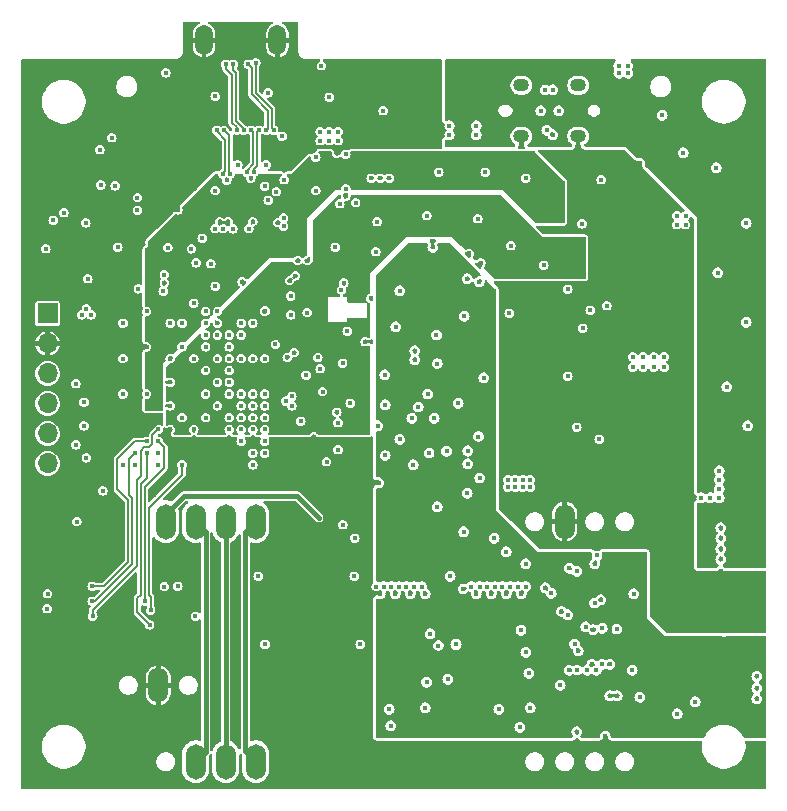
<source format=gbr>
%TF.GenerationSoftware,KiCad,Pcbnew,8.0.8*%
%TF.CreationDate,2025-05-19T19:47:46+02:00*%
%TF.ProjectId,hd_64_v0,68645f36-345f-4763-902e-6b696361645f,0.2*%
%TF.SameCoordinates,PX4737720PY55fe290*%
%TF.FileFunction,Copper,L3,Inr*%
%TF.FilePolarity,Positive*%
%FSLAX46Y46*%
G04 Gerber Fmt 4.6, Leading zero omitted, Abs format (unit mm)*
G04 Created by KiCad (PCBNEW 8.0.8) date 2025-05-19 19:47:46*
%MOMM*%
%LPD*%
G01*
G04 APERTURE LIST*
%TA.AperFunction,ComponentPad*%
%ADD10O,1.346200X1.092200*%
%TD*%
%TA.AperFunction,ComponentPad*%
%ADD11O,1.700000X3.000000*%
%TD*%
%TA.AperFunction,ComponentPad*%
%ADD12O,1.500000X2.550000*%
%TD*%
%TA.AperFunction,ComponentPad*%
%ADD13R,1.700000X1.700000*%
%TD*%
%TA.AperFunction,ComponentPad*%
%ADD14O,1.700000X1.700000*%
%TD*%
%TA.AperFunction,ViaPad*%
%ADD15C,0.400000*%
%TD*%
%TA.AperFunction,ViaPad*%
%ADD16C,0.450000*%
%TD*%
%TA.AperFunction,Conductor*%
%ADD17C,0.200000*%
%TD*%
%TA.AperFunction,Conductor*%
%ADD18C,0.400000*%
%TD*%
G04 APERTURE END LIST*
D10*
X47358000Y55507999D03*
X42558000Y55507999D03*
X47358000Y59808001D03*
X42558000Y59808001D03*
D11*
X20066000Y2540000D03*
X17526000Y2540000D03*
X14986000Y2540000D03*
X46228000Y22860000D03*
D12*
X21896000Y63627000D03*
X15696000Y63627000D03*
D13*
X2438000Y40488000D03*
D14*
X2438000Y37948000D03*
X2438000Y35408000D03*
X2438000Y32868000D03*
X2438000Y30328000D03*
X2438000Y27788000D03*
D11*
X20066000Y22860000D03*
X17526000Y22860000D03*
X14986000Y22860000D03*
X12446000Y22860000D03*
X11811000Y9017000D03*
D15*
X52578000Y29718000D03*
X37973000Y25273000D03*
X45212000Y55626000D03*
X30607000Y54737000D03*
X36924000Y1270000D03*
X14859000Y16510000D03*
X20193000Y8890000D03*
X6624000Y25070000D03*
X54483000Y57277000D03*
X3937000Y50673000D03*
X16637000Y20828000D03*
X16124000Y56170000D03*
X16637000Y15367000D03*
X30607000Y56642000D03*
X16637000Y18542000D03*
X25527000Y35814000D03*
X32624000Y1270000D03*
X5724000Y33570000D03*
X14824000Y29670000D03*
X34824000Y13370000D03*
X43180000Y10033000D03*
X16256000Y1397000D03*
X62484000Y8763000D03*
X49149000Y49784000D03*
X52832000Y44577000D03*
X18923000Y43180000D03*
X21524000Y17270000D03*
X6731000Y14478000D03*
X30607000Y55753000D03*
X14351000Y11303000D03*
X21590000Y5334000D03*
X23624000Y44970000D03*
X52114000Y52705000D03*
X42164000Y22860000D03*
X17624000Y51770000D03*
X51435000Y30353000D03*
X12824000Y29670000D03*
X22606000Y52705000D03*
X19177000Y56769000D03*
X16256000Y44704000D03*
X41148000Y24384000D03*
X35179000Y31623000D03*
X41275000Y16764000D03*
X20024000Y16670000D03*
X6731000Y19177000D03*
X34524000Y9270000D03*
X15524000Y57390000D03*
X37211000Y32893000D03*
X48641000Y13716000D03*
X21463000Y19431000D03*
X59436000Y18669000D03*
X51689000Y53213000D03*
X31877000Y16764000D03*
X27813000Y16764000D03*
X57404000Y17907000D03*
X12824000Y30670000D03*
X62484000Y9779000D03*
X31924000Y39370000D03*
X44929342Y42276671D03*
X6424000Y37670000D03*
X29624000Y17170000D03*
X53213000Y51816000D03*
X48514000Y10795000D03*
X37668886Y22002827D03*
X46482000Y53086000D03*
X41275000Y20320000D03*
X6223000Y18034000D03*
X30607000Y51943000D03*
X44577000Y17272000D03*
X59182000Y43942000D03*
X45945342Y15254329D03*
X17824000Y37670000D03*
X50546000Y39370000D03*
X18415000Y20828000D03*
X12446000Y20828000D03*
X42545000Y16764000D03*
X31024000Y28470000D03*
X36322000Y9525000D03*
X25724000Y33870000D03*
X33528000Y36576000D03*
X42926000Y19304000D03*
X7824000Y36670000D03*
X9398000Y49784000D03*
X38124000Y45570000D03*
X52832000Y43053000D03*
X38862000Y48514000D03*
X40640000Y6985000D03*
X33824000Y32570000D03*
X32258000Y29845000D03*
X50292000Y29718000D03*
X5024000Y12770000D03*
X39497000Y52451000D03*
X16524000Y53270000D03*
X9525000Y16891000D03*
X50624000Y13770000D03*
X34544000Y48768000D03*
X59944000Y34290000D03*
X45466000Y53086000D03*
X40005000Y16764000D03*
X22352000Y57531000D03*
X16637000Y11303000D03*
X10824000Y30670000D03*
X52070000Y16764000D03*
X13824000Y29670000D03*
X35433000Y24130000D03*
X33147000Y58801000D03*
X11824000Y31670000D03*
X61595000Y39751000D03*
X58928000Y14859000D03*
X20824000Y31670000D03*
X12824000Y28670000D03*
X26524000Y29591000D03*
X28067000Y32893000D03*
X50546000Y40005000D03*
X14351000Y26289000D03*
X25146000Y22606000D03*
X18415000Y9906000D03*
X28575000Y7366000D03*
X10541000Y46355000D03*
X29845000Y51943000D03*
X9824000Y33670000D03*
X8255000Y42291000D03*
X22724000Y36770000D03*
X16989342Y61326671D03*
X42524000Y13670000D03*
X7824000Y40670000D03*
X59436000Y22352000D03*
X8763000Y5461000D03*
X2624000Y20970000D03*
X24765000Y56007000D03*
X38735000Y16764000D03*
X12824000Y36670000D03*
X33401000Y27686000D03*
X38989000Y43180000D03*
X12324000Y43070000D03*
X7824000Y31670000D03*
D16*
X26924000Y54070000D03*
D15*
X14824000Y30670000D03*
X13824000Y31670000D03*
D16*
X20824000Y40670000D03*
D15*
X30480000Y26162000D03*
X25324000Y36770000D03*
X37624000Y17170000D03*
X37719000Y40259000D03*
X45339000Y32639000D03*
X56261000Y54102000D03*
X59436000Y20574000D03*
X30226000Y45720000D03*
X21684000Y28260000D03*
X18415000Y7112000D03*
X22987000Y14351000D03*
X33528000Y58166000D03*
X14351000Y61468000D03*
X52705000Y33274000D03*
X3429000Y34163000D03*
X52705000Y34798000D03*
X24964000Y30070000D03*
X34417000Y16764000D03*
X8824000Y29670000D03*
X47498000Y1270000D03*
X12319000Y19304000D03*
X55880000Y29718000D03*
X18415000Y15367000D03*
X5842000Y54483000D03*
X12824000Y39670000D03*
X43942000Y39878000D03*
X13081000Y58570000D03*
X35362000Y38664000D03*
X22225000Y56261000D03*
X24324000Y35270000D03*
X23324000Y37170000D03*
X42418000Y5461000D03*
X26824000Y11470000D03*
X52832000Y43815000D03*
X51943000Y34036000D03*
X18824000Y39670000D03*
X4324000Y24670000D03*
X23876000Y31369000D03*
X32893000Y3170000D03*
X46863000Y42037000D03*
X16637000Y8382000D03*
X49657000Y53721000D03*
X59690000Y13589000D03*
X9525000Y43815000D03*
X31024000Y32770000D03*
X40259000Y21463000D03*
X6858000Y42418000D03*
X59436000Y21463000D03*
X44958000Y1270000D03*
X30607000Y16764000D03*
X29824000Y41770000D03*
X11104000Y49230000D03*
X28524000Y49870000D03*
X46609000Y10287000D03*
X14824000Y28670000D03*
X55245000Y39243000D03*
X5024000Y37670000D03*
X11430000Y25146000D03*
X35524000Y12370000D03*
X27148359Y23134726D03*
X61722000Y30988000D03*
X16824000Y36670000D03*
X23876000Y6985000D03*
X33909000Y58801000D03*
X7724000Y25908000D03*
X27686000Y50419000D03*
X15024000Y44770000D03*
X51943000Y33274000D03*
X14824000Y36670000D03*
X47244000Y5080000D03*
X49414000Y50870000D03*
X14097000Y56261000D03*
X13970000Y52705000D03*
X13716000Y60198000D03*
X51816000Y29718000D03*
X61595000Y48133000D03*
X25400000Y24257000D03*
X51816000Y39370000D03*
X51181000Y40005000D03*
X35560000Y52451000D03*
X26670000Y56769000D03*
X41656000Y46228000D03*
X20824000Y27670000D03*
X5946835Y27712912D03*
X19658833Y51920426D03*
X15024000Y4572000D03*
X5207000Y53721000D03*
X47498000Y24003000D03*
X3429000Y29083000D03*
X19177000Y53213000D03*
X52070000Y44577000D03*
X29337000Y38100000D03*
X3810000Y26543000D03*
X36524000Y3170000D03*
X14124000Y54570000D03*
X55753000Y6604000D03*
X31369000Y6985000D03*
X58928000Y15621000D03*
X21124000Y50070000D03*
X58293000Y17907000D03*
X21924000Y53170000D03*
X52705000Y34036000D03*
X13824000Y37670000D03*
X27686000Y3170000D03*
X51943000Y34798000D03*
X55626000Y43815000D03*
X10541000Y15494000D03*
X51943000Y10287000D03*
X50673000Y8128000D03*
X35433000Y36251000D03*
X52578000Y8001000D03*
X52070000Y43815000D03*
X50038000Y10795000D03*
X7824000Y27670000D03*
X27813000Y38989000D03*
X30353000Y48260000D03*
X57277000Y7620000D03*
X33147000Y16764000D03*
X13335000Y51943000D03*
X26924000Y32131000D03*
X30734000Y1270000D03*
X59055000Y52832000D03*
X39370000Y35052000D03*
X35052000Y46101000D03*
X59436000Y19685000D03*
X18824000Y31670000D03*
X17794329Y62131658D03*
X49657000Y4699000D03*
X18824000Y33670000D03*
X28448000Y9144000D03*
X27813000Y21717000D03*
X5334000Y44196000D03*
X4318000Y9652000D03*
X44704000Y36703000D03*
X1270000Y15240000D03*
X14478000Y13081000D03*
X7124000Y22270000D03*
X54737000Y2667000D03*
X12824000Y32670000D03*
X17024000Y48270000D03*
X47371000Y11938000D03*
X26797000Y46101000D03*
X24424000Y44970000D03*
X45466000Y37211000D03*
X39024000Y26570000D03*
X16824000Y32670000D03*
X37973000Y43434000D03*
X11274000Y56000000D03*
X48768000Y19304000D03*
X51054000Y29718000D03*
X27305000Y1143000D03*
X31369000Y51943000D03*
X33274000Y31623000D03*
X38924000Y30070000D03*
X1905000Y50673000D03*
X20701000Y61849000D03*
X50038000Y8128000D03*
X16824000Y39670000D03*
X44958000Y24003000D03*
X24384000Y57785000D03*
X15824000Y37670000D03*
X34417000Y7112000D03*
X3429000Y31623000D03*
X13462000Y49270000D03*
X58928000Y16383000D03*
X27524000Y43070000D03*
X5724000Y37670000D03*
X8324000Y20170000D03*
X49286563Y16261433D03*
X27432000Y57658000D03*
X39124000Y44770000D03*
X32258000Y42418000D03*
X15824000Y27670000D03*
X54991000Y23622000D03*
X16637000Y6223000D03*
X15824000Y33670000D03*
X6324000Y51370000D03*
X11444000Y53420000D03*
X41529000Y34290000D03*
X1824000Y22570000D03*
X23024000Y41970000D03*
X3424000Y23870000D03*
X12424000Y4572000D03*
X22924000Y43270000D03*
X30988000Y35306000D03*
X42926000Y11811000D03*
X50038000Y47752000D03*
X15824000Y35670000D03*
X18796000Y61976000D03*
X51181000Y39370000D03*
X16637000Y42799000D03*
X23424000Y43670000D03*
X19824000Y29670000D03*
X49022000Y48641000D03*
X20024000Y20828000D03*
X41910000Y42164000D03*
X20824000Y36670000D03*
X54229000Y29718000D03*
X52070000Y43053000D03*
X6924000Y48170000D03*
X14986000Y20828000D03*
X16824000Y34670000D03*
X12824000Y27670000D03*
X21724000Y37870000D03*
X1905000Y12954000D03*
X55499000Y26416000D03*
X46609000Y18923000D03*
X8763000Y15367000D03*
X15875000Y25908000D03*
X18796000Y1397000D03*
X58928000Y17145000D03*
X22479000Y1270000D03*
X33528000Y37338000D03*
X10824000Y37670000D03*
X19824000Y48270000D03*
X25024000Y15970000D03*
X43307000Y7112000D03*
X51816000Y40005000D03*
X45974000Y52578000D03*
X10911450Y13553128D03*
X38024000Y28870000D03*
X45847000Y9017000D03*
X42926000Y51943000D03*
X26624000Y13470000D03*
X9271000Y55626000D03*
X34624000Y33670000D03*
X38024000Y27770000D03*
X50038000Y1270000D03*
X44831000Y47498000D03*
X6350000Y16764000D03*
X6924000Y46070000D03*
X15824000Y31670000D03*
X5824000Y30370000D03*
X14624000Y45970000D03*
X1778000Y43053000D03*
X21909502Y48178699D03*
X42799000Y31242000D03*
X27424000Y36270000D03*
X2921000Y51689000D03*
X52578000Y53213000D03*
X44450000Y44577000D03*
X27305000Y24130000D03*
X17724000Y48270000D03*
X31496000Y5588000D03*
X9824000Y39670000D03*
X12824000Y34670000D03*
X1651000Y18669000D03*
X18415000Y17907000D03*
X19645244Y62155448D03*
X62484000Y7874000D03*
X16637000Y50892000D03*
X8171000Y51294000D03*
X54653000Y35941000D03*
X19824000Y36670000D03*
X56452000Y48768000D03*
X56452000Y48006000D03*
X51986000Y35941000D03*
X19824000Y33670000D03*
X52875000Y36830000D03*
X38735000Y56388000D03*
X27686000Y51054000D03*
X23124000Y33470000D03*
X55733000Y48006000D03*
X14963000Y14859000D03*
X23024000Y40370000D03*
X2436000Y16764000D03*
X10124000Y42570000D03*
X12624000Y46070000D03*
X54653000Y36830000D03*
X26058000Y27940000D03*
D16*
X28924000Y12470000D03*
D15*
X13824000Y39670000D03*
X22624000Y33070000D03*
X4826000Y34544000D03*
D16*
X20824000Y12470000D03*
D15*
X41529000Y40513000D03*
X5324000Y40370000D03*
X8824000Y33670000D03*
X52875000Y35941000D03*
X12324000Y17370000D03*
X6858000Y54356000D03*
X5724000Y40870000D03*
X23124000Y32670000D03*
X36218000Y28829000D03*
X28404000Y18244000D03*
X51986000Y36830000D03*
X2286000Y45974000D03*
X25146000Y50892000D03*
X19824000Y39670000D03*
X6124000Y40370000D03*
X27178000Y49784000D03*
X36449000Y56388000D03*
X6941500Y51370000D03*
X30376000Y30988000D03*
X2413000Y15494000D03*
X15824000Y39670000D03*
X5842000Y43434000D03*
D16*
X37024000Y12470000D03*
D15*
X5671500Y48159500D03*
X36532000Y18244000D03*
X7874000Y55372000D03*
X8824000Y36670000D03*
X55733000Y48768000D03*
X3810000Y49022000D03*
X24424000Y40570000D03*
X2921000Y48387000D03*
X8382000Y46101000D03*
X36449000Y55626000D03*
X20276000Y18244000D03*
X4826000Y29370000D03*
X13462000Y17410000D03*
X53764000Y36830000D03*
X53764000Y35941000D03*
X8824000Y39670000D03*
X38735000Y55626000D03*
X34739500Y28661000D03*
X20824000Y51270000D03*
X4924000Y22870000D03*
X25527000Y55880000D03*
X26289000Y55118000D03*
X27051000Y55118000D03*
X26289000Y55880000D03*
X20955000Y53086000D03*
X25527000Y55118000D03*
X27051000Y55880000D03*
X18542000Y53086000D03*
X22285000Y55499000D03*
X44239000Y49149000D03*
X14924000Y43070000D03*
X23124000Y46117000D03*
X11824000Y34670000D03*
X44239000Y48387000D03*
X14124000Y43070000D03*
X11824000Y32670000D03*
X47688500Y48069500D03*
X16224000Y46101000D03*
X11824000Y36670000D03*
X45001000Y49149000D03*
X14524000Y42570000D03*
X12824000Y37670000D03*
X45001000Y48387000D03*
X44239000Y49911000D03*
X47244000Y30861000D03*
X45001000Y49911000D03*
X28448000Y21463000D03*
X30252000Y17370000D03*
X17824000Y31670000D03*
X30889712Y17371840D03*
X17824000Y30670000D03*
X31552000Y17370000D03*
X18824000Y30670000D03*
X32202000Y17370000D03*
X18824000Y29670000D03*
X32827003Y17370000D03*
X19824000Y28670000D03*
X33452006Y17370000D03*
X19824000Y27670000D03*
X20824000Y28670000D03*
X34124000Y17370000D03*
X18824000Y32670000D03*
X38324000Y17370000D03*
X20824000Y29670000D03*
X39024000Y17370000D03*
X19824000Y30670000D03*
X39649003Y17370000D03*
X40324000Y17370000D03*
X20824000Y30670000D03*
X40949003Y17370000D03*
X19824000Y31670000D03*
X19824000Y32670000D03*
X41624000Y17370000D03*
X42249003Y17370000D03*
X20824000Y32670000D03*
X42924000Y17370000D03*
X20824000Y33670000D03*
X36218000Y27813000D03*
X35687000Y44368000D03*
X62032500Y12573000D03*
X60254500Y11557000D03*
X34739500Y28011000D03*
X61143500Y11557000D03*
X34036000Y46101000D03*
X30480000Y37973000D03*
X50038000Y16129000D03*
X32359500Y35301000D03*
X31024000Y34370000D03*
X62032500Y11557000D03*
X60254500Y12573000D03*
X52705000Y6985000D03*
X33274000Y44323000D03*
X50026529Y13714943D03*
X61143500Y12573000D03*
X16624000Y58870000D03*
X25146000Y53721000D03*
X17824000Y36670000D03*
X15524000Y46870000D03*
X16824000Y40670000D03*
X16624000Y47670000D03*
X17324000Y47670000D03*
X16824000Y38670000D03*
X18124000Y47662893D03*
X17824000Y38670000D03*
X19485000Y47670000D03*
X18824000Y38670000D03*
X27028000Y31242000D03*
X22424000Y47870000D03*
X22424000Y48570000D03*
X27028000Y28956000D03*
X22479000Y51816000D03*
X18824000Y36670000D03*
X17824000Y35670000D03*
X21809000Y50800000D03*
X20066000Y61722000D03*
X21590000Y56007000D03*
X19431000Y61595000D03*
X20955000Y56007000D03*
X20320000Y56007000D03*
X19939000Y52451000D03*
X19304000Y52451000D03*
X19685000Y56007000D03*
X19050000Y56016119D03*
X18161000Y61595000D03*
X17526000Y61595000D03*
X18450094Y56005350D03*
X17922875Y52324000D03*
X17399000Y55982750D03*
X16764000Y56007000D03*
X17272000Y52324000D03*
X17824000Y33670000D03*
X27324000Y42470000D03*
X11824000Y28670000D03*
X11824000Y27670000D03*
X46779000Y45847000D03*
X47541000Y45085000D03*
X16824000Y35670000D03*
X24524000Y38670000D03*
X46779000Y45085000D03*
X15824000Y34670000D03*
X15824000Y32670000D03*
X16824000Y31670000D03*
X22924000Y39070000D03*
X15824000Y30670000D03*
X14824000Y31670000D03*
X24824000Y43270000D03*
X47541000Y46609000D03*
X12824000Y33670000D03*
X22524000Y38570000D03*
X16824000Y33670000D03*
X47541000Y45847000D03*
X25324000Y43670000D03*
X46779000Y46609000D03*
X13824000Y36670000D03*
X24924000Y39070000D03*
X12824000Y31670000D03*
X13824000Y30670000D03*
X15824000Y36670000D03*
X12824000Y35670000D03*
X9824000Y27670000D03*
X42037000Y26416000D03*
X42037000Y25781000D03*
X43307000Y25781000D03*
X42672000Y26416000D03*
X41402000Y25781000D03*
X43307000Y26416000D03*
X42672000Y25781000D03*
X41402000Y26416000D03*
X49149000Y29845000D03*
X46482000Y35179000D03*
X48895000Y10287000D03*
X48133000Y10287000D03*
X47272658Y10301329D03*
X5524000Y32970000D03*
X15824000Y40670000D03*
X5524000Y30970000D03*
X14824000Y41370000D03*
X5724000Y28270000D03*
X15824000Y38670000D03*
X49319000Y51816000D03*
X30861000Y57658000D03*
X48387000Y40767000D03*
X46482000Y14986000D03*
X48753000Y15987000D03*
X45085000Y16789500D03*
X49403000Y10795000D03*
X47053500Y12509500D03*
X47244000Y18669000D03*
X12324000Y43770000D03*
X6268997Y14870000D03*
X11824000Y30670000D03*
X12219022Y42370000D03*
X10668000Y16129000D03*
X11824000Y29670000D03*
X6223000Y17410000D03*
X10824000Y29670000D03*
X11168000Y15367000D03*
X13824000Y27670000D03*
X10824000Y28670000D03*
X11080750Y14128750D03*
X9824000Y28670000D03*
X6223000Y16140000D03*
X25624000Y61468000D03*
X57785000Y24892000D03*
X59309000Y24892000D03*
X21124000Y59170000D03*
X50800000Y61468000D03*
X50800000Y60833000D03*
X59309000Y26416000D03*
X51562000Y61468000D03*
X51562000Y60833000D03*
X59309000Y27178000D03*
X26289000Y58801000D03*
X59309000Y25654000D03*
X58547000Y24892000D03*
X58039000Y50800000D03*
X57320000Y50800000D03*
X60706000Y19558000D03*
X38735000Y57658000D03*
X36449000Y57658000D03*
X47752000Y39243000D03*
X36449000Y58420000D03*
X57785000Y38735000D03*
X38735000Y58420000D03*
X61595000Y19558000D03*
X62484000Y19558000D03*
X57320000Y50038000D03*
X58039000Y50038000D03*
X7124000Y25470000D03*
X10824000Y33670000D03*
X49784000Y41148000D03*
X46482000Y42545000D03*
X45212000Y59436000D03*
X44704000Y56007000D03*
X10053000Y50301000D03*
X10053000Y49239000D03*
X44564000Y59420000D03*
X10824000Y40670000D03*
X12446000Y60858500D03*
X45720000Y57658000D03*
X44196000Y57658000D03*
X8824000Y27670000D03*
X27686000Y53975000D03*
X17824000Y34670000D03*
X27432000Y22606000D03*
X25400000Y23206003D03*
X48958500Y20002500D03*
X48006000Y13970000D03*
X49403000Y13843000D03*
D17*
X21432000Y56165000D02*
X21590000Y56007000D01*
X20066000Y61722000D02*
X20066000Y59182000D01*
X20066000Y59182000D02*
X21432000Y57816000D01*
X21432000Y57816000D02*
X21432000Y56165000D01*
X21082000Y57671026D02*
X21082000Y56134000D01*
X19716000Y59037026D02*
X21082000Y57671026D01*
X19431000Y61595000D02*
X19716000Y61310000D01*
X19716000Y61310000D02*
X19716000Y59037026D01*
X21082000Y56134000D02*
X20955000Y56007000D01*
X19939000Y52451000D02*
X19939000Y52718026D01*
X19939000Y52718026D02*
X20193000Y52972026D01*
X20193000Y55880000D02*
X20320000Y56007000D01*
X20193000Y52972026D02*
X20193000Y55880000D01*
X19843000Y55849000D02*
X19685000Y56007000D01*
X19304000Y52451000D02*
X19304000Y52578000D01*
X19304000Y52578000D02*
X19843000Y53117000D01*
X19843000Y53117000D02*
X19843000Y55849000D01*
X18384000Y56800000D02*
X19050000Y56134000D01*
X18161000Y61595000D02*
X18161000Y61073974D01*
X19050000Y56134000D02*
X19050000Y56016119D01*
X18161000Y61073974D02*
X18384000Y60850974D01*
X18384000Y60850974D02*
X18384000Y56800000D01*
X18034000Y60706000D02*
X18034000Y56655026D01*
X17526000Y61595000D02*
X17526000Y61214000D01*
X17526000Y61214000D02*
X18034000Y60706000D01*
X18450094Y56238932D02*
X18450094Y56005350D01*
X18034000Y56655026D02*
X18450094Y56238932D01*
X17824000Y52422875D02*
X17922875Y52324000D01*
X17399000Y55982750D02*
X17824000Y55557750D01*
X17824000Y55557750D02*
X17824000Y52422875D01*
X16764000Y55910643D02*
X17474000Y55200643D01*
X16764000Y56007000D02*
X16764000Y55910643D01*
X17272000Y52380232D02*
X17272000Y52324000D01*
X17474000Y52582232D02*
X17272000Y52380232D01*
X17474000Y55200643D02*
X17474000Y52582232D01*
D18*
X17524000Y22858000D02*
X17526000Y22860000D01*
X17524000Y2542000D02*
X17524000Y22858000D01*
X17526000Y2540000D02*
X17524000Y2542000D01*
X15824000Y3378000D02*
X15824000Y22022000D01*
X15824000Y22022000D02*
X14986000Y22860000D01*
X14986000Y2540000D02*
X15824000Y3378000D01*
X19177000Y3429000D02*
X19177000Y21971000D01*
X20066000Y2540000D02*
X19177000Y3429000D01*
X19177000Y21971000D02*
X20066000Y22860000D01*
D17*
X9971000Y26354000D02*
X10324000Y26707000D01*
X11324000Y30170000D02*
X11824000Y30670000D01*
X10324000Y28877107D02*
X10616893Y29170000D01*
X11324000Y29462893D02*
X11324000Y30170000D01*
X6268997Y15412997D02*
X9971000Y19115000D01*
X10324000Y26707000D02*
X10324000Y28877107D01*
X6268997Y14870000D02*
X6268997Y15412997D01*
X11031107Y29170000D02*
X11324000Y29462893D01*
X10616893Y29170000D02*
X11031107Y29170000D01*
X9971000Y19115000D02*
X9971000Y26354000D01*
X10668000Y16129000D02*
X10671000Y16132000D01*
X12324000Y27437000D02*
X12324000Y29170000D01*
X10671000Y25784000D02*
X12324000Y27437000D01*
X12324000Y29170000D02*
X11824000Y29670000D01*
X10671000Y16132000D02*
X10671000Y25784000D01*
X9271000Y19431000D02*
X9271000Y24712951D01*
X8324000Y25659951D02*
X8324000Y28170000D01*
X7250000Y17410000D02*
X9271000Y19431000D01*
X6223000Y17410000D02*
X7250000Y17410000D01*
X9824000Y29670000D02*
X10824000Y29670000D01*
X9271000Y24712951D02*
X8324000Y25659951D01*
X8324000Y28170000D02*
X9824000Y29670000D01*
X11168000Y16518000D02*
X11021000Y16665000D01*
X13824000Y26832893D02*
X13824000Y27670000D01*
X11021000Y24029893D02*
X13824000Y26832893D01*
X11021000Y16665000D02*
X11021000Y24029893D01*
X11168000Y15367000D02*
X11168000Y16518000D01*
X10321000Y16671000D02*
X10321000Y26069000D01*
X10033000Y16383000D02*
X10321000Y16671000D01*
X10321000Y26069000D02*
X10824000Y26572000D01*
X10824000Y26572000D02*
X10824000Y28670000D01*
X11080750Y14128750D02*
X10033000Y15176500D01*
X10033000Y15176500D02*
X10033000Y16383000D01*
X6223000Y16140000D02*
X6474975Y16140000D01*
X9324000Y28170000D02*
X9824000Y28670000D01*
X9621000Y19286025D02*
X9621000Y24857925D01*
X9621000Y24857925D02*
X9324000Y25154925D01*
X6474975Y16140000D02*
X9621000Y19286025D01*
X9324000Y25154925D02*
X9324000Y28170000D01*
D18*
X25400000Y23206003D02*
X23587003Y25019000D01*
X23587003Y25019000D02*
X13955000Y25019000D01*
X13955000Y25019000D02*
X12446000Y23510000D01*
X12446000Y23510000D02*
X12446000Y22860000D01*
%TA.AperFunction,Conductor*%
G36*
X15314975Y65185593D02*
G01*
X15350939Y65136093D01*
X15350939Y65074907D01*
X15314975Y65025407D01*
X15294669Y65014036D01*
X15246010Y64993882D01*
X15245998Y64993876D01*
X15090410Y64889913D01*
X15090406Y64889910D01*
X14958090Y64757594D01*
X14958087Y64757590D01*
X14854124Y64602002D01*
X14854118Y64601990D01*
X14782508Y64429107D01*
X14782508Y64429105D01*
X14746000Y64245570D01*
X14746000Y63827001D01*
X14746001Y63827000D01*
X15371000Y63827000D01*
X15371000Y63427000D01*
X14746001Y63427000D01*
X14746000Y63426999D01*
X14746000Y63008431D01*
X14782508Y62824896D01*
X14782508Y62824894D01*
X14854118Y62652011D01*
X14854124Y62651999D01*
X14958087Y62496411D01*
X14958090Y62496407D01*
X15090406Y62364091D01*
X15090410Y62364088D01*
X15245998Y62260125D01*
X15246010Y62260119D01*
X15418894Y62188509D01*
X15496000Y62173171D01*
X15496000Y62842382D01*
X15496446Y62841936D01*
X15570555Y62799149D01*
X15653213Y62777000D01*
X15738787Y62777000D01*
X15821445Y62799149D01*
X15895554Y62841936D01*
X15896000Y62842382D01*
X15896000Y62173172D01*
X15973104Y62188509D01*
X15973106Y62188509D01*
X16145989Y62260119D01*
X16146001Y62260125D01*
X16301589Y62364088D01*
X16301593Y62364091D01*
X16433909Y62496407D01*
X16433912Y62496411D01*
X16537875Y62651999D01*
X16537881Y62652011D01*
X16609491Y62824894D01*
X16609491Y62824896D01*
X16645999Y63008431D01*
X16646000Y63008435D01*
X16646000Y63426999D01*
X16645999Y63427000D01*
X16021000Y63427000D01*
X16021000Y63827000D01*
X16645999Y63827000D01*
X16646000Y63827001D01*
X16646000Y64245566D01*
X16645999Y64245570D01*
X16609491Y64429105D01*
X16609491Y64429107D01*
X16537881Y64601990D01*
X16537875Y64602002D01*
X16433912Y64757590D01*
X16433909Y64757594D01*
X16301593Y64889910D01*
X16301589Y64889913D01*
X16146001Y64993876D01*
X16145989Y64993882D01*
X16097331Y65014036D01*
X16050805Y65053772D01*
X16036521Y65113267D01*
X16059935Y65169795D01*
X16112104Y65201764D01*
X16135216Y65204500D01*
X21456784Y65204500D01*
X21514975Y65185593D01*
X21550939Y65136093D01*
X21550939Y65074907D01*
X21514975Y65025407D01*
X21494669Y65014036D01*
X21446010Y64993882D01*
X21445998Y64993876D01*
X21290410Y64889913D01*
X21290406Y64889910D01*
X21158090Y64757594D01*
X21158087Y64757590D01*
X21054124Y64602002D01*
X21054118Y64601990D01*
X20982508Y64429107D01*
X20982508Y64429105D01*
X20946000Y64245570D01*
X20946000Y63827001D01*
X20946001Y63827000D01*
X21571000Y63827000D01*
X21571000Y63427000D01*
X20946001Y63427000D01*
X20946000Y63426999D01*
X20946000Y63008431D01*
X20982508Y62824896D01*
X20982508Y62824894D01*
X21054118Y62652011D01*
X21054124Y62651999D01*
X21158087Y62496411D01*
X21158090Y62496407D01*
X21290406Y62364091D01*
X21290410Y62364088D01*
X21445998Y62260125D01*
X21446010Y62260119D01*
X21618894Y62188509D01*
X21696000Y62173171D01*
X21696000Y62842382D01*
X21696446Y62841936D01*
X21770555Y62799149D01*
X21853213Y62777000D01*
X21938787Y62777000D01*
X22021445Y62799149D01*
X22095554Y62841936D01*
X22096000Y62842382D01*
X22096000Y62173172D01*
X22173104Y62188509D01*
X22173106Y62188509D01*
X22345989Y62260119D01*
X22346001Y62260125D01*
X22501589Y62364088D01*
X22501593Y62364091D01*
X22633909Y62496407D01*
X22633912Y62496411D01*
X22737875Y62651999D01*
X22737881Y62652011D01*
X22809491Y62824894D01*
X22809491Y62824896D01*
X22845999Y63008431D01*
X22846000Y63008435D01*
X22846000Y63426999D01*
X22845999Y63427000D01*
X22221000Y63427000D01*
X22221000Y63827000D01*
X22845999Y63827000D01*
X22846000Y63827001D01*
X22846000Y64245566D01*
X22845999Y64245570D01*
X22809491Y64429105D01*
X22809491Y64429107D01*
X22737881Y64601990D01*
X22737875Y64602002D01*
X22633912Y64757590D01*
X22633909Y64757594D01*
X22501593Y64889910D01*
X22501589Y64889913D01*
X22346001Y64993876D01*
X22345989Y64993882D01*
X22297331Y65014036D01*
X22250805Y65053772D01*
X22236521Y65113267D01*
X22259935Y65169795D01*
X22312104Y65201764D01*
X22335216Y65204500D01*
X23576500Y65204500D01*
X23634691Y65185593D01*
X23670655Y65136093D01*
X23675500Y65105500D01*
X23675500Y62668217D01*
X23702726Y62531341D01*
X23702728Y62531335D01*
X23756135Y62402401D01*
X23756139Y62402392D01*
X23811583Y62319416D01*
X23833672Y62286358D01*
X23833675Y62286355D01*
X23847004Y62273026D01*
X23861577Y62244424D01*
X23876000Y62230001D01*
X23876000Y62230000D01*
X23876001Y62230000D01*
X23888985Y62217016D01*
X23907213Y62211093D01*
X23919026Y62201004D01*
X23932358Y62187672D01*
X23981830Y62154616D01*
X24048391Y62110140D01*
X24048397Y62110138D01*
X24048399Y62110136D01*
X24177338Y62056727D01*
X24314219Y62029500D01*
X24344118Y62029500D01*
X25431464Y62029500D01*
X25489655Y62010593D01*
X25525619Y61961093D01*
X25525619Y61899907D01*
X25489655Y61850407D01*
X25476410Y61842291D01*
X25385659Y61796051D01*
X25295949Y61706341D01*
X25238355Y61593308D01*
X25238354Y61593304D01*
X25218777Y61469696D01*
X25218508Y61468000D01*
X25237784Y61346292D01*
X25238354Y61342697D01*
X25238355Y61342693D01*
X25276949Y61266950D01*
X25295950Y61229658D01*
X25385658Y61139950D01*
X25498696Y61082354D01*
X25624000Y61062508D01*
X25749304Y61082354D01*
X25862342Y61139950D01*
X25952050Y61229658D01*
X26009646Y61342696D01*
X26029492Y61468000D01*
X26029223Y61469696D01*
X26026778Y61485134D01*
X26009646Y61593304D01*
X25952050Y61706342D01*
X25862342Y61796050D01*
X25789153Y61833342D01*
X25771590Y61842291D01*
X25728326Y61885556D01*
X25718755Y61945988D01*
X25746533Y62000504D01*
X25801050Y62028281D01*
X25816536Y62029500D01*
X35716076Y62029500D01*
X35774267Y62010593D01*
X35810231Y61961093D01*
X35814068Y61916411D01*
X35812500Y61905506D01*
X35812500Y61905500D01*
X35812500Y59861297D01*
X35812500Y58524546D01*
X35812500Y57690782D01*
X35812500Y57277001D01*
X35812500Y56905746D01*
X35815476Y56878067D01*
X35818339Y56851436D01*
X35818339Y56851435D01*
X35829547Y56799915D01*
X35836777Y56773555D01*
X35836778Y56773552D01*
X35886104Y56686929D01*
X35886105Y56686928D01*
X35886108Y56686923D01*
X35931862Y56634118D01*
X35964639Y56602489D01*
X35964645Y56602486D01*
X36005826Y56580944D01*
X36048625Y56537219D01*
X36057720Y56477734D01*
X36044244Y56392646D01*
X36043508Y56388000D01*
X36056227Y56307692D01*
X36063354Y56262697D01*
X36063355Y56262693D01*
X36107358Y56176333D01*
X36120950Y56149658D01*
X36193606Y56077002D01*
X36221382Y56022487D01*
X36211811Y55962055D01*
X36193607Y55937000D01*
X36145919Y55889311D01*
X36120949Y55864341D01*
X36063355Y55751308D01*
X36063354Y55751304D01*
X36044217Y55630474D01*
X36043508Y55626000D01*
X36053616Y55562177D01*
X36057756Y55536042D01*
X36048185Y55475610D01*
X36008966Y55434526D01*
X35999255Y55428996D01*
X35973172Y55414143D01*
X35973171Y55414142D01*
X35973165Y55414138D01*
X35920383Y55368403D01*
X35920373Y55368394D01*
X35888742Y55335614D01*
X35888740Y55335611D01*
X35842535Y55247281D01*
X35842533Y55247276D01*
X35822853Y55180253D01*
X35822849Y55180235D01*
X35812500Y55108260D01*
X35812500Y54734004D01*
X35812499Y54734004D01*
X35818340Y54679678D01*
X35829538Y54628204D01*
X35829550Y54628154D01*
X35836780Y54601804D01*
X35836782Y54601798D01*
X35847778Y54582489D01*
X35860143Y54522566D01*
X35834925Y54466820D01*
X35781756Y54436543D01*
X35761749Y54434500D01*
X28166086Y54434500D01*
X28102598Y54424446D01*
X28044401Y54405539D01*
X28010544Y54391069D01*
X28010541Y54391067D01*
X28010540Y54391066D01*
X27970399Y54356001D01*
X27965568Y54351781D01*
X27909304Y54327739D01*
X27855494Y54338131D01*
X27811308Y54360645D01*
X27811304Y54360646D01*
X27686000Y54380492D01*
X27560696Y54360646D01*
X27560692Y54360645D01*
X27447659Y54303051D01*
X27357949Y54213341D01*
X27300354Y54100306D01*
X27293191Y54055083D01*
X27265412Y54000567D01*
X27219600Y53974573D01*
X27167546Y53961457D01*
X27167545Y53961457D01*
X27167543Y53961456D01*
X27113033Y53933683D01*
X27081233Y53910578D01*
X27061013Y53895887D01*
X27061010Y53895885D01*
X27057869Y53893602D01*
X27057758Y53893755D01*
X27041907Y53883167D01*
X27006801Y53865279D01*
X26977343Y53855707D01*
X26939487Y53849711D01*
X26908512Y53849711D01*
X26870654Y53855708D01*
X26841198Y53865279D01*
X26807045Y53882681D01*
X26781986Y53900886D01*
X26754882Y53927990D01*
X26736676Y53953050D01*
X26736644Y53953112D01*
X26722692Y53980495D01*
X26719277Y53987198D01*
X26709706Y54016655D01*
X26703701Y54054568D01*
X26702960Y54079768D01*
X26703215Y54082357D01*
X26703215Y54082361D01*
X26703216Y54082366D01*
X26705113Y54130634D01*
X26701487Y54176714D01*
X26698817Y54197287D01*
X26662873Y54281383D01*
X26626909Y54330883D01*
X26602668Y54358628D01*
X26524158Y54405536D01*
X26524156Y54405537D01*
X26524154Y54405538D01*
X26465964Y54424444D01*
X26465965Y54424444D01*
X26402468Y54434500D01*
X26402465Y54434500D01*
X25441348Y54434500D01*
X25377836Y54424439D01*
X25377830Y54424438D01*
X25319654Y54405533D01*
X25319646Y54405530D01*
X25285774Y54391051D01*
X25285770Y54391048D01*
X25216902Y54330876D01*
X25180938Y54281373D01*
X25162044Y54249746D01*
X25162042Y54249740D01*
X25148360Y54189787D01*
X25116980Y54137262D01*
X25067331Y54114033D01*
X25020694Y54106646D01*
X24907658Y54049050D01*
X24907656Y54049049D01*
X24866879Y54008272D01*
X24812362Y53980495D01*
X24760022Y53986392D01*
X24718832Y54002914D01*
X24718828Y54002915D01*
X24718825Y54002916D01*
X24658421Y54012483D01*
X24658403Y54012485D01*
X24621648Y54014963D01*
X24532965Y53992620D01*
X24478445Y53964843D01*
X24426434Y53927055D01*
X23057876Y52558496D01*
X23003359Y52530719D01*
X22987872Y52529500D01*
X22774348Y52529500D01*
X22710836Y52519439D01*
X22710830Y52519438D01*
X22652654Y52500533D01*
X22652646Y52500530D01*
X22618774Y52486051D01*
X22618770Y52486048D01*
X22578657Y52451000D01*
X22545715Y52422217D01*
X22544281Y52423858D01*
X22498895Y52398123D01*
X22438096Y52404992D01*
X22404514Y52429979D01*
X22383853Y52453626D01*
X22383852Y52453627D01*
X22383851Y52453628D01*
X22305341Y52500536D01*
X22305339Y52500537D01*
X22305337Y52500538D01*
X22247147Y52519444D01*
X22247148Y52519444D01*
X22183651Y52529500D01*
X22183648Y52529500D01*
X21157349Y52529500D01*
X21099158Y52548407D01*
X21063194Y52597907D01*
X21063194Y52659093D01*
X21099158Y52708593D01*
X21112403Y52716709D01*
X21132286Y52726841D01*
X21193342Y52757950D01*
X21283050Y52847658D01*
X21340646Y52960696D01*
X21360492Y53086000D01*
X21340646Y53211304D01*
X21283050Y53324342D01*
X21193342Y53414050D01*
X21185034Y53418283D01*
X21080307Y53471645D01*
X21080304Y53471646D01*
X20955000Y53491492D01*
X20829696Y53471646D01*
X20829692Y53471645D01*
X20716659Y53414051D01*
X20716658Y53414051D01*
X20716658Y53414050D01*
X20662501Y53359894D01*
X20607987Y53332118D01*
X20547555Y53341689D01*
X20504290Y53384954D01*
X20493500Y53429899D01*
X20493500Y55585244D01*
X20512407Y55643435D01*
X20547556Y55673454D01*
X20558338Y55678948D01*
X20558337Y55678948D01*
X20558342Y55678950D01*
X20567498Y55688107D01*
X20622013Y55715882D01*
X20682445Y55706311D01*
X20707500Y55688108D01*
X20716658Y55678950D01*
X20829696Y55621354D01*
X20955000Y55601508D01*
X21080304Y55621354D01*
X21193342Y55678950D01*
X21202498Y55688107D01*
X21257013Y55715882D01*
X21317445Y55706311D01*
X21342500Y55688108D01*
X21351658Y55678950D01*
X21464696Y55621354D01*
X21590000Y55601508D01*
X21715304Y55621354D01*
X21741880Y55634896D01*
X21802310Y55644469D01*
X21856828Y55616693D01*
X21884607Y55562177D01*
X21884607Y55531202D01*
X21879508Y55499004D01*
X21879508Y55499001D01*
X21879508Y55499000D01*
X21890595Y55428996D01*
X21899354Y55373697D01*
X21899355Y55373693D01*
X21918759Y55335611D01*
X21956950Y55260658D01*
X22046658Y55170950D01*
X22159696Y55113354D01*
X22285000Y55093508D01*
X22410304Y55113354D01*
X22523342Y55170950D01*
X22613050Y55260658D01*
X22670646Y55373696D01*
X22690492Y55499000D01*
X22690491Y55499004D01*
X22682811Y55547495D01*
X22670646Y55624304D01*
X22613050Y55737342D01*
X22523342Y55827050D01*
X22436882Y55871104D01*
X22419423Y55880000D01*
X25121508Y55880000D01*
X25140091Y55762668D01*
X25141354Y55754697D01*
X25141355Y55754693D01*
X25192478Y55654359D01*
X25198950Y55641658D01*
X25271606Y55569002D01*
X25299382Y55514487D01*
X25289811Y55454055D01*
X25271607Y55429000D01*
X25234811Y55392203D01*
X25198949Y55356341D01*
X25141355Y55243308D01*
X25141354Y55243304D01*
X25121508Y55118000D01*
X25139848Y55002202D01*
X25141354Y54992697D01*
X25141355Y54992693D01*
X25164466Y54947336D01*
X25198950Y54879658D01*
X25288658Y54789950D01*
X25401696Y54732354D01*
X25527000Y54712508D01*
X25652304Y54732354D01*
X25765342Y54789950D01*
X25837998Y54862607D01*
X25892513Y54890382D01*
X25952945Y54880811D01*
X25978000Y54862608D01*
X26050658Y54789950D01*
X26163696Y54732354D01*
X26289000Y54712508D01*
X26414304Y54732354D01*
X26527342Y54789950D01*
X26599998Y54862607D01*
X26654513Y54890382D01*
X26714945Y54880811D01*
X26740000Y54862608D01*
X26812658Y54789950D01*
X26925696Y54732354D01*
X27051000Y54712508D01*
X27176304Y54732354D01*
X27289342Y54789950D01*
X27379050Y54879658D01*
X27436646Y54992696D01*
X27456492Y55118000D01*
X27436646Y55243304D01*
X27379050Y55356342D01*
X27306393Y55428999D01*
X27278618Y55483513D01*
X27288189Y55543945D01*
X27306392Y55569001D01*
X27379050Y55641658D01*
X27436646Y55754696D01*
X27456492Y55880000D01*
X27456223Y55881696D01*
X27448395Y55931123D01*
X27436646Y56005304D01*
X27379050Y56118342D01*
X27289342Y56208050D01*
X27216153Y56245342D01*
X27176307Y56265645D01*
X27176304Y56265646D01*
X27051000Y56285492D01*
X26925696Y56265646D01*
X26925692Y56265645D01*
X26812659Y56208051D01*
X26812658Y56208051D01*
X26812658Y56208050D01*
X26740001Y56135394D01*
X26685487Y56107618D01*
X26625055Y56117189D01*
X26599999Y56135393D01*
X26527342Y56208050D01*
X26454153Y56245342D01*
X26414307Y56265645D01*
X26414304Y56265646D01*
X26289000Y56285492D01*
X26163696Y56265646D01*
X26163692Y56265645D01*
X26050659Y56208051D01*
X26050658Y56208051D01*
X26050658Y56208050D01*
X25978001Y56135394D01*
X25923487Y56107618D01*
X25863055Y56117189D01*
X25837999Y56135393D01*
X25765342Y56208050D01*
X25692153Y56245342D01*
X25652307Y56265645D01*
X25652304Y56265646D01*
X25527000Y56285492D01*
X25401696Y56265646D01*
X25401692Y56265645D01*
X25288659Y56208051D01*
X25198949Y56118341D01*
X25141355Y56005308D01*
X25141354Y56005304D01*
X25121777Y55881696D01*
X25121508Y55880000D01*
X22419423Y55880000D01*
X22410307Y55884645D01*
X22410304Y55884646D01*
X22285000Y55904492D01*
X22159696Y55884646D01*
X22159691Y55884645D01*
X22133117Y55871104D01*
X22072685Y55861533D01*
X22018169Y55889311D01*
X21990392Y55943828D01*
X21990392Y55974802D01*
X21991715Y55983151D01*
X21995492Y56007000D01*
X21975646Y56132304D01*
X21918050Y56245342D01*
X21828342Y56335050D01*
X21828339Y56335052D01*
X21786554Y56356343D01*
X21743290Y56399608D01*
X21732500Y56444552D01*
X21732500Y57658001D01*
X30455508Y57658001D01*
X30455508Y57658000D01*
X30475354Y57532697D01*
X30475355Y57532693D01*
X30506280Y57472000D01*
X30532950Y57419658D01*
X30622658Y57329950D01*
X30735696Y57272354D01*
X30861000Y57252508D01*
X30986304Y57272354D01*
X31099342Y57329950D01*
X31189050Y57419658D01*
X31246646Y57532696D01*
X31266492Y57658000D01*
X31246646Y57783304D01*
X31189050Y57896342D01*
X31099342Y57986050D01*
X31070961Y58000511D01*
X30986307Y58043645D01*
X30986304Y58043646D01*
X30861000Y58063492D01*
X30735696Y58043646D01*
X30735692Y58043645D01*
X30622659Y57986051D01*
X30532949Y57896341D01*
X30475355Y57783308D01*
X30475354Y57783304D01*
X30455508Y57658001D01*
X21732500Y57658001D01*
X21732500Y57855561D01*
X21732500Y57855562D01*
X21718932Y57906199D01*
X21718932Y57906200D01*
X21718932Y57906201D01*
X21716402Y57915641D01*
X21712022Y57931988D01*
X21712020Y57931992D01*
X21672463Y58000507D01*
X21672461Y58000509D01*
X21672460Y58000511D01*
X21075320Y58597651D01*
X21047545Y58652165D01*
X21057116Y58712597D01*
X21100381Y58755862D01*
X21129837Y58765433D01*
X21249304Y58784354D01*
X21281975Y58801001D01*
X25883508Y58801001D01*
X25883508Y58801000D01*
X25903354Y58675697D01*
X25903355Y58675693D01*
X25958944Y58566594D01*
X25960950Y58562658D01*
X26050658Y58472950D01*
X26163696Y58415354D01*
X26289000Y58395508D01*
X26414304Y58415354D01*
X26527342Y58472950D01*
X26617050Y58562658D01*
X26674646Y58675696D01*
X26694492Y58801000D01*
X26674646Y58926304D01*
X26617050Y59039342D01*
X26527342Y59129050D01*
X26523406Y59131056D01*
X26414307Y59186645D01*
X26414304Y59186646D01*
X26289000Y59206492D01*
X26163696Y59186646D01*
X26163692Y59186645D01*
X26050659Y59129051D01*
X25960949Y59039341D01*
X25903355Y58926308D01*
X25903354Y58926304D01*
X25883508Y58801001D01*
X21281975Y58801001D01*
X21362342Y58841950D01*
X21452050Y58931658D01*
X21509646Y59044696D01*
X21529492Y59170000D01*
X21509646Y59295304D01*
X21452050Y59408342D01*
X21362342Y59498050D01*
X21302689Y59528445D01*
X21249307Y59555645D01*
X21249304Y59555646D01*
X21124000Y59575492D01*
X20998696Y59555646D01*
X20998692Y59555645D01*
X20885659Y59498051D01*
X20795949Y59408341D01*
X20738355Y59295308D01*
X20738354Y59295304D01*
X20719432Y59175839D01*
X20691654Y59121323D01*
X20637137Y59093546D01*
X20576705Y59103118D01*
X20551647Y59121324D01*
X20395496Y59277476D01*
X20367719Y59331992D01*
X20366500Y59347479D01*
X20366500Y61415101D01*
X20385407Y61473292D01*
X20392850Y61482008D01*
X20394043Y61483652D01*
X20394050Y61483658D01*
X20451646Y61596696D01*
X20471492Y61722000D01*
X20451646Y61847304D01*
X20394050Y61960342D01*
X20304342Y62050050D01*
X20291234Y62056729D01*
X20191307Y62107645D01*
X20191304Y62107646D01*
X20066000Y62127492D01*
X19940696Y62107646D01*
X19940692Y62107645D01*
X19827658Y62050050D01*
X19827656Y62050049D01*
X19740947Y61963340D01*
X19686430Y61935563D01*
X19625998Y61945135D01*
X19556307Y61980645D01*
X19556304Y61980646D01*
X19431000Y62000492D01*
X19305696Y61980646D01*
X19305692Y61980645D01*
X19192659Y61923051D01*
X19102949Y61833341D01*
X19045355Y61720308D01*
X19045354Y61720304D01*
X19025777Y61596696D01*
X19025508Y61595000D01*
X19044784Y61473292D01*
X19045354Y61469697D01*
X19045355Y61469693D01*
X19100944Y61360594D01*
X19102950Y61356658D01*
X19192658Y61266950D01*
X19305692Y61209356D01*
X19305696Y61209354D01*
X19331989Y61205190D01*
X19386502Y61177415D01*
X19414281Y61122899D01*
X19415500Y61107410D01*
X19415500Y58997462D01*
X19435978Y58921039D01*
X19452750Y58891988D01*
X19465445Y58870000D01*
X19475540Y58852515D01*
X20752505Y57575550D01*
X20780281Y57521035D01*
X20781500Y57505548D01*
X20781500Y56428756D01*
X20762593Y56370565D01*
X20727446Y56340547D01*
X20716659Y56335052D01*
X20716655Y56335049D01*
X20707501Y56325894D01*
X20652984Y56298118D01*
X20592552Y56307692D01*
X20567499Y56325894D01*
X20558344Y56335048D01*
X20558342Y56335050D01*
X20480996Y56374460D01*
X20445307Y56392645D01*
X20445304Y56392646D01*
X20320000Y56412492D01*
X20194696Y56392646D01*
X20194692Y56392645D01*
X20081658Y56335050D01*
X20081655Y56335048D01*
X20072501Y56325894D01*
X20017984Y56298118D01*
X19957552Y56307692D01*
X19932499Y56325894D01*
X19923344Y56335048D01*
X19923342Y56335050D01*
X19845996Y56374460D01*
X19810307Y56392645D01*
X19810304Y56392646D01*
X19685000Y56412492D01*
X19559696Y56392646D01*
X19559692Y56392645D01*
X19446658Y56335050D01*
X19446654Y56335048D01*
X19442059Y56330452D01*
X19387541Y56302677D01*
X19327110Y56312252D01*
X19302058Y56330453D01*
X19288342Y56344169D01*
X19288339Y56344171D01*
X19288340Y56344171D01*
X19254319Y56361505D01*
X19229261Y56379710D01*
X18713496Y56895475D01*
X18685719Y56949992D01*
X18684500Y56965479D01*
X18684500Y60890535D01*
X18684499Y60890539D01*
X18678347Y60913502D01*
X18678347Y60913503D01*
X18664022Y60966962D01*
X18664020Y60966966D01*
X18624463Y61035481D01*
X18624459Y61035486D01*
X18490496Y61169450D01*
X18462719Y61223966D01*
X18461500Y61239453D01*
X18461500Y61288101D01*
X18480407Y61346292D01*
X18487850Y61355008D01*
X18489043Y61356652D01*
X18489050Y61356658D01*
X18546646Y61469696D01*
X18566492Y61595000D01*
X18566223Y61596696D01*
X18563778Y61612134D01*
X18546646Y61720304D01*
X18489050Y61833342D01*
X18399342Y61923050D01*
X18320269Y61963340D01*
X18286307Y61980645D01*
X18286304Y61980646D01*
X18161000Y62000492D01*
X18035696Y61980646D01*
X18035692Y61980645D01*
X17922658Y61923050D01*
X17922655Y61923048D01*
X17913501Y61913894D01*
X17858984Y61886118D01*
X17798552Y61895692D01*
X17773499Y61913894D01*
X17764344Y61923048D01*
X17764342Y61923050D01*
X17685269Y61963340D01*
X17651307Y61980645D01*
X17651304Y61980646D01*
X17526000Y62000492D01*
X17400696Y61980646D01*
X17400692Y61980645D01*
X17287659Y61923051D01*
X17197949Y61833341D01*
X17140355Y61720308D01*
X17140354Y61720304D01*
X17120777Y61596696D01*
X17120508Y61595000D01*
X17139784Y61473292D01*
X17140354Y61469697D01*
X17140355Y61469693D01*
X17141218Y61468000D01*
X17197950Y61356658D01*
X17197952Y61356656D01*
X17202531Y61350353D01*
X17201014Y61349252D01*
X17224281Y61303588D01*
X17225500Y61288101D01*
X17225500Y61174436D01*
X17245978Y61098012D01*
X17255018Y61082355D01*
X17262417Y61069540D01*
X17285540Y61029489D01*
X17704505Y60610524D01*
X17732281Y60556009D01*
X17733500Y60540522D01*
X17733500Y56615462D01*
X17753978Y56539038D01*
X17768835Y56513306D01*
X17768835Y56513305D01*
X17793540Y56470515D01*
X18038460Y56225594D01*
X18066237Y56171078D01*
X18063687Y56138663D01*
X18065667Y56138349D01*
X18064448Y56130655D01*
X18064448Y56130654D01*
X18055951Y56077004D01*
X18044602Y56005351D01*
X18044602Y56001127D01*
X18025695Y55942936D01*
X17976195Y55906972D01*
X17915009Y55906972D01*
X17875598Y55931123D01*
X17823570Y55983151D01*
X17795794Y56037666D01*
X17784646Y56108054D01*
X17727050Y56221092D01*
X17637342Y56310800D01*
X17631511Y56313771D01*
X17524307Y56368395D01*
X17524304Y56368396D01*
X17399000Y56388242D01*
X17273696Y56368396D01*
X17273692Y56368395D01*
X17160658Y56310800D01*
X17154353Y56306219D01*
X17152858Y56308277D01*
X17109072Y56285988D01*
X17048644Y56295583D01*
X17023623Y56313769D01*
X17002342Y56335050D01*
X16984441Y56344171D01*
X16889307Y56392645D01*
X16889304Y56392646D01*
X16764000Y56412492D01*
X16638696Y56392646D01*
X16638692Y56392645D01*
X16525659Y56335051D01*
X16435949Y56245341D01*
X16378355Y56132308D01*
X16378354Y56132304D01*
X16361883Y56028306D01*
X16358508Y56007000D01*
X16369595Y55936996D01*
X16378354Y55881697D01*
X16378355Y55881693D01*
X16417329Y55805203D01*
X16435950Y55768658D01*
X16525658Y55678950D01*
X16603564Y55639255D01*
X16628622Y55621050D01*
X17144504Y55105168D01*
X17172281Y55050651D01*
X17173500Y55035164D01*
X17173500Y52783971D01*
X17154593Y52725780D01*
X17119446Y52695762D01*
X17033659Y52652051D01*
X16943944Y52562336D01*
X16941488Y52558955D01*
X16891985Y52522995D01*
X16845914Y52519371D01*
X16781957Y52529500D01*
X16781954Y52529500D01*
X16678008Y52529500D01*
X16667258Y52529078D01*
X16661876Y52528866D01*
X16648331Y52527800D01*
X16646396Y52527647D01*
X16646393Y52527647D01*
X16646392Y52527646D01*
X16569230Y52505885D01*
X16569224Y52505883D01*
X16514708Y52478106D01*
X16462699Y52440319D01*
X16462694Y52440314D01*
X15292380Y51270001D01*
X15059690Y51037311D01*
X14914380Y50892001D01*
X14092380Y50070001D01*
X14092379Y50070002D01*
X13706161Y49683783D01*
X13706156Y49683777D01*
X13668366Y49631763D01*
X13640594Y49577252D01*
X13640582Y49577226D01*
X13626878Y49543060D01*
X13626877Y49543058D01*
X13620724Y49451809D01*
X13630295Y49391382D01*
X13647223Y49339282D01*
X13650849Y49324178D01*
X13656977Y49285489D01*
X13656977Y49254512D01*
X13652219Y49224475D01*
X13642648Y49195019D01*
X13628844Y49167927D01*
X13610638Y49142868D01*
X13589132Y49121362D01*
X13564074Y49103158D01*
X13541020Y49091410D01*
X13536981Y49089352D01*
X13507525Y49079781D01*
X13488068Y49076699D01*
X13477487Y49075023D01*
X13446513Y49075023D01*
X13407822Y49081152D01*
X13392719Y49084777D01*
X13340618Y49101706D01*
X13340610Y49101708D01*
X13280203Y49111274D01*
X13280193Y49111275D01*
X13280191Y49111276D01*
X13280186Y49111276D01*
X13243437Y49113753D01*
X13154754Y49091410D01*
X13100236Y49063634D01*
X13048225Y49025846D01*
X13048220Y49025841D01*
X11692380Y47670001D01*
X10892380Y46870001D01*
X10892379Y46870002D01*
X10787185Y46764807D01*
X10787180Y46764801D01*
X10749391Y46712789D01*
X10721613Y46658267D01*
X10707899Y46624080D01*
X10701749Y46532830D01*
X10711322Y46472400D01*
X10725525Y46428689D01*
X10729151Y46413585D01*
X10734990Y46376717D01*
X10735977Y46370489D01*
X10735977Y46339512D01*
X10731219Y46309475D01*
X10721647Y46280018D01*
X10707841Y46252923D01*
X10689641Y46227871D01*
X10677090Y46215318D01*
X10677077Y46215305D01*
X10668128Y46206358D01*
X10643083Y46188162D01*
X10628764Y46180866D01*
X10628746Y46180855D01*
X10588595Y46154028D01*
X10553452Y46124014D01*
X10553451Y46124013D01*
X10538371Y46109756D01*
X10538370Y46109753D01*
X10514620Y46070002D01*
X10514620Y46070001D01*
X10491463Y46031246D01*
X10472556Y45973053D01*
X10462500Y45909556D01*
X10462500Y43008571D01*
X10443593Y42950380D01*
X10394093Y42914416D01*
X10332907Y42914416D01*
X10318555Y42920361D01*
X10249304Y42955646D01*
X10124000Y42975492D01*
X9998696Y42955646D01*
X9998692Y42955645D01*
X9885659Y42898051D01*
X9795949Y42808341D01*
X9738355Y42695308D01*
X9738354Y42695304D01*
X9725039Y42611233D01*
X9718508Y42570000D01*
X9733791Y42473503D01*
X9738354Y42444697D01*
X9738355Y42444693D01*
X9751956Y42418000D01*
X9795950Y42331658D01*
X9885658Y42241950D01*
X9998696Y42184354D01*
X10124000Y42164508D01*
X10249304Y42184354D01*
X10318554Y42219640D01*
X10378986Y42229211D01*
X10433503Y42201434D01*
X10461281Y42146918D01*
X10462500Y42131430D01*
X10462500Y41166697D01*
X10468177Y41118728D01*
X10478966Y41073786D01*
X10484820Y41053889D01*
X10503401Y41024316D01*
X10518349Y40964985D01*
X10499670Y40913464D01*
X10495952Y40908347D01*
X10438355Y40795308D01*
X10438354Y40795304D01*
X10437032Y40786954D01*
X10418508Y40670000D01*
X10437032Y40553040D01*
X10438354Y40544697D01*
X10438355Y40544693D01*
X10495949Y40431660D01*
X10499886Y40426241D01*
X10518790Y40368049D01*
X10504777Y40317278D01*
X10491465Y40294998D01*
X10491462Y40294992D01*
X10472556Y40236803D01*
X10462500Y40173306D01*
X10462500Y38166697D01*
X10468177Y38118728D01*
X10478966Y38073786D01*
X10484820Y38053889D01*
X10494180Y38038992D01*
X10533475Y37976451D01*
X10533480Y37976446D01*
X10576731Y37933191D01*
X10576738Y37933185D01*
X10593306Y37919352D01*
X10605023Y37909570D01*
X10689904Y37875520D01*
X10733807Y37868566D01*
X10750334Y37865948D01*
X10750336Y37865948D01*
X10814628Y37865947D01*
X10814651Y37865951D01*
X10815453Y37866013D01*
X10817134Y37865948D01*
X10818518Y37865947D01*
X10818517Y37865893D01*
X10838712Y37865101D01*
X10869528Y37860220D01*
X10898975Y37850653D01*
X10926078Y37836843D01*
X10951131Y37818641D01*
X10972638Y37797134D01*
X10990841Y37772079D01*
X11004649Y37744980D01*
X11014219Y37715527D01*
X11018977Y37685490D01*
X11018977Y37654512D01*
X11014219Y37624475D01*
X11004648Y37595020D01*
X10997858Y37581692D01*
X10990844Y37567927D01*
X10972638Y37542868D01*
X10951132Y37521362D01*
X10926074Y37503158D01*
X10909257Y37494588D01*
X10898981Y37489352D01*
X10869523Y37479781D01*
X10838730Y37474904D01*
X10817560Y37474274D01*
X10817547Y37473938D01*
X10814638Y37474053D01*
X10814634Y37474053D01*
X10766366Y37475950D01*
X10766363Y37475950D01*
X10766359Y37475950D01*
X10720289Y37472325D01*
X10703320Y37470123D01*
X10699713Y37469654D01*
X10699712Y37469654D01*
X10699709Y37469653D01*
X10615617Y37433711D01*
X10566118Y37397747D01*
X10538372Y37373505D01*
X10491464Y37294995D01*
X10491462Y37294992D01*
X10472556Y37236803D01*
X10462500Y37173306D01*
X10462500Y34166697D01*
X10468177Y34118728D01*
X10478966Y34073786D01*
X10484820Y34053889D01*
X10503401Y34024316D01*
X10518349Y33964985D01*
X10499670Y33913464D01*
X10495952Y33908347D01*
X10438355Y33795308D01*
X10438354Y33795304D01*
X10418508Y33670001D01*
X10418508Y33670000D01*
X10438354Y33544697D01*
X10438355Y33544693D01*
X10495949Y33431660D01*
X10499886Y33426241D01*
X10518790Y33368049D01*
X10504777Y33317278D01*
X10491465Y33294998D01*
X10491462Y33294992D01*
X10472556Y33236803D01*
X10462500Y33173306D01*
X10462500Y33173302D01*
X10462500Y32357000D01*
X10464749Y32328431D01*
X10465030Y32324857D01*
X10469883Y32294207D01*
X10470646Y32289719D01*
X10470647Y32289714D01*
X10506591Y32205618D01*
X10506592Y32205617D01*
X10542556Y32156117D01*
X10566797Y32128372D01*
X10645307Y32081464D01*
X10703498Y32062557D01*
X10715552Y32060648D01*
X10766996Y32052500D01*
X10767000Y32052500D01*
X12092993Y32052500D01*
X12093000Y32052500D01*
X12125144Y32055030D01*
X12126012Y32055168D01*
X12126137Y32055148D01*
X12127070Y32055258D01*
X12127078Y32055183D01*
X12127082Y32055183D01*
X12127088Y32055105D01*
X12127101Y32054996D01*
X12186442Y32045598D01*
X12229708Y32002335D01*
X12240500Y31957387D01*
X12240500Y31669998D01*
X12240500Y31368998D01*
X12240500Y31088444D01*
X12241009Y31075492D01*
X12241135Y31072298D01*
X12241697Y31065159D01*
X12227411Y31005665D01*
X12180883Y30965931D01*
X12119886Y30961134D01*
X12073000Y30987392D01*
X12062342Y30998050D01*
X12047397Y31005665D01*
X11949307Y31055645D01*
X11949304Y31055646D01*
X11824000Y31075492D01*
X11698696Y31055646D01*
X11698692Y31055645D01*
X11585659Y30998051D01*
X11495949Y30908341D01*
X11438354Y30795306D01*
X11427205Y30724916D01*
X11399428Y30670401D01*
X11139489Y30410461D01*
X11083539Y30354511D01*
X11043980Y30285993D01*
X11043978Y30285989D01*
X11023500Y30209565D01*
X11023500Y30159809D01*
X11004593Y30101618D01*
X10955093Y30065654D01*
X10909014Y30062028D01*
X10824002Y30075492D01*
X10824000Y30075492D01*
X10698696Y30055646D01*
X10698692Y30055645D01*
X10585658Y29998050D01*
X10579353Y29993469D01*
X10578251Y29994986D01*
X10532588Y29971719D01*
X10517101Y29970500D01*
X9784435Y29970500D01*
X9708011Y29950022D01*
X9672539Y29929541D01*
X9672538Y29929541D01*
X9639491Y29910462D01*
X8139489Y28410460D01*
X8139488Y28410461D01*
X8083539Y28354511D01*
X8043980Y28285993D01*
X8043978Y28285989D01*
X8023500Y28209565D01*
X8023500Y25620387D01*
X8043978Y25543963D01*
X8050823Y25532108D01*
X8054615Y25525540D01*
X8083540Y25475440D01*
X8941505Y24617475D01*
X8969281Y24562960D01*
X8970500Y24547473D01*
X8970500Y19596479D01*
X8951593Y19538288D01*
X8941504Y19526475D01*
X7154525Y17739496D01*
X7100008Y17711719D01*
X7084521Y17710500D01*
X6529899Y17710500D01*
X6471708Y17729407D01*
X6462992Y17736851D01*
X6461344Y17738048D01*
X6461342Y17738050D01*
X6405861Y17766319D01*
X6348307Y17795645D01*
X6348304Y17795646D01*
X6223000Y17815492D01*
X6097696Y17795646D01*
X6097692Y17795645D01*
X5984659Y17738051D01*
X5894949Y17648341D01*
X5837355Y17535308D01*
X5837354Y17535304D01*
X5819233Y17420889D01*
X5817508Y17410000D01*
X5833642Y17308130D01*
X5837354Y17284697D01*
X5837355Y17284693D01*
X5891497Y17178435D01*
X5894950Y17171658D01*
X5984658Y17081950D01*
X6097696Y17024354D01*
X6223000Y17004508D01*
X6348304Y17024354D01*
X6461342Y17081950D01*
X6461348Y17081957D01*
X6467647Y17086531D01*
X6468748Y17085015D01*
X6514412Y17108281D01*
X6529899Y17109500D01*
X6780496Y17109500D01*
X6838687Y17090593D01*
X6874651Y17041093D01*
X6874651Y16979907D01*
X6850499Y16940496D01*
X6457025Y16547024D01*
X6402509Y16519247D01*
X6356771Y16526491D01*
X6355715Y16523238D01*
X6348304Y16525646D01*
X6223000Y16545492D01*
X6097696Y16525646D01*
X6097692Y16525645D01*
X5984659Y16468051D01*
X5894949Y16378341D01*
X5837355Y16265308D01*
X5837354Y16265304D01*
X5819872Y16154923D01*
X5817508Y16140000D01*
X5828524Y16070444D01*
X5837354Y16014697D01*
X5837355Y16014693D01*
X5851465Y15987001D01*
X5894950Y15901658D01*
X5984658Y15811950D01*
X5984660Y15811949D01*
X6034374Y15786618D01*
X6077639Y15743354D01*
X6087210Y15682922D01*
X6059435Y15628407D01*
X6028535Y15597506D01*
X5988977Y15528990D01*
X5988975Y15528986D01*
X5968497Y15452562D01*
X5968497Y15176900D01*
X5949590Y15118709D01*
X5942150Y15109998D01*
X5940947Y15108342D01*
X5883352Y14995308D01*
X5883351Y14995304D01*
X5863505Y14870001D01*
X5863505Y14870000D01*
X5883351Y14744697D01*
X5883352Y14744693D01*
X5888957Y14733693D01*
X5940947Y14631658D01*
X6030655Y14541950D01*
X6143693Y14484354D01*
X6268997Y14464508D01*
X6394301Y14484354D01*
X6507339Y14541950D01*
X6597047Y14631658D01*
X6654643Y14744696D01*
X6674489Y14870000D01*
X6654643Y14995304D01*
X6597047Y15108342D01*
X6597043Y15108346D01*
X6592466Y15114647D01*
X6593980Y15115748D01*
X6570714Y15161425D01*
X6569497Y15176900D01*
X6569497Y15247518D01*
X6588404Y15305709D01*
X6598493Y15317522D01*
X9851496Y18570525D01*
X9906013Y18598302D01*
X9966445Y18588731D01*
X10009710Y18545466D01*
X10020500Y18500521D01*
X10020500Y16836479D01*
X10001593Y16778288D01*
X9991504Y16766475D01*
X9848489Y16623460D01*
X9848488Y16623461D01*
X9792539Y16567511D01*
X9752980Y16498993D01*
X9752978Y16498989D01*
X9732500Y16422565D01*
X9732500Y15136936D01*
X9752977Y15060515D01*
X9752979Y15060510D01*
X9763549Y15042203D01*
X9771002Y15029294D01*
X9792540Y14991989D01*
X10225483Y14559046D01*
X10656178Y14128351D01*
X10683955Y14073835D01*
X10695104Y14003445D01*
X10712145Y13970001D01*
X10752700Y13890408D01*
X10842408Y13800700D01*
X10955446Y13743104D01*
X11080750Y13723258D01*
X11206054Y13743104D01*
X11319092Y13800700D01*
X11408800Y13890408D01*
X11466396Y14003446D01*
X11486242Y14128750D01*
X11466396Y14254054D01*
X11408800Y14367092D01*
X11319092Y14456800D01*
X11206054Y14514396D01*
X11206055Y14514396D01*
X11135665Y14525545D01*
X11081149Y14553322D01*
X10362496Y15271975D01*
X10334719Y15326492D01*
X10333500Y15341979D01*
X10333500Y15688392D01*
X10352407Y15746583D01*
X10401907Y15782547D01*
X10463093Y15782547D01*
X10477442Y15776603D01*
X10542696Y15743354D01*
X10668000Y15723508D01*
X10728634Y15733112D01*
X10789063Y15723541D01*
X10832328Y15680277D01*
X10841900Y15619845D01*
X10832329Y15590386D01*
X10782354Y15492306D01*
X10782354Y15492304D01*
X10762777Y15368696D01*
X10762508Y15367000D01*
X10772215Y15305709D01*
X10782354Y15241697D01*
X10782355Y15241693D01*
X10835666Y15137065D01*
X10839950Y15128658D01*
X10929658Y15038950D01*
X11042696Y14981354D01*
X11168000Y14961508D01*
X11293304Y14981354D01*
X11406342Y15038950D01*
X11496050Y15128658D01*
X11553646Y15241696D01*
X11573492Y15367000D01*
X11573223Y15368696D01*
X11570778Y15384134D01*
X11553646Y15492304D01*
X11496050Y15605342D01*
X11496046Y15605346D01*
X11491469Y15611647D01*
X11492983Y15612748D01*
X11469717Y15658425D01*
X11468500Y15673900D01*
X11468500Y16557563D01*
X11468499Y16557565D01*
X11464360Y16573010D01*
X11448021Y16633989D01*
X11445303Y16638696D01*
X11408460Y16702511D01*
X11352511Y16758461D01*
X11352511Y16758460D01*
X11350496Y16760475D01*
X11322719Y16814992D01*
X11321500Y16830479D01*
X11321500Y17370000D01*
X11918508Y17370000D01*
X11936260Y17257914D01*
X11938354Y17244697D01*
X11938355Y17244693D01*
X11978712Y17165489D01*
X11995950Y17131658D01*
X12085658Y17041950D01*
X12198696Y16984354D01*
X12324000Y16964508D01*
X12449304Y16984354D01*
X12562342Y17041950D01*
X12652050Y17131658D01*
X12709646Y17244696D01*
X12729492Y17370000D01*
X12723157Y17410000D01*
X13056508Y17410000D01*
X13072642Y17308130D01*
X13076354Y17284697D01*
X13076355Y17284693D01*
X13130497Y17178435D01*
X13133950Y17171658D01*
X13223658Y17081950D01*
X13336696Y17024354D01*
X13462000Y17004508D01*
X13587304Y17024354D01*
X13700342Y17081950D01*
X13790050Y17171658D01*
X13847646Y17284696D01*
X13867492Y17410000D01*
X13847646Y17535304D01*
X13790050Y17648342D01*
X13700342Y17738050D01*
X13696406Y17740056D01*
X13587307Y17795645D01*
X13587304Y17795646D01*
X13462000Y17815492D01*
X13336696Y17795646D01*
X13336692Y17795645D01*
X13223659Y17738051D01*
X13133949Y17648341D01*
X13076355Y17535308D01*
X13076354Y17535304D01*
X13058233Y17420889D01*
X13056508Y17410000D01*
X12723157Y17410000D01*
X12709646Y17495304D01*
X12652050Y17608342D01*
X12562342Y17698050D01*
X12530326Y17714363D01*
X12449307Y17755645D01*
X12449304Y17755646D01*
X12324000Y17775492D01*
X12198696Y17755646D01*
X12198692Y17755645D01*
X12085659Y17698051D01*
X11995949Y17608341D01*
X11938355Y17495308D01*
X11938354Y17495304D01*
X11930151Y17443509D01*
X11918508Y17370000D01*
X11321500Y17370000D01*
X11321500Y21495703D01*
X11340407Y21553894D01*
X11389907Y21589858D01*
X11451093Y21589858D01*
X11500590Y21553896D01*
X11568447Y21460499D01*
X11696499Y21332447D01*
X11843006Y21226004D01*
X12004361Y21143789D01*
X12176591Y21087829D01*
X12242715Y21077356D01*
X12355451Y21059500D01*
X12355454Y21059500D01*
X12536549Y21059500D01*
X12630059Y21074311D01*
X12715409Y21087829D01*
X12887639Y21143789D01*
X13048994Y21226004D01*
X13195501Y21332447D01*
X13323553Y21460499D01*
X13429996Y21607006D01*
X13512211Y21768361D01*
X13568171Y21940591D01*
X13587004Y22059500D01*
X13596500Y22119451D01*
X13596500Y23600550D01*
X13568171Y23779407D01*
X13568171Y23779409D01*
X13516690Y23937854D01*
X13516691Y23999039D01*
X13540842Y24038450D01*
X14091898Y24589504D01*
X14146414Y24617281D01*
X14161901Y24618500D01*
X14249680Y24618500D01*
X14307871Y24599593D01*
X14343835Y24550093D01*
X14343835Y24488907D01*
X14307871Y24439408D01*
X14236502Y24387556D01*
X14236499Y24387553D01*
X14108447Y24259501D01*
X14055225Y24186248D01*
X14002002Y24112992D01*
X13919788Y23951638D01*
X13863828Y23779407D01*
X13835500Y23600550D01*
X13835500Y22119451D01*
X13863828Y21940594D01*
X13919788Y21768363D01*
X13989721Y21631111D01*
X14002004Y21607006D01*
X14108447Y21460499D01*
X14236499Y21332447D01*
X14383006Y21226004D01*
X14544361Y21143789D01*
X14716591Y21087829D01*
X14782715Y21077356D01*
X14895451Y21059500D01*
X14895454Y21059500D01*
X15076549Y21059500D01*
X15255404Y21087828D01*
X15255405Y21087829D01*
X15255409Y21087829D01*
X15293908Y21100338D01*
X15355093Y21100338D01*
X15404593Y21064374D01*
X15423500Y21006183D01*
X15423500Y15203899D01*
X15404593Y15145708D01*
X15355093Y15109744D01*
X15293907Y15109744D01*
X15254498Y15133894D01*
X15201342Y15187050D01*
X15197406Y15189056D01*
X15088307Y15244645D01*
X15088304Y15244646D01*
X14963000Y15264492D01*
X14837696Y15244646D01*
X14837692Y15244645D01*
X14724659Y15187051D01*
X14634949Y15097341D01*
X14577355Y14984308D01*
X14577354Y14984304D01*
X14557508Y14859001D01*
X14557508Y14859000D01*
X14577354Y14733697D01*
X14577355Y14733693D01*
X14629344Y14631660D01*
X14634950Y14620658D01*
X14724658Y14530950D01*
X14837696Y14473354D01*
X14963000Y14453508D01*
X15088304Y14473354D01*
X15201342Y14530950D01*
X15254498Y14584107D01*
X15309013Y14611882D01*
X15369445Y14602311D01*
X15412710Y14559046D01*
X15423500Y14514101D01*
X15423500Y4393818D01*
X15404593Y4335627D01*
X15355093Y4299663D01*
X15293909Y4299663D01*
X15255409Y4312172D01*
X15076549Y4340500D01*
X15076546Y4340500D01*
X14895454Y4340500D01*
X14895451Y4340500D01*
X14716593Y4312172D01*
X14544362Y4256212D01*
X14383008Y4173998D01*
X14309752Y4120775D01*
X14236499Y4067553D01*
X14108447Y3939501D01*
X14055225Y3866248D01*
X14002002Y3792992D01*
X13919788Y3631638D01*
X13863828Y3459407D01*
X13835500Y3280550D01*
X13835500Y1799451D01*
X13863828Y1620594D01*
X13863829Y1620591D01*
X13919789Y1448361D01*
X14002004Y1287006D01*
X14108447Y1140499D01*
X14236499Y1012447D01*
X14383006Y906004D01*
X14544361Y823789D01*
X14716591Y767829D01*
X14788136Y756498D01*
X14895451Y739500D01*
X14895454Y739500D01*
X15076549Y739500D01*
X15165977Y753665D01*
X15255409Y767829D01*
X15427639Y823789D01*
X15588994Y906004D01*
X15735501Y1012447D01*
X15863553Y1140499D01*
X15969996Y1287006D01*
X16052211Y1448361D01*
X16108171Y1620591D01*
X16127004Y1739500D01*
X16136500Y1799451D01*
X16136500Y3091738D01*
X16149764Y3141238D01*
X16190764Y3212252D01*
X16236233Y3253193D01*
X16297083Y3259589D01*
X16350071Y3228996D01*
X16374958Y3173100D01*
X16375500Y3162752D01*
X16375500Y1799451D01*
X16403828Y1620594D01*
X16403829Y1620591D01*
X16459789Y1448361D01*
X16542004Y1287006D01*
X16648447Y1140499D01*
X16776499Y1012447D01*
X16923006Y906004D01*
X17084361Y823789D01*
X17256591Y767829D01*
X17328136Y756498D01*
X17435451Y739500D01*
X17435454Y739500D01*
X17616549Y739500D01*
X17705977Y753665D01*
X17795409Y767829D01*
X17967639Y823789D01*
X18128994Y906004D01*
X18275501Y1012447D01*
X18403553Y1140499D01*
X18509996Y1287006D01*
X18592211Y1448361D01*
X18648171Y1620591D01*
X18667004Y1739500D01*
X18676500Y1799451D01*
X18676500Y3126049D01*
X18695407Y3184240D01*
X18744907Y3220204D01*
X18806093Y3220204D01*
X18854042Y3186317D01*
X18856518Y3183090D01*
X18856520Y3183087D01*
X18886505Y3153102D01*
X18914281Y3098587D01*
X18915500Y3083100D01*
X18915500Y1799451D01*
X18943828Y1620594D01*
X18943829Y1620591D01*
X18999789Y1448361D01*
X19082004Y1287006D01*
X19188447Y1140499D01*
X19316499Y1012447D01*
X19463006Y906004D01*
X19624361Y823789D01*
X19796591Y767829D01*
X19868136Y756498D01*
X19975451Y739500D01*
X19975454Y739500D01*
X20156549Y739500D01*
X20245977Y753665D01*
X20335409Y767829D01*
X20507639Y823789D01*
X20668994Y906004D01*
X20815501Y1012447D01*
X20943553Y1140499D01*
X21049996Y1287006D01*
X21132211Y1448361D01*
X21188171Y1620591D01*
X21207004Y1739500D01*
X21216500Y1799451D01*
X21216500Y2618845D01*
X42887500Y2618845D01*
X42887500Y2461156D01*
X42918263Y2306504D01*
X42918263Y2306502D01*
X42978603Y2160826D01*
X42978609Y2160815D01*
X43031312Y2081941D01*
X43066211Y2029711D01*
X43177711Y1918211D01*
X43255876Y1865983D01*
X43308814Y1830610D01*
X43308825Y1830604D01*
X43362638Y1808315D01*
X43454503Y1770263D01*
X43609158Y1739500D01*
X43609159Y1739500D01*
X43766841Y1739500D01*
X43766842Y1739500D01*
X43921497Y1770263D01*
X44067179Y1830606D01*
X44198289Y1918211D01*
X44309789Y2029711D01*
X44397394Y2160821D01*
X44457737Y2306503D01*
X44488500Y2461158D01*
X44488500Y2618842D01*
X44488499Y2618845D01*
X45427500Y2618845D01*
X45427500Y2461156D01*
X45458263Y2306504D01*
X45458263Y2306502D01*
X45518603Y2160826D01*
X45518609Y2160815D01*
X45571312Y2081941D01*
X45606211Y2029711D01*
X45717711Y1918211D01*
X45795876Y1865983D01*
X45848814Y1830610D01*
X45848825Y1830604D01*
X45902638Y1808315D01*
X45994503Y1770263D01*
X46149158Y1739500D01*
X46149159Y1739500D01*
X46306841Y1739500D01*
X46306842Y1739500D01*
X46461497Y1770263D01*
X46607179Y1830606D01*
X46738289Y1918211D01*
X46849789Y2029711D01*
X46937394Y2160821D01*
X46997737Y2306503D01*
X47028500Y2461158D01*
X47028500Y2618842D01*
X47028499Y2618845D01*
X47967500Y2618845D01*
X47967500Y2461156D01*
X47998263Y2306504D01*
X47998263Y2306502D01*
X48058603Y2160826D01*
X48058609Y2160815D01*
X48111312Y2081941D01*
X48146211Y2029711D01*
X48257711Y1918211D01*
X48335876Y1865983D01*
X48388814Y1830610D01*
X48388825Y1830604D01*
X48442638Y1808315D01*
X48534503Y1770263D01*
X48689158Y1739500D01*
X48689159Y1739500D01*
X48846841Y1739500D01*
X48846842Y1739500D01*
X49001497Y1770263D01*
X49147179Y1830606D01*
X49278289Y1918211D01*
X49389789Y2029711D01*
X49477394Y2160821D01*
X49537737Y2306503D01*
X49568500Y2461158D01*
X49568500Y2618842D01*
X49568499Y2618845D01*
X50507500Y2618845D01*
X50507500Y2461156D01*
X50538263Y2306504D01*
X50538263Y2306502D01*
X50598603Y2160826D01*
X50598609Y2160815D01*
X50651312Y2081941D01*
X50686211Y2029711D01*
X50797711Y1918211D01*
X50875876Y1865983D01*
X50928814Y1830610D01*
X50928825Y1830604D01*
X50982638Y1808315D01*
X51074503Y1770263D01*
X51229158Y1739500D01*
X51229159Y1739500D01*
X51386841Y1739500D01*
X51386842Y1739500D01*
X51541497Y1770263D01*
X51687179Y1830606D01*
X51818289Y1918211D01*
X51929789Y2029711D01*
X52017394Y2160821D01*
X52077737Y2306503D01*
X52108500Y2461158D01*
X52108500Y2618842D01*
X52077737Y2773497D01*
X52017394Y2919179D01*
X52017393Y2919181D01*
X52017390Y2919186D01*
X51982017Y2972124D01*
X51929789Y3050289D01*
X51818289Y3161789D01*
X51740307Y3213895D01*
X51687185Y3249391D01*
X51687174Y3249397D01*
X51541497Y3309737D01*
X51386844Y3340500D01*
X51386842Y3340500D01*
X51229158Y3340500D01*
X51229155Y3340500D01*
X51074503Y3309737D01*
X51074501Y3309737D01*
X50928825Y3249397D01*
X50928814Y3249391D01*
X50797711Y3161789D01*
X50797707Y3161786D01*
X50686214Y3050293D01*
X50686211Y3050289D01*
X50598609Y2919186D01*
X50598603Y2919175D01*
X50538263Y2773499D01*
X50538263Y2773497D01*
X50507500Y2618845D01*
X49568499Y2618845D01*
X49537737Y2773497D01*
X49477394Y2919179D01*
X49477393Y2919181D01*
X49477390Y2919186D01*
X49442017Y2972124D01*
X49389789Y3050289D01*
X49278289Y3161789D01*
X49200307Y3213895D01*
X49147185Y3249391D01*
X49147174Y3249397D01*
X49001497Y3309737D01*
X48846844Y3340500D01*
X48846842Y3340500D01*
X48689158Y3340500D01*
X48689155Y3340500D01*
X48534503Y3309737D01*
X48534501Y3309737D01*
X48388825Y3249397D01*
X48388814Y3249391D01*
X48257711Y3161789D01*
X48257707Y3161786D01*
X48146214Y3050293D01*
X48146211Y3050289D01*
X48058609Y2919186D01*
X48058603Y2919175D01*
X47998263Y2773499D01*
X47998263Y2773497D01*
X47967500Y2618845D01*
X47028499Y2618845D01*
X46997737Y2773497D01*
X46937394Y2919179D01*
X46937393Y2919181D01*
X46937390Y2919186D01*
X46902017Y2972124D01*
X46849789Y3050289D01*
X46738289Y3161789D01*
X46660307Y3213895D01*
X46607185Y3249391D01*
X46607174Y3249397D01*
X46461497Y3309737D01*
X46306844Y3340500D01*
X46306842Y3340500D01*
X46149158Y3340500D01*
X46149155Y3340500D01*
X45994503Y3309737D01*
X45994501Y3309737D01*
X45848825Y3249397D01*
X45848814Y3249391D01*
X45717711Y3161789D01*
X45717707Y3161786D01*
X45606214Y3050293D01*
X45606211Y3050289D01*
X45518609Y2919186D01*
X45518603Y2919175D01*
X45458263Y2773499D01*
X45458263Y2773497D01*
X45427500Y2618845D01*
X44488499Y2618845D01*
X44457737Y2773497D01*
X44397394Y2919179D01*
X44397393Y2919181D01*
X44397390Y2919186D01*
X44362017Y2972124D01*
X44309789Y3050289D01*
X44198289Y3161789D01*
X44120307Y3213895D01*
X44067185Y3249391D01*
X44067174Y3249397D01*
X43921497Y3309737D01*
X43766844Y3340500D01*
X43766842Y3340500D01*
X43609158Y3340500D01*
X43609155Y3340500D01*
X43454503Y3309737D01*
X43454501Y3309737D01*
X43308825Y3249397D01*
X43308814Y3249391D01*
X43177711Y3161789D01*
X43177707Y3161786D01*
X43066214Y3050293D01*
X43066211Y3050289D01*
X42978609Y2919186D01*
X42978603Y2919175D01*
X42918263Y2773499D01*
X42918263Y2773497D01*
X42887500Y2618845D01*
X21216500Y2618845D01*
X21216500Y3280550D01*
X21192266Y3433555D01*
X21188171Y3459409D01*
X21132211Y3631639D01*
X21049996Y3792994D01*
X20943553Y3939501D01*
X20815501Y4067553D01*
X20668994Y4173996D01*
X20668993Y4173997D01*
X20668991Y4173998D01*
X20507637Y4256212D01*
X20335406Y4312172D01*
X20156549Y4340500D01*
X20156546Y4340500D01*
X19975454Y4340500D01*
X19975451Y4340500D01*
X19796593Y4312172D01*
X19707092Y4283092D01*
X19645907Y4283093D01*
X19596407Y4319057D01*
X19577500Y4377247D01*
X19577500Y12470001D01*
X20393196Y12470001D01*
X20393196Y12470000D01*
X20414281Y12336873D01*
X20414282Y12336871D01*
X20475470Y12216783D01*
X20475472Y12216780D01*
X20570780Y12121472D01*
X20690874Y12060281D01*
X20824000Y12039196D01*
X20957126Y12060281D01*
X21077220Y12121472D01*
X21172528Y12216780D01*
X21233719Y12336874D01*
X21254804Y12470000D01*
X21254804Y12470001D01*
X28493196Y12470001D01*
X28493196Y12470000D01*
X28514281Y12336873D01*
X28514282Y12336871D01*
X28575470Y12216783D01*
X28575472Y12216780D01*
X28670780Y12121472D01*
X28790874Y12060281D01*
X28924000Y12039196D01*
X29057126Y12060281D01*
X29177220Y12121472D01*
X29272528Y12216780D01*
X29333719Y12336874D01*
X29354804Y12470000D01*
X29333719Y12603126D01*
X29272528Y12723220D01*
X29177220Y12818528D01*
X29177217Y12818530D01*
X29057129Y12879718D01*
X29057127Y12879719D01*
X28924000Y12900804D01*
X28790872Y12879719D01*
X28790870Y12879718D01*
X28670782Y12818530D01*
X28575470Y12723218D01*
X28514282Y12603130D01*
X28514281Y12603128D01*
X28493196Y12470001D01*
X21254804Y12470001D01*
X21233719Y12603126D01*
X21172528Y12723220D01*
X21077220Y12818528D01*
X21077217Y12818530D01*
X20957129Y12879718D01*
X20957127Y12879719D01*
X20824000Y12900804D01*
X20690872Y12879719D01*
X20690870Y12879718D01*
X20570782Y12818530D01*
X20475470Y12723218D01*
X20414282Y12603130D01*
X20414281Y12603128D01*
X20393196Y12470001D01*
X19577500Y12470001D01*
X19577500Y18244001D01*
X19870508Y18244001D01*
X19870508Y18244000D01*
X19890354Y18118697D01*
X19890355Y18118693D01*
X19945944Y18009594D01*
X19947950Y18005658D01*
X20037658Y17915950D01*
X20150696Y17858354D01*
X20276000Y17838508D01*
X20401304Y17858354D01*
X20514342Y17915950D01*
X20604050Y18005658D01*
X20661646Y18118696D01*
X20681492Y18244000D01*
X20681492Y18244001D01*
X27998508Y18244001D01*
X27998508Y18244000D01*
X28018354Y18118697D01*
X28018355Y18118693D01*
X28073944Y18009594D01*
X28075950Y18005658D01*
X28165658Y17915950D01*
X28278696Y17858354D01*
X28404000Y17838508D01*
X28529304Y17858354D01*
X28642342Y17915950D01*
X28732050Y18005658D01*
X28789646Y18118696D01*
X28809492Y18244000D01*
X28789646Y18369304D01*
X28732050Y18482342D01*
X28642342Y18572050D01*
X28565697Y18611103D01*
X28529307Y18629645D01*
X28529304Y18629646D01*
X28404000Y18649492D01*
X28278696Y18629646D01*
X28278692Y18629645D01*
X28165659Y18572051D01*
X28075949Y18482341D01*
X28018355Y18369308D01*
X28018354Y18369304D01*
X27998508Y18244001D01*
X20681492Y18244001D01*
X20661646Y18369304D01*
X20604050Y18482342D01*
X20514342Y18572050D01*
X20437697Y18611103D01*
X20401307Y18629645D01*
X20401304Y18629646D01*
X20276000Y18649492D01*
X20150696Y18629646D01*
X20150692Y18629645D01*
X20037659Y18572051D01*
X19947949Y18482341D01*
X19890355Y18369308D01*
X19890354Y18369304D01*
X19870508Y18244001D01*
X19577500Y18244001D01*
X19577500Y21022754D01*
X19596407Y21080945D01*
X19645907Y21116909D01*
X19707090Y21116909D01*
X19796591Y21087829D01*
X19796592Y21087829D01*
X19796595Y21087828D01*
X19975451Y21059500D01*
X19975454Y21059500D01*
X20156549Y21059500D01*
X20250059Y21074311D01*
X20335409Y21087829D01*
X20507639Y21143789D01*
X20668994Y21226004D01*
X20815501Y21332447D01*
X20943553Y21460499D01*
X20945370Y21463000D01*
X28042508Y21463000D01*
X28053349Y21394549D01*
X28062354Y21337697D01*
X28062355Y21337693D01*
X28092002Y21279509D01*
X28119950Y21224658D01*
X28209658Y21134950D01*
X28322696Y21077354D01*
X28448000Y21057508D01*
X28573304Y21077354D01*
X28686342Y21134950D01*
X28776050Y21224658D01*
X28833646Y21337696D01*
X28853492Y21463000D01*
X28833646Y21588304D01*
X28776050Y21701342D01*
X28686342Y21791050D01*
X28657209Y21805894D01*
X28573307Y21848645D01*
X28573304Y21848646D01*
X28448000Y21868492D01*
X28322696Y21848646D01*
X28322692Y21848645D01*
X28209659Y21791051D01*
X28119949Y21701341D01*
X28062355Y21588308D01*
X28062354Y21588304D01*
X28044740Y21477090D01*
X28042508Y21463000D01*
X20945370Y21463000D01*
X21049996Y21607006D01*
X21132211Y21768361D01*
X21188171Y21940591D01*
X21207004Y22059500D01*
X21216500Y22119451D01*
X21216500Y22606000D01*
X27026508Y22606000D01*
X27046333Y22480826D01*
X27046354Y22480697D01*
X27046355Y22480693D01*
X27090826Y22393415D01*
X27103950Y22367658D01*
X27193658Y22277950D01*
X27306696Y22220354D01*
X27432000Y22200508D01*
X27557304Y22220354D01*
X27670342Y22277950D01*
X27760050Y22367658D01*
X27817646Y22480696D01*
X27837492Y22606000D01*
X27817646Y22731304D01*
X27760050Y22844342D01*
X27670342Y22934050D01*
X27619230Y22960093D01*
X27557307Y22991645D01*
X27557304Y22991646D01*
X27432000Y23011492D01*
X27306696Y22991646D01*
X27306692Y22991645D01*
X27193659Y22934051D01*
X27103949Y22844341D01*
X27046355Y22731308D01*
X27046354Y22731304D01*
X27035061Y22659999D01*
X27026508Y22606000D01*
X21216500Y22606000D01*
X21216500Y23600550D01*
X21188171Y23779407D01*
X21188171Y23779409D01*
X21132211Y23951639D01*
X21049996Y24112994D01*
X20943553Y24259501D01*
X20815501Y24387553D01*
X20790986Y24405364D01*
X20744129Y24439408D01*
X20708165Y24488908D01*
X20708166Y24550093D01*
X20744130Y24599593D01*
X20802320Y24618500D01*
X23380102Y24618500D01*
X23438293Y24599593D01*
X23450106Y24589504D01*
X25154087Y22885523D01*
X25154089Y22885522D01*
X25154088Y22885522D01*
X25161657Y22877954D01*
X25161656Y22877954D01*
X25161658Y22877953D01*
X25206539Y22855086D01*
X25211050Y22852636D01*
X25245412Y22832796D01*
X25245479Y22832778D01*
X25245630Y22832737D01*
X25264956Y22825319D01*
X25274690Y22820360D01*
X25274696Y22820357D01*
X25311489Y22814530D01*
X25321620Y22812377D01*
X25347273Y22805503D01*
X25360691Y22805503D01*
X25376177Y22804285D01*
X25400000Y22800511D01*
X25423822Y22804285D01*
X25439309Y22805503D01*
X25452726Y22805503D01*
X25452727Y22805503D01*
X25478379Y22812377D01*
X25488506Y22814530D01*
X25525304Y22820357D01*
X25535037Y22825318D01*
X25554372Y22832738D01*
X25554588Y22832796D01*
X25588930Y22852625D01*
X25593490Y22855101D01*
X25593492Y22855102D01*
X25638342Y22877953D01*
X25645910Y22885522D01*
X25645913Y22885523D01*
X25720480Y22960090D01*
X25720481Y22960093D01*
X25728050Y22967661D01*
X25750902Y23012515D01*
X25753378Y23017073D01*
X25773207Y23051415D01*
X25773265Y23051631D01*
X25780687Y23070968D01*
X25785646Y23080699D01*
X25791473Y23117497D01*
X25793627Y23127626D01*
X25800499Y23153274D01*
X25800500Y23153277D01*
X25800500Y23166695D01*
X25801719Y23182183D01*
X25804233Y23198051D01*
X25805492Y23206003D01*
X25801719Y23229826D01*
X25800500Y23245313D01*
X25800500Y23258729D01*
X25800500Y23258730D01*
X25793626Y23284383D01*
X25791473Y23294516D01*
X25785646Y23331305D01*
X25785646Y23331307D01*
X25785643Y23331313D01*
X25780684Y23341047D01*
X25773266Y23360373D01*
X25773207Y23360590D01*
X25773207Y23360591D01*
X25753367Y23394953D01*
X25750917Y23399464D01*
X25728050Y23444345D01*
X25728049Y23444347D01*
X25720481Y23451915D01*
X25720481Y23451914D01*
X25720480Y23451916D01*
X23832916Y25339480D01*
X23832913Y25339482D01*
X23832911Y25339484D01*
X23741594Y25392206D01*
X23741596Y25392206D01*
X23702073Y25402796D01*
X23639730Y25419500D01*
X14007727Y25419500D01*
X13902273Y25419500D01*
X13839929Y25402796D01*
X13800407Y25392206D01*
X13709091Y25339484D01*
X13709086Y25339480D01*
X12974446Y24604842D01*
X12919930Y24577065D01*
X12873851Y24580691D01*
X12715406Y24632172D01*
X12536549Y24660500D01*
X12536546Y24660500D01*
X12355454Y24660500D01*
X12355450Y24660500D01*
X12325034Y24655683D01*
X12264602Y24665255D01*
X12221338Y24708520D01*
X12211767Y24768952D01*
X12239542Y24823466D01*
X14064460Y26648382D01*
X14064463Y26648387D01*
X14104020Y26716901D01*
X14104020Y26716903D01*
X14104022Y26716905D01*
X14124500Y26793331D01*
X14124500Y26872455D01*
X14124500Y27363101D01*
X14143407Y27421292D01*
X14150850Y27430008D01*
X14152043Y27431652D01*
X14152050Y27431658D01*
X14209646Y27544696D01*
X14229492Y27670000D01*
X19418508Y27670000D01*
X19432434Y27582071D01*
X19438354Y27544697D01*
X19438355Y27544693D01*
X19493944Y27435594D01*
X19495950Y27431658D01*
X19585658Y27341950D01*
X19698696Y27284354D01*
X19824000Y27264508D01*
X19949304Y27284354D01*
X20062342Y27341950D01*
X20152050Y27431658D01*
X20209646Y27544696D01*
X20229492Y27670000D01*
X20209646Y27795304D01*
X20152050Y27908342D01*
X20120392Y27940000D01*
X25652508Y27940000D01*
X25670642Y27825503D01*
X25672354Y27814697D01*
X25672355Y27814693D01*
X25695127Y27770001D01*
X25729950Y27701658D01*
X25819658Y27611950D01*
X25932696Y27554354D01*
X26058000Y27534508D01*
X26183304Y27554354D01*
X26296342Y27611950D01*
X26386050Y27701658D01*
X26443646Y27814696D01*
X26463492Y27940000D01*
X26443646Y28065304D01*
X26386050Y28178342D01*
X26296342Y28268050D01*
X26251695Y28290799D01*
X26183307Y28325645D01*
X26183304Y28325646D01*
X26058000Y28345492D01*
X25932696Y28325646D01*
X25932692Y28325645D01*
X25819659Y28268051D01*
X25729949Y28178341D01*
X25672355Y28065308D01*
X25672354Y28065304D01*
X25653966Y27949203D01*
X25652508Y27940000D01*
X20120392Y27940000D01*
X20062342Y27998050D01*
X20058406Y28000056D01*
X19949307Y28055645D01*
X19949304Y28055646D01*
X19844664Y28072220D01*
X19828571Y28080419D01*
X19803334Y28072219D01*
X19698696Y28055646D01*
X19698692Y28055645D01*
X19585659Y27998051D01*
X19495949Y27908341D01*
X19438355Y27795308D01*
X19438354Y27795304D01*
X19418508Y27670000D01*
X14229492Y27670000D01*
X14209646Y27795304D01*
X14152050Y27908342D01*
X14062342Y27998050D01*
X14058406Y28000056D01*
X13949307Y28055645D01*
X13949304Y28055646D01*
X13824000Y28075492D01*
X13698696Y28055646D01*
X13698692Y28055645D01*
X13585659Y27998051D01*
X13495949Y27908341D01*
X13438355Y27795308D01*
X13438354Y27795304D01*
X13418508Y27670000D01*
X13432434Y27582071D01*
X13438354Y27544697D01*
X13438355Y27544693D01*
X13457664Y27506798D01*
X13495950Y27431658D01*
X13495952Y27431656D01*
X13500531Y27425353D01*
X13499014Y27424252D01*
X13522281Y27378588D01*
X13523500Y27363101D01*
X13523500Y26998372D01*
X13504593Y26940181D01*
X13494504Y26928368D01*
X11140504Y24574368D01*
X11085987Y24546591D01*
X11025555Y24556162D01*
X10982290Y24599427D01*
X10971500Y24644372D01*
X10971500Y25618522D01*
X10990407Y25676713D01*
X11000490Y25688520D01*
X12564460Y27252489D01*
X12582857Y27284354D01*
X12604021Y27321011D01*
X12624500Y27397438D01*
X12624500Y28670000D01*
X19418508Y28670000D01*
X19437433Y28550508D01*
X19438354Y28544697D01*
X19438355Y28544693D01*
X19448132Y28525505D01*
X19495950Y28431658D01*
X19585658Y28341950D01*
X19698696Y28284354D01*
X19789318Y28270001D01*
X19803334Y28267781D01*
X19819427Y28259582D01*
X19844665Y28267781D01*
X19949304Y28284354D01*
X20062342Y28341950D01*
X20152050Y28431658D01*
X20209646Y28544696D01*
X20226219Y28649336D01*
X20234418Y28665429D01*
X20231447Y28674573D01*
X20413581Y28674573D01*
X20421780Y28649336D01*
X20437433Y28550508D01*
X20438354Y28544697D01*
X20438355Y28544693D01*
X20448132Y28525505D01*
X20495950Y28431658D01*
X20585658Y28341950D01*
X20698696Y28284354D01*
X20824000Y28264508D01*
X20949304Y28284354D01*
X21062342Y28341950D01*
X21152050Y28431658D01*
X21209646Y28544696D01*
X21229492Y28670000D01*
X21209646Y28795304D01*
X21152050Y28908342D01*
X21104391Y28956001D01*
X26622508Y28956001D01*
X26622508Y28956000D01*
X26642354Y28830697D01*
X26642355Y28830693D01*
X26660386Y28795306D01*
X26699950Y28717658D01*
X26789658Y28627950D01*
X26902696Y28570354D01*
X27028000Y28550508D01*
X27153304Y28570354D01*
X27266342Y28627950D01*
X27356050Y28717658D01*
X27413646Y28830696D01*
X27433492Y28956000D01*
X27432144Y28964508D01*
X27423697Y29017842D01*
X27413646Y29081304D01*
X27356050Y29194342D01*
X27266342Y29284050D01*
X27262406Y29286056D01*
X27153307Y29341645D01*
X27153304Y29341646D01*
X27028000Y29361492D01*
X26902696Y29341646D01*
X26902692Y29341645D01*
X26789659Y29284051D01*
X26699949Y29194341D01*
X26642355Y29081308D01*
X26642354Y29081304D01*
X26622508Y28956001D01*
X21104391Y28956001D01*
X21062342Y28998050D01*
X21050362Y29004154D01*
X20949307Y29055645D01*
X20949304Y29055646D01*
X20844664Y29072220D01*
X20828571Y29080419D01*
X20803334Y29072219D01*
X20698696Y29055646D01*
X20698692Y29055645D01*
X20585659Y28998051D01*
X20495949Y28908341D01*
X20438355Y28795308D01*
X20438354Y28795304D01*
X20421781Y28690666D01*
X20413581Y28674573D01*
X20231447Y28674573D01*
X20226219Y28690666D01*
X20221397Y28721112D01*
X20209646Y28795304D01*
X20152050Y28908342D01*
X20062342Y28998050D01*
X20050362Y29004154D01*
X19949307Y29055645D01*
X19949304Y29055646D01*
X19824000Y29075492D01*
X19698696Y29055646D01*
X19698692Y29055645D01*
X19585659Y28998051D01*
X19495949Y28908341D01*
X19438355Y28795308D01*
X19438354Y28795304D01*
X19420746Y28684128D01*
X19418508Y28670000D01*
X12624500Y28670000D01*
X12624500Y29209562D01*
X12607658Y29272417D01*
X12604022Y29285988D01*
X12564460Y29354511D01*
X12423663Y29495308D01*
X12248570Y29670402D01*
X12220794Y29724916D01*
X12209646Y29795304D01*
X12152050Y29908342D01*
X12062342Y29998050D01*
X12027726Y30015688D01*
X11949307Y30055645D01*
X11949304Y30055646D01*
X11869548Y30068278D01*
X11815031Y30096056D01*
X11787254Y30150572D01*
X11796825Y30211004D01*
X11815025Y30236056D01*
X11824402Y30245433D01*
X11878911Y30273206D01*
X11949304Y30284354D01*
X12062342Y30341950D01*
X12152050Y30431658D01*
X12209646Y30544696D01*
X12229492Y30670000D01*
X12229428Y30670401D01*
X12219829Y30731010D01*
X12217386Y30746435D01*
X12226957Y30806866D01*
X12270222Y30850131D01*
X12330654Y30859702D01*
X12378613Y30837918D01*
X12381703Y30835338D01*
X12436219Y30807561D01*
X12470410Y30793846D01*
X12470409Y30793846D01*
X12516034Y30790770D01*
X12561659Y30787693D01*
X12561659Y30787694D01*
X12561660Y30787693D01*
X12622086Y30797263D01*
X12622088Y30797264D01*
X12622090Y30797264D01*
X12683240Y30817132D01*
X12718971Y30835338D01*
X12718972Y30835339D01*
X12749021Y30850651D01*
X12778473Y30860221D01*
X12808518Y30864979D01*
X12839482Y30864979D01*
X12869526Y30860221D01*
X12898979Y30850651D01*
X12926076Y30836844D01*
X12951132Y30818640D01*
X12972638Y30797134D01*
X12990841Y30772079D01*
X13004649Y30744980D01*
X13014219Y30715527D01*
X13018977Y30685490D01*
X13018977Y30654514D01*
X13014220Y30624480D01*
X13004649Y30595022D01*
X12990842Y30567924D01*
X12972643Y30542873D01*
X12970092Y30540323D01*
X12970085Y30540314D01*
X12940179Y30502380D01*
X12940174Y30502374D01*
X12916028Y30462970D01*
X12916021Y30462958D01*
X12906093Y30444753D01*
X12885744Y30355593D01*
X12885744Y30294390D01*
X12889046Y30257718D01*
X12889046Y30257717D01*
X12889047Y30257713D01*
X12916877Y30192601D01*
X12924992Y30173615D01*
X12932684Y30163028D01*
X12960955Y30124117D01*
X12985196Y30096372D01*
X13063706Y30049464D01*
X13121897Y30030557D01*
X13133951Y30028648D01*
X13185395Y30020500D01*
X13185399Y30020500D01*
X14462600Y30020500D01*
X14462601Y30020500D01*
X14510573Y30026178D01*
X14555518Y30036968D01*
X14575418Y30042822D01*
X14652856Y30091480D01*
X14696121Y30134745D01*
X14719733Y30163027D01*
X14732315Y30194396D01*
X14771526Y30241365D01*
X14830856Y30256316D01*
X14887644Y30233538D01*
X14915231Y30196452D01*
X14919920Y30185482D01*
X14924992Y30173615D01*
X14932684Y30163028D01*
X14960955Y30124117D01*
X14985196Y30096372D01*
X15063706Y30049464D01*
X15121897Y30030557D01*
X15133951Y30028648D01*
X15185395Y30020500D01*
X15185399Y30020500D01*
X17462600Y30020500D01*
X17462601Y30020500D01*
X17510573Y30026178D01*
X17555518Y30036968D01*
X17575418Y30042822D01*
X17652856Y30091480D01*
X17696121Y30134745D01*
X17719733Y30163027D01*
X17732315Y30194396D01*
X17771527Y30241364D01*
X17830857Y30256315D01*
X17887645Y30233537D01*
X17915232Y30196449D01*
X17924991Y30173617D01*
X17960955Y30124117D01*
X17985196Y30096372D01*
X18063706Y30049464D01*
X18121897Y30030557D01*
X18133951Y30028648D01*
X18185395Y30020500D01*
X18391544Y30020500D01*
X18449735Y30001593D01*
X18485699Y29952093D01*
X18485699Y29890907D01*
X18479753Y29876555D01*
X18438356Y29795311D01*
X18438354Y29795304D01*
X18418508Y29670001D01*
X18418508Y29670000D01*
X18438354Y29544697D01*
X18438355Y29544693D01*
X18481838Y29459354D01*
X18495950Y29431658D01*
X18585658Y29341950D01*
X18698696Y29284354D01*
X18824000Y29264508D01*
X18949304Y29284354D01*
X19062342Y29341950D01*
X19152050Y29431658D01*
X19209646Y29544696D01*
X19229492Y29670000D01*
X19209646Y29795304D01*
X19209643Y29795309D01*
X19209643Y29795311D01*
X19168247Y29876555D01*
X19158675Y29936987D01*
X19186452Y29991503D01*
X19240969Y30019281D01*
X19256456Y30020500D01*
X19462600Y30020500D01*
X19462601Y30020500D01*
X19510573Y30026178D01*
X19555518Y30036968D01*
X19575418Y30042822D01*
X19652856Y30091480D01*
X19696121Y30134745D01*
X19719733Y30163027D01*
X19732315Y30194396D01*
X19771527Y30241364D01*
X19830857Y30256315D01*
X19887645Y30233537D01*
X19915232Y30196449D01*
X19924991Y30173617D01*
X19960955Y30124117D01*
X19985196Y30096372D01*
X20063706Y30049464D01*
X20121897Y30030557D01*
X20133951Y30028648D01*
X20185395Y30020500D01*
X20391544Y30020500D01*
X20449735Y30001593D01*
X20485699Y29952093D01*
X20485699Y29890907D01*
X20479753Y29876555D01*
X20438356Y29795311D01*
X20438354Y29795304D01*
X20418508Y29670001D01*
X20418508Y29670000D01*
X20438354Y29544697D01*
X20438355Y29544693D01*
X20481838Y29459354D01*
X20495950Y29431658D01*
X20585658Y29341950D01*
X20698696Y29284354D01*
X20790547Y29269807D01*
X20803334Y29267781D01*
X20819427Y29259582D01*
X20844665Y29267781D01*
X20847146Y29268174D01*
X20949304Y29284354D01*
X21062342Y29341950D01*
X21152050Y29431658D01*
X21209646Y29544696D01*
X21229492Y29670000D01*
X21209646Y29795304D01*
X21209643Y29795309D01*
X21209643Y29795311D01*
X21168247Y29876555D01*
X21158675Y29936987D01*
X21186452Y29991503D01*
X21240969Y30019281D01*
X21256456Y30020500D01*
X24533326Y30020500D01*
X24533327Y30020500D01*
X24581300Y30026178D01*
X24626244Y30036968D01*
X24646141Y30042821D01*
X24723580Y30091478D01*
X24766845Y30134742D01*
X24799132Y30179183D01*
X24809209Y30190983D01*
X24836870Y30218644D01*
X24861919Y30236843D01*
X24889020Y30250652D01*
X24918468Y30260220D01*
X24948518Y30264979D01*
X24979481Y30264979D01*
X25009524Y30260221D01*
X25038980Y30250649D01*
X25066078Y30236841D01*
X25091135Y30218637D01*
X25117171Y30192601D01*
X25129482Y30177599D01*
X25150200Y30146592D01*
X25180214Y30111450D01*
X25180226Y30111437D01*
X25194466Y30096375D01*
X25194473Y30096370D01*
X25202661Y30091478D01*
X25272980Y30049464D01*
X25331171Y30030557D01*
X25343225Y30028648D01*
X25394669Y30020500D01*
X25394673Y30020500D01*
X29618993Y30020500D01*
X29619000Y30020500D01*
X29651144Y30023030D01*
X29681737Y30027875D01*
X29681748Y30027877D01*
X29681793Y30027884D01*
X29686281Y30028647D01*
X29686280Y30028647D01*
X29686287Y30028648D01*
X29770383Y30064592D01*
X29813310Y30095781D01*
X29871498Y30114688D01*
X29929689Y30095782D01*
X29965654Y30046283D01*
X29970500Y30015688D01*
X29970500Y26722585D01*
X29971150Y26704367D01*
X29972413Y26686708D01*
X29994849Y26598806D01*
X29994851Y26598800D01*
X30006314Y26573698D01*
X30008003Y26570001D01*
X30023874Y26535247D01*
X30046410Y26495669D01*
X30118148Y26426445D01*
X30176926Y26388669D01*
X30217285Y26367556D01*
X30315060Y26348106D01*
X30384929Y26348105D01*
X30439789Y26355993D01*
X30453876Y26357000D01*
X30493805Y26357000D01*
X30521691Y26352992D01*
X30548181Y26345214D01*
X30573809Y26333510D01*
X30597038Y26318582D01*
X30618336Y26300127D01*
X30636410Y26279268D01*
X30651644Y26255564D01*
X30663113Y26230450D01*
X30671051Y26203415D01*
X30674388Y26180207D01*
X30674754Y26177660D01*
X30674980Y26176092D01*
X30674980Y26147910D01*
X30671051Y26120587D01*
X30663113Y26093552D01*
X30651644Y26068438D01*
X30636409Y26044733D01*
X30618332Y26023871D01*
X30597037Y26005418D01*
X30573815Y25990494D01*
X30548184Y25978789D01*
X30521696Y25971011D01*
X30493803Y25967000D01*
X30463653Y25967000D01*
X30440999Y25969845D01*
X30440964Y25969682D01*
X30439245Y25970056D01*
X30439237Y25970058D01*
X30421957Y25973817D01*
X30399288Y25974627D01*
X30331289Y25977055D01*
X30331278Y25977055D01*
X30262140Y25967114D01*
X30262130Y25967112D01*
X30262125Y25967111D01*
X30217802Y25956637D01*
X30180502Y25935397D01*
X30131171Y25907306D01*
X30131165Y25907301D01*
X30078383Y25861566D01*
X30078373Y25861557D01*
X30046742Y25828777D01*
X30046740Y25828774D01*
X30000535Y25740444D01*
X30000533Y25740439D01*
X29980853Y25673416D01*
X29980849Y25673398D01*
X29970500Y25601423D01*
X29970500Y17939980D01*
X29971150Y17921754D01*
X29972412Y17904110D01*
X29994850Y17816196D01*
X29994851Y17816192D01*
X30009231Y17784706D01*
X30016206Y17723920D01*
X29989183Y17673576D01*
X29923949Y17608341D01*
X29866355Y17495308D01*
X29866354Y17495304D01*
X29858151Y17443509D01*
X29846508Y17370000D01*
X29864260Y17257914D01*
X29866354Y17244697D01*
X29866355Y17244693D01*
X29906712Y17165489D01*
X29923950Y17131658D01*
X30013658Y17041950D01*
X30126696Y16984354D01*
X30252000Y16964508D01*
X30377304Y16984354D01*
X30490342Y17041950D01*
X30501774Y17053383D01*
X30556289Y17081158D01*
X30616721Y17071587D01*
X30641776Y17053384D01*
X30651370Y17043790D01*
X30694938Y17021591D01*
X30744155Y16996513D01*
X30787419Y16953248D01*
X30797202Y16894224D01*
X30796471Y16889133D01*
X30796471Y16889129D01*
X30796471Y16816409D01*
X30801980Y16778091D01*
X30801980Y16749911D01*
X30798051Y16722587D01*
X30790113Y16695552D01*
X30778644Y16670438D01*
X30763409Y16646733D01*
X30745332Y16625871D01*
X30724037Y16607418D01*
X30700815Y16592494D01*
X30675184Y16580789D01*
X30648696Y16573011D01*
X30620803Y16569000D01*
X30593196Y16569000D01*
X30565304Y16573010D01*
X30554719Y16576118D01*
X30554720Y16576118D01*
X30525155Y16584799D01*
X30505086Y16590692D01*
X30498379Y16592925D01*
X30456941Y16608382D01*
X30430830Y16616558D01*
X30341951Y16621321D01*
X30331283Y16621892D01*
X30331282Y16621892D01*
X30331281Y16621892D01*
X30262140Y16611951D01*
X30262130Y16611949D01*
X30262125Y16611948D01*
X30217802Y16601474D01*
X30198868Y16590692D01*
X30131171Y16552143D01*
X30131165Y16552138D01*
X30078383Y16506403D01*
X30078373Y16506394D01*
X30046742Y16473614D01*
X30046740Y16473611D01*
X30000537Y16385283D01*
X30000533Y16385276D01*
X29980853Y16318253D01*
X29980849Y16318235D01*
X29970500Y16246260D01*
X29970500Y4696004D01*
X29970499Y4696004D01*
X29976340Y4641678D01*
X29987538Y4590204D01*
X29987550Y4590154D01*
X29994780Y4563804D01*
X29994782Y4563798D01*
X30044107Y4477179D01*
X30044117Y4477166D01*
X30089852Y4424384D01*
X30089861Y4424374D01*
X30089865Y4424370D01*
X30089867Y4424368D01*
X30108799Y4406100D01*
X30122641Y4392743D01*
X30122644Y4392741D01*
X30179104Y4363207D01*
X30210976Y4346535D01*
X30210977Y4346535D01*
X30210979Y4346534D01*
X30230565Y4340783D01*
X30278015Y4326850D01*
X30318006Y4321100D01*
X30349996Y4316500D01*
X30350000Y4316500D01*
X46816569Y4316500D01*
X46867649Y4323845D01*
X46888546Y4326849D01*
X46955584Y4346533D01*
X46997963Y4363207D01*
X47076693Y4424363D01*
X47122449Y4477166D01*
X47122454Y4477172D01*
X47122457Y4477177D01*
X47149090Y4514110D01*
X47149089Y4514110D01*
X47149091Y4514111D01*
X47151725Y4521579D01*
X47188911Y4570166D01*
X47247556Y4587616D01*
X47305257Y4567264D01*
X47331116Y4537637D01*
X47365546Y4477175D01*
X47365553Y4477166D01*
X47411288Y4424384D01*
X47411297Y4424374D01*
X47411301Y4424370D01*
X47411303Y4424368D01*
X47430235Y4406100D01*
X47444077Y4392743D01*
X47444080Y4392741D01*
X47500540Y4363207D01*
X47532412Y4346535D01*
X47532413Y4346535D01*
X47532415Y4346534D01*
X47552001Y4340783D01*
X47599451Y4326850D01*
X47639442Y4321100D01*
X47671432Y4316500D01*
X47671436Y4316500D01*
X49077863Y4316500D01*
X49077867Y4316500D01*
X49132180Y4322339D01*
X49183691Y4333545D01*
X49210065Y4340781D01*
X49220167Y4346533D01*
X49296688Y4390108D01*
X49296688Y4390109D01*
X49296695Y4390112D01*
X49349499Y4435867D01*
X49381126Y4468644D01*
X49427333Y4556980D01*
X49445338Y4618301D01*
X49445337Y4618302D01*
X49446143Y4621043D01*
X49446989Y4623920D01*
X49446989Y4623923D01*
X49447970Y4627257D01*
X49447987Y4627326D01*
X49450086Y4634472D01*
X49451313Y4636268D01*
X49452704Y4642662D01*
X49452251Y4645078D01*
X49452445Y4646495D01*
X49452830Y4649171D01*
X49452836Y4649202D01*
X49453413Y4653223D01*
X49453418Y4653262D01*
X49454766Y4662642D01*
X49454767Y4662641D01*
X49465949Y4740424D01*
X49473882Y4767444D01*
X49485357Y4792570D01*
X49500581Y4816260D01*
X49518671Y4837136D01*
X49539967Y4855587D01*
X49554808Y4865124D01*
X49563185Y4870508D01*
X49588814Y4882214D01*
X49615308Y4889992D01*
X49643192Y4894000D01*
X49670805Y4894000D01*
X49698696Y4889990D01*
X49721385Y4883328D01*
X49725183Y4882213D01*
X49750813Y4870509D01*
X49774036Y4855584D01*
X49795331Y4837132D01*
X49813409Y4816269D01*
X49828644Y4792564D01*
X49840113Y4767450D01*
X49848051Y4740414D01*
X49863001Y4636437D01*
X49863347Y4635946D01*
X49865509Y4627723D01*
X49873671Y4590204D01*
X49873683Y4590154D01*
X49880913Y4563804D01*
X49880915Y4563798D01*
X49930240Y4477179D01*
X49930250Y4477166D01*
X49975985Y4424384D01*
X49975994Y4424374D01*
X49975998Y4424370D01*
X49976000Y4424368D01*
X49994932Y4406100D01*
X50008774Y4392743D01*
X50008777Y4392741D01*
X50065237Y4363207D01*
X50097109Y4346535D01*
X50097110Y4346535D01*
X50097112Y4346534D01*
X50116698Y4340783D01*
X50164148Y4326850D01*
X50204139Y4321100D01*
X50236129Y4316500D01*
X50236133Y4316500D01*
X57780918Y4316500D01*
X57839109Y4297593D01*
X57875073Y4248093D01*
X57876545Y4191878D01*
X57871162Y4171791D01*
X57871161Y4171782D01*
X57839500Y3931290D01*
X57839500Y3688711D01*
X57871161Y3448219D01*
X57871161Y3448214D01*
X57933944Y3213908D01*
X57933948Y3213895D01*
X58026772Y2989796D01*
X58026774Y2989792D01*
X58026776Y2989788D01*
X58148064Y2779711D01*
X58148066Y2779708D01*
X58295729Y2587269D01*
X58295731Y2587267D01*
X58295735Y2587262D01*
X58467262Y2415735D01*
X58467266Y2415732D01*
X58467268Y2415730D01*
X58659707Y2268067D01*
X58659711Y2268064D01*
X58869788Y2146776D01*
X59093900Y2053946D01*
X59328211Y1991162D01*
X59568712Y1959500D01*
X59568713Y1959500D01*
X59811287Y1959500D01*
X59811288Y1959500D01*
X60051789Y1991162D01*
X60286100Y2053946D01*
X60510212Y2146776D01*
X60720289Y2268064D01*
X60912738Y2415735D01*
X61084265Y2587262D01*
X61231936Y2779711D01*
X61353224Y2989788D01*
X61446054Y3213900D01*
X61508838Y3448211D01*
X61540500Y3688712D01*
X61540500Y3931288D01*
X61508838Y4171789D01*
X61503455Y4191879D01*
X61506658Y4252979D01*
X61545164Y4300529D01*
X61599082Y4316500D01*
X63175497Y4316500D01*
X63175500Y4316500D01*
X63189915Y4318050D01*
X63249793Y4305474D01*
X63290844Y4260103D01*
X63299500Y4219618D01*
X63299500Y299500D01*
X63280593Y241309D01*
X63231093Y205345D01*
X63200500Y200500D01*
X299500Y200500D01*
X241309Y219407D01*
X205345Y268907D01*
X200500Y299500D01*
X200500Y3931290D01*
X1959500Y3931290D01*
X1959500Y3688711D01*
X1991161Y3448219D01*
X1991161Y3448214D01*
X2053944Y3213908D01*
X2053948Y3213895D01*
X2146772Y2989796D01*
X2146774Y2989792D01*
X2146776Y2989788D01*
X2268064Y2779711D01*
X2268066Y2779708D01*
X2415729Y2587269D01*
X2415731Y2587267D01*
X2415735Y2587262D01*
X2587262Y2415735D01*
X2587266Y2415732D01*
X2587268Y2415730D01*
X2779707Y2268067D01*
X2779711Y2268064D01*
X2989788Y2146776D01*
X3213900Y2053946D01*
X3448211Y1991162D01*
X3688712Y1959500D01*
X3688713Y1959500D01*
X3931287Y1959500D01*
X3931288Y1959500D01*
X4171789Y1991162D01*
X4406100Y2053946D01*
X4630212Y2146776D01*
X4840289Y2268064D01*
X5032738Y2415735D01*
X5204265Y2587262D01*
X5228499Y2618845D01*
X11645500Y2618845D01*
X11645500Y2461156D01*
X11676263Y2306504D01*
X11676263Y2306502D01*
X11736603Y2160826D01*
X11736609Y2160815D01*
X11789312Y2081941D01*
X11824211Y2029711D01*
X11935711Y1918211D01*
X12013876Y1865983D01*
X12066814Y1830610D01*
X12066825Y1830604D01*
X12120638Y1808315D01*
X12212503Y1770263D01*
X12367158Y1739500D01*
X12367159Y1739500D01*
X12524841Y1739500D01*
X12524842Y1739500D01*
X12679497Y1770263D01*
X12825179Y1830606D01*
X12956289Y1918211D01*
X13067789Y2029711D01*
X13155394Y2160821D01*
X13215737Y2306503D01*
X13246500Y2461158D01*
X13246500Y2618842D01*
X13215737Y2773497D01*
X13155394Y2919179D01*
X13155393Y2919181D01*
X13155390Y2919186D01*
X13120017Y2972124D01*
X13067789Y3050289D01*
X12956289Y3161789D01*
X12878307Y3213895D01*
X12825185Y3249391D01*
X12825174Y3249397D01*
X12679497Y3309737D01*
X12524844Y3340500D01*
X12524842Y3340500D01*
X12367158Y3340500D01*
X12367155Y3340500D01*
X12212503Y3309737D01*
X12212501Y3309737D01*
X12066825Y3249397D01*
X12066814Y3249391D01*
X11935711Y3161789D01*
X11935707Y3161786D01*
X11824214Y3050293D01*
X11824211Y3050289D01*
X11736609Y2919186D01*
X11736603Y2919175D01*
X11676263Y2773499D01*
X11676263Y2773497D01*
X11645500Y2618845D01*
X5228499Y2618845D01*
X5351936Y2779711D01*
X5473224Y2989788D01*
X5566054Y3213900D01*
X5628838Y3448211D01*
X5660500Y3688712D01*
X5660500Y3931288D01*
X5628838Y4171789D01*
X5566054Y4406100D01*
X5474448Y4627257D01*
X5473227Y4630205D01*
X5473226Y4630206D01*
X5473224Y4630212D01*
X5351936Y4840289D01*
X5337820Y4858686D01*
X5204270Y5032732D01*
X5204268Y5032734D01*
X5204265Y5032738D01*
X5032738Y5204265D01*
X5032733Y5204269D01*
X5032731Y5204271D01*
X4840292Y5351934D01*
X4835865Y5354490D01*
X4630212Y5473224D01*
X4630208Y5473226D01*
X4630204Y5473228D01*
X4406105Y5566052D01*
X4406104Y5566053D01*
X4406100Y5566054D01*
X4171789Y5628838D01*
X4171786Y5628839D01*
X4171784Y5628839D01*
X3931289Y5660500D01*
X3931288Y5660500D01*
X3688712Y5660500D01*
X3688710Y5660500D01*
X3448218Y5628839D01*
X3448213Y5628839D01*
X3213907Y5566056D01*
X3213894Y5566052D01*
X2989795Y5473228D01*
X2779707Y5351934D01*
X2587268Y5204271D01*
X2415729Y5032732D01*
X2268066Y4840293D01*
X2146772Y4630205D01*
X2053948Y4406106D01*
X2053944Y4406093D01*
X1991161Y4171787D01*
X1991161Y4171782D01*
X1959500Y3931290D01*
X200500Y3931290D01*
X200500Y9095845D01*
X8470500Y9095845D01*
X8470500Y8938156D01*
X8501263Y8783504D01*
X8501263Y8783502D01*
X8561603Y8637826D01*
X8561609Y8637815D01*
X8595999Y8586348D01*
X8649211Y8506711D01*
X8760711Y8395211D01*
X8838876Y8342983D01*
X8891814Y8307610D01*
X8891825Y8307604D01*
X8940096Y8287610D01*
X9037503Y8247263D01*
X9192158Y8216500D01*
X9192159Y8216500D01*
X9349841Y8216500D01*
X9349842Y8216500D01*
X9504497Y8247263D01*
X9650179Y8307606D01*
X9781289Y8395211D01*
X9892789Y8506711D01*
X9980394Y8637821D01*
X10040737Y8783503D01*
X10071500Y8938158D01*
X10071500Y9095842D01*
X10040737Y9250497D01*
X9980394Y9396179D01*
X9980393Y9396181D01*
X9980390Y9396186D01*
X9934409Y9465000D01*
X9892789Y9527289D01*
X9781289Y9638789D01*
X9706682Y9688640D01*
X9650185Y9726391D01*
X9650174Y9726397D01*
X9543893Y9770419D01*
X10761000Y9770419D01*
X10761000Y9217001D01*
X10761001Y9217000D01*
X11349120Y9217000D01*
X11345075Y9209993D01*
X11311000Y9082826D01*
X11311000Y8951174D01*
X11345075Y8824007D01*
X11349120Y8817000D01*
X10761001Y8817000D01*
X10761000Y8816999D01*
X10761000Y8263582D01*
X10801349Y8060728D01*
X10880501Y7869640D01*
X10880508Y7869626D01*
X10995405Y7697671D01*
X11141670Y7551406D01*
X11313625Y7436509D01*
X11313639Y7436502D01*
X11504723Y7357352D01*
X11504730Y7357350D01*
X11611000Y7336213D01*
X11611000Y8555121D01*
X11618007Y8551075D01*
X11745174Y8517000D01*
X11876826Y8517000D01*
X12003993Y8551075D01*
X12011000Y8555121D01*
X12011000Y7336214D01*
X12117269Y7357350D01*
X12117276Y7357352D01*
X12308360Y7436502D01*
X12308374Y7436509D01*
X12480329Y7551406D01*
X12626594Y7697671D01*
X12741491Y7869626D01*
X12741498Y7869640D01*
X12820650Y8060728D01*
X12860999Y8263582D01*
X12861000Y8263587D01*
X12861000Y8816999D01*
X12860999Y8817000D01*
X12272880Y8817000D01*
X12276925Y8824007D01*
X12311000Y8951174D01*
X12311000Y9082826D01*
X12307511Y9095845D01*
X13550500Y9095845D01*
X13550500Y8938156D01*
X13581263Y8783504D01*
X13581263Y8783502D01*
X13641603Y8637826D01*
X13641609Y8637815D01*
X13675999Y8586348D01*
X13729211Y8506711D01*
X13840711Y8395211D01*
X13918876Y8342983D01*
X13971814Y8307610D01*
X13971825Y8307604D01*
X14020096Y8287610D01*
X14117503Y8247263D01*
X14272158Y8216500D01*
X14272159Y8216500D01*
X14429841Y8216500D01*
X14429842Y8216500D01*
X14584497Y8247263D01*
X14730179Y8307606D01*
X14861289Y8395211D01*
X14972789Y8506711D01*
X15060394Y8637821D01*
X15120737Y8783503D01*
X15151500Y8938158D01*
X15151500Y9095842D01*
X15120737Y9250497D01*
X15060394Y9396179D01*
X15060393Y9396181D01*
X15060390Y9396186D01*
X15014409Y9465000D01*
X14972789Y9527289D01*
X14861289Y9638789D01*
X14786682Y9688640D01*
X14730185Y9726391D01*
X14730174Y9726397D01*
X14584497Y9786737D01*
X14429844Y9817500D01*
X14429842Y9817500D01*
X14272158Y9817500D01*
X14272155Y9817500D01*
X14117503Y9786737D01*
X14117501Y9786737D01*
X13971825Y9726397D01*
X13971814Y9726391D01*
X13840711Y9638789D01*
X13840707Y9638786D01*
X13729214Y9527293D01*
X13729211Y9527289D01*
X13641609Y9396186D01*
X13641603Y9396175D01*
X13581263Y9250499D01*
X13581263Y9250497D01*
X13550500Y9095845D01*
X12307511Y9095845D01*
X12276925Y9209993D01*
X12272880Y9217000D01*
X12860999Y9217000D01*
X12861000Y9217001D01*
X12861000Y9770414D01*
X12860999Y9770419D01*
X12820650Y9973273D01*
X12741498Y10164361D01*
X12741491Y10164375D01*
X12626594Y10336330D01*
X12480329Y10482595D01*
X12308374Y10597492D01*
X12308360Y10597499D01*
X12117277Y10676649D01*
X12117269Y10676651D01*
X12011000Y10697789D01*
X12011000Y9478880D01*
X12003993Y9482925D01*
X11876826Y9517000D01*
X11745174Y9517000D01*
X11618007Y9482925D01*
X11611000Y9478880D01*
X11611000Y10697789D01*
X11610999Y10697789D01*
X11504730Y10676651D01*
X11504722Y10676649D01*
X11313639Y10597499D01*
X11313625Y10597492D01*
X11141670Y10482595D01*
X10995405Y10336330D01*
X10880508Y10164375D01*
X10880501Y10164361D01*
X10801349Y9973273D01*
X10761000Y9770419D01*
X9543893Y9770419D01*
X9504497Y9786737D01*
X9349844Y9817500D01*
X9349842Y9817500D01*
X9192158Y9817500D01*
X9192155Y9817500D01*
X9037503Y9786737D01*
X9037501Y9786737D01*
X8891825Y9726397D01*
X8891814Y9726391D01*
X8760711Y9638789D01*
X8760707Y9638786D01*
X8649214Y9527293D01*
X8649211Y9527289D01*
X8561609Y9396186D01*
X8561603Y9396175D01*
X8501263Y9250499D01*
X8501263Y9250497D01*
X8470500Y9095845D01*
X200500Y9095845D01*
X200500Y15494000D01*
X2007508Y15494000D01*
X2021886Y15403217D01*
X2027354Y15368697D01*
X2027355Y15368693D01*
X2061862Y15300971D01*
X2084950Y15255658D01*
X2174658Y15165950D01*
X2287696Y15108354D01*
X2413000Y15088508D01*
X2538304Y15108354D01*
X2651342Y15165950D01*
X2741050Y15255658D01*
X2798646Y15368696D01*
X2818492Y15494000D01*
X2798646Y15619304D01*
X2741050Y15732342D01*
X2651342Y15822050D01*
X2647406Y15824056D01*
X2538307Y15879645D01*
X2538304Y15879646D01*
X2413000Y15899492D01*
X2287696Y15879646D01*
X2287692Y15879645D01*
X2174659Y15822051D01*
X2084949Y15732341D01*
X2027355Y15619308D01*
X2027354Y15619304D01*
X2007508Y15494000D01*
X200500Y15494000D01*
X200500Y16764000D01*
X2030508Y16764000D01*
X2049080Y16646737D01*
X2050354Y16638697D01*
X2050355Y16638693D01*
X2091694Y16557562D01*
X2107950Y16525658D01*
X2197658Y16435950D01*
X2310696Y16378354D01*
X2436000Y16358508D01*
X2561304Y16378354D01*
X2674342Y16435950D01*
X2764050Y16525658D01*
X2821646Y16638696D01*
X2841492Y16764000D01*
X2841491Y16764004D01*
X2836925Y16792837D01*
X2821646Y16889304D01*
X2764050Y17002342D01*
X2674342Y17092050D01*
X2670406Y17094056D01*
X2561307Y17149645D01*
X2561304Y17149646D01*
X2436000Y17169492D01*
X2310696Y17149646D01*
X2310692Y17149645D01*
X2197659Y17092051D01*
X2107949Y17002341D01*
X2050355Y16889308D01*
X2050354Y16889304D01*
X2030509Y16764004D01*
X2030508Y16764000D01*
X200500Y16764000D01*
X200500Y22870000D01*
X4518508Y22870000D01*
X4527293Y22814530D01*
X4538354Y22744697D01*
X4538355Y22744693D01*
X4577939Y22667007D01*
X4595950Y22631658D01*
X4685658Y22541950D01*
X4798696Y22484354D01*
X4924000Y22464508D01*
X5049304Y22484354D01*
X5162342Y22541950D01*
X5252050Y22631658D01*
X5309646Y22744696D01*
X5329492Y22870000D01*
X5309646Y22995304D01*
X5252050Y23108342D01*
X5162342Y23198050D01*
X5158406Y23200056D01*
X5049307Y23255645D01*
X5049304Y23255646D01*
X4924000Y23275492D01*
X4798696Y23255646D01*
X4798692Y23255645D01*
X4685659Y23198051D01*
X4595949Y23108341D01*
X4538355Y22995308D01*
X4538354Y22995304D01*
X4519768Y22877953D01*
X4518508Y22870000D01*
X200500Y22870000D01*
X200500Y25470000D01*
X6718508Y25470000D01*
X6730330Y25395355D01*
X6738354Y25344697D01*
X6738355Y25344693D01*
X6774885Y25273000D01*
X6795950Y25231658D01*
X6885658Y25141950D01*
X6998696Y25084354D01*
X7124000Y25064508D01*
X7249304Y25084354D01*
X7362342Y25141950D01*
X7452050Y25231658D01*
X7509646Y25344696D01*
X7529492Y25470000D01*
X7528630Y25475440D01*
X7517984Y25542658D01*
X7509646Y25595304D01*
X7452050Y25708342D01*
X7362342Y25798050D01*
X7308606Y25825430D01*
X7249307Y25855645D01*
X7249304Y25855646D01*
X7124000Y25875492D01*
X6998696Y25855646D01*
X6998692Y25855645D01*
X6885659Y25798051D01*
X6795949Y25708341D01*
X6738355Y25595308D01*
X6738354Y25595304D01*
X6719370Y25475440D01*
X6718508Y25470000D01*
X200500Y25470000D01*
X200500Y27788004D01*
X1382417Y27788004D01*
X1382417Y27787997D01*
X1402698Y27582071D01*
X1402699Y27582066D01*
X1462768Y27384046D01*
X1560316Y27201548D01*
X1584641Y27171908D01*
X1691590Y27041590D01*
X1691595Y27041586D01*
X1851547Y26910317D01*
X1851548Y26910317D01*
X1851550Y26910315D01*
X2034046Y26812768D01*
X2171997Y26770922D01*
X2232065Y26752700D01*
X2232070Y26752699D01*
X2437997Y26732417D01*
X2438000Y26732417D01*
X2438003Y26732417D01*
X2643929Y26752699D01*
X2643934Y26752700D01*
X2841954Y26812768D01*
X3024450Y26910315D01*
X3184410Y27041590D01*
X3315685Y27201550D01*
X3413232Y27384046D01*
X3473300Y27582066D01*
X3473301Y27582071D01*
X3493583Y27787997D01*
X3493583Y27788004D01*
X3473301Y27993930D01*
X3473300Y27993935D01*
X3417361Y28178341D01*
X3413232Y28191954D01*
X3371515Y28270000D01*
X5318508Y28270000D01*
X5331893Y28185487D01*
X5338354Y28144697D01*
X5338355Y28144693D01*
X5370406Y28081790D01*
X5395950Y28031658D01*
X5485658Y27941950D01*
X5598696Y27884354D01*
X5724000Y27864508D01*
X5849304Y27884354D01*
X5962342Y27941950D01*
X6052050Y28031658D01*
X6109646Y28144696D01*
X6129492Y28270000D01*
X6128681Y28275118D01*
X6126198Y28290799D01*
X6109646Y28395304D01*
X6052050Y28508342D01*
X5962342Y28598050D01*
X5958406Y28600056D01*
X5849307Y28655645D01*
X5849304Y28655646D01*
X5724000Y28675492D01*
X5598696Y28655646D01*
X5598692Y28655645D01*
X5485659Y28598051D01*
X5395949Y28508341D01*
X5338355Y28395308D01*
X5338354Y28395304D01*
X5319319Y28275118D01*
X5318508Y28270000D01*
X3371515Y28270000D01*
X3315685Y28374450D01*
X3298567Y28395308D01*
X3184414Y28534405D01*
X3184410Y28534410D01*
X3171880Y28544693D01*
X3024452Y28665684D01*
X2841954Y28763232D01*
X2643934Y28823301D01*
X2643929Y28823302D01*
X2438003Y28843583D01*
X2437997Y28843583D01*
X2232070Y28823302D01*
X2232065Y28823301D01*
X2034045Y28763232D01*
X1851547Y28665684D01*
X1691595Y28534415D01*
X1691585Y28534405D01*
X1560316Y28374453D01*
X1462768Y28191955D01*
X1402699Y27993935D01*
X1402698Y27993930D01*
X1382417Y27788004D01*
X200500Y27788004D01*
X200500Y30328004D01*
X1382417Y30328004D01*
X1382417Y30327997D01*
X1402698Y30122071D01*
X1402699Y30122066D01*
X1462768Y29924046D01*
X1560316Y29741548D01*
X1669635Y29608342D01*
X1691590Y29581590D01*
X1691595Y29581586D01*
X1851547Y29450317D01*
X1851548Y29450317D01*
X1851550Y29450315D01*
X2034046Y29352768D01*
X2171997Y29310922D01*
X2232065Y29292700D01*
X2232070Y29292699D01*
X2437997Y29272417D01*
X2438000Y29272417D01*
X2438003Y29272417D01*
X2643929Y29292699D01*
X2643934Y29292700D01*
X2683051Y29304566D01*
X2841954Y29352768D01*
X2874193Y29370000D01*
X4420508Y29370000D01*
X4436635Y29268174D01*
X4440354Y29244697D01*
X4440355Y29244693D01*
X4488313Y29150572D01*
X4497950Y29131658D01*
X4587658Y29041950D01*
X4700696Y28984354D01*
X4826000Y28964508D01*
X4951304Y28984354D01*
X5064342Y29041950D01*
X5154050Y29131658D01*
X5211646Y29244696D01*
X5231492Y29370000D01*
X5211646Y29495304D01*
X5154050Y29608342D01*
X5064342Y29698050D01*
X5060406Y29700056D01*
X4951307Y29755645D01*
X4951304Y29755646D01*
X4826000Y29775492D01*
X4700696Y29755646D01*
X4700692Y29755645D01*
X4587659Y29698051D01*
X4497949Y29608341D01*
X4440355Y29495308D01*
X4440354Y29495304D01*
X4430274Y29431658D01*
X4420508Y29370000D01*
X2874193Y29370000D01*
X3024450Y29450315D01*
X3184410Y29581590D01*
X3315685Y29741550D01*
X3413232Y29924046D01*
X3473300Y30122066D01*
X3473301Y30122071D01*
X3493583Y30327997D01*
X3493583Y30328004D01*
X3473301Y30533930D01*
X3473300Y30533935D01*
X3446386Y30622658D01*
X3413232Y30731954D01*
X3315685Y30914450D01*
X3300873Y30932498D01*
X3270096Y30970000D01*
X5118508Y30970000D01*
X5132526Y30881490D01*
X5138354Y30844697D01*
X5138355Y30844693D01*
X5193892Y30735697D01*
X5195950Y30731658D01*
X5285658Y30641950D01*
X5398696Y30584354D01*
X5524000Y30564508D01*
X5649304Y30584354D01*
X5762342Y30641950D01*
X5852050Y30731658D01*
X5909646Y30844696D01*
X5929492Y30970000D01*
X5909646Y31095304D01*
X5852050Y31208342D01*
X5762342Y31298050D01*
X5726124Y31316504D01*
X5649307Y31355645D01*
X5649304Y31355646D01*
X5524000Y31375492D01*
X5398696Y31355646D01*
X5398692Y31355645D01*
X5285659Y31298051D01*
X5195949Y31208341D01*
X5138355Y31095308D01*
X5138354Y31095304D01*
X5118508Y30970000D01*
X3270096Y30970000D01*
X3184414Y31074405D01*
X3184410Y31074410D01*
X3183092Y31075492D01*
X3024452Y31205684D01*
X2841954Y31303232D01*
X2643934Y31363301D01*
X2643929Y31363302D01*
X2438003Y31383583D01*
X2437997Y31383583D01*
X2232070Y31363302D01*
X2232065Y31363301D01*
X2034045Y31303232D01*
X1851547Y31205684D01*
X1691595Y31074415D01*
X1691585Y31074405D01*
X1560316Y30914453D01*
X1462768Y30731955D01*
X1402699Y30533935D01*
X1402698Y30533930D01*
X1382417Y30328004D01*
X200500Y30328004D01*
X200500Y32868004D01*
X1382417Y32868004D01*
X1382417Y32867997D01*
X1402698Y32662071D01*
X1402699Y32662066D01*
X1462768Y32464046D01*
X1560316Y32281548D01*
X1671155Y32146490D01*
X1691590Y32121590D01*
X1691595Y32121586D01*
X1851547Y31990317D01*
X1851548Y31990317D01*
X1851550Y31990315D01*
X2034046Y31892768D01*
X2149427Y31857768D01*
X2232065Y31832700D01*
X2232070Y31832699D01*
X2437997Y31812417D01*
X2438000Y31812417D01*
X2438003Y31812417D01*
X2643929Y31832699D01*
X2643934Y31832700D01*
X2841954Y31892768D01*
X3024450Y31990315D01*
X3184410Y32121590D01*
X3315685Y32281550D01*
X3413232Y32464046D01*
X3473300Y32662066D01*
X3473301Y32662071D01*
X3493583Y32867997D01*
X3493583Y32868004D01*
X3483537Y32970000D01*
X5118508Y32970000D01*
X5134662Y32868004D01*
X5138354Y32844697D01*
X5138355Y32844693D01*
X5189604Y32744112D01*
X5195950Y32731658D01*
X5285658Y32641950D01*
X5398696Y32584354D01*
X5524000Y32564508D01*
X5649304Y32584354D01*
X5762342Y32641950D01*
X5852050Y32731658D01*
X5909646Y32844696D01*
X5929492Y32970000D01*
X5909646Y33095304D01*
X5852050Y33208342D01*
X5762342Y33298050D01*
X5724605Y33317278D01*
X5649307Y33355645D01*
X5649304Y33355646D01*
X5524000Y33375492D01*
X5398696Y33355646D01*
X5398692Y33355645D01*
X5285659Y33298051D01*
X5195949Y33208341D01*
X5138355Y33095308D01*
X5138354Y33095304D01*
X5134970Y33073935D01*
X5118508Y32970000D01*
X3483537Y32970000D01*
X3473301Y33073930D01*
X3473300Y33073935D01*
X3443156Y33173306D01*
X3413232Y33271954D01*
X3315685Y33454450D01*
X3300814Y33472570D01*
X3184414Y33614405D01*
X3184410Y33614410D01*
X3116672Y33670001D01*
X8418508Y33670001D01*
X8418508Y33670000D01*
X8438354Y33544697D01*
X8438355Y33544693D01*
X8473866Y33475000D01*
X8495950Y33431658D01*
X8585658Y33341950D01*
X8698696Y33284354D01*
X8824000Y33264508D01*
X8949304Y33284354D01*
X9062342Y33341950D01*
X9152050Y33431658D01*
X9209646Y33544696D01*
X9229492Y33670000D01*
X9209646Y33795304D01*
X9152050Y33908342D01*
X9062342Y33998050D01*
X9058406Y34000056D01*
X8949307Y34055645D01*
X8949304Y34055646D01*
X8824000Y34075492D01*
X8698696Y34055646D01*
X8698692Y34055645D01*
X8585659Y33998051D01*
X8495949Y33908341D01*
X8438355Y33795308D01*
X8438354Y33795304D01*
X8418508Y33670001D01*
X3116672Y33670001D01*
X3024452Y33745684D01*
X2841954Y33843232D01*
X2643934Y33903301D01*
X2643929Y33903302D01*
X2438003Y33923583D01*
X2437997Y33923583D01*
X2232070Y33903302D01*
X2232065Y33903301D01*
X2034045Y33843232D01*
X1851547Y33745684D01*
X1691595Y33614415D01*
X1691585Y33614405D01*
X1560316Y33454453D01*
X1462768Y33271955D01*
X1402699Y33073935D01*
X1402698Y33073930D01*
X1382417Y32868004D01*
X200500Y32868004D01*
X200500Y35408004D01*
X1382417Y35408004D01*
X1382417Y35407997D01*
X1402698Y35202071D01*
X1402699Y35202066D01*
X1462768Y35004046D01*
X1560316Y34821548D01*
X1647329Y34715522D01*
X1691590Y34661590D01*
X1691595Y34661586D01*
X1851547Y34530317D01*
X1851548Y34530317D01*
X1851550Y34530315D01*
X2034046Y34432768D01*
X2171997Y34390922D01*
X2232065Y34372700D01*
X2232070Y34372699D01*
X2437997Y34352417D01*
X2438000Y34352417D01*
X2438003Y34352417D01*
X2643929Y34372699D01*
X2643934Y34372700D01*
X2841954Y34432768D01*
X3024450Y34530315D01*
X3041125Y34544000D01*
X4420508Y34544000D01*
X4429163Y34489351D01*
X4440354Y34418697D01*
X4440355Y34418693D01*
X4474125Y34352417D01*
X4497950Y34305658D01*
X4587658Y34215950D01*
X4700696Y34158354D01*
X4826000Y34138508D01*
X4951304Y34158354D01*
X5064342Y34215950D01*
X5154050Y34305658D01*
X5211646Y34418696D01*
X5231492Y34544000D01*
X5211646Y34669304D01*
X5154050Y34782342D01*
X5064342Y34872050D01*
X5003380Y34903112D01*
X4951307Y34929645D01*
X4951304Y34929646D01*
X4826000Y34949492D01*
X4700696Y34929646D01*
X4700692Y34929645D01*
X4587659Y34872051D01*
X4497949Y34782341D01*
X4440355Y34669308D01*
X4440354Y34669304D01*
X4424298Y34567927D01*
X4420508Y34544000D01*
X3041125Y34544000D01*
X3184410Y34661590D01*
X3315685Y34821550D01*
X3413232Y35004046D01*
X3473300Y35202066D01*
X3473301Y35202071D01*
X3493583Y35407997D01*
X3493583Y35408004D01*
X3473301Y35613930D01*
X3473300Y35613935D01*
X3446386Y35702658D01*
X3413232Y35811954D01*
X3315685Y35994450D01*
X3309678Y36001769D01*
X3184414Y36154405D01*
X3184410Y36154410D01*
X3158876Y36175365D01*
X3024452Y36285684D01*
X2841954Y36383232D01*
X2643934Y36443301D01*
X2643929Y36443302D01*
X2438003Y36463583D01*
X2437997Y36463583D01*
X2232070Y36443302D01*
X2232065Y36443301D01*
X2034045Y36383232D01*
X1851547Y36285684D01*
X1691595Y36154415D01*
X1691585Y36154405D01*
X1560316Y35994453D01*
X1462768Y35811955D01*
X1402699Y35613935D01*
X1402698Y35613930D01*
X1382417Y35408004D01*
X200500Y35408004D01*
X200500Y36670000D01*
X8418508Y36670000D01*
X8435104Y36565213D01*
X8438354Y36544697D01*
X8438355Y36544693D01*
X8471430Y36479781D01*
X8495950Y36431658D01*
X8585658Y36341950D01*
X8698696Y36284354D01*
X8824000Y36264508D01*
X8949304Y36284354D01*
X9062342Y36341950D01*
X9152050Y36431658D01*
X9209646Y36544696D01*
X9229492Y36670000D01*
X9209646Y36795304D01*
X9152050Y36908342D01*
X9062342Y36998050D01*
X9016590Y37021362D01*
X8949307Y37055645D01*
X8949304Y37055646D01*
X8824000Y37075492D01*
X8698696Y37055646D01*
X8698692Y37055645D01*
X8585659Y36998051D01*
X8495949Y36908341D01*
X8438355Y36795308D01*
X8438354Y36795304D01*
X8422193Y36693264D01*
X8418508Y36670000D01*
X200500Y36670000D01*
X200500Y38148000D01*
X1402617Y38148000D01*
X1976120Y38148000D01*
X1972075Y38140993D01*
X1938000Y38013826D01*
X1938000Y37882174D01*
X1972075Y37755007D01*
X1976120Y37748000D01*
X1402617Y37748000D01*
X1403192Y37742166D01*
X1403194Y37742156D01*
X1463232Y37544238D01*
X1463234Y37544233D01*
X1560724Y37361840D01*
X1560731Y37361830D01*
X1691940Y37201950D01*
X1691949Y37201941D01*
X1851829Y37070732D01*
X1851839Y37070725D01*
X2034232Y36973235D01*
X2034237Y36973233D01*
X2232158Y36913194D01*
X2232160Y36913193D01*
X2238000Y36912619D01*
X2238000Y37486121D01*
X2245007Y37482075D01*
X2372174Y37448000D01*
X2503826Y37448000D01*
X2630993Y37482075D01*
X2638000Y37486121D01*
X2638000Y36912619D01*
X2643839Y36913193D01*
X2643841Y36913194D01*
X2841762Y36973233D01*
X2841767Y36973235D01*
X3024160Y37070725D01*
X3024170Y37070732D01*
X3184050Y37201941D01*
X3184059Y37201950D01*
X3315268Y37361830D01*
X3315275Y37361840D01*
X3412765Y37544233D01*
X3412767Y37544238D01*
X3472805Y37742156D01*
X3472807Y37742166D01*
X3473383Y37748000D01*
X2899880Y37748000D01*
X2903925Y37755007D01*
X2938000Y37882174D01*
X2938000Y38013826D01*
X2903925Y38140993D01*
X2899880Y38148000D01*
X3473382Y38148000D01*
X3472807Y38153835D01*
X3472805Y38153845D01*
X3412767Y38351763D01*
X3412765Y38351768D01*
X3315275Y38534161D01*
X3315268Y38534171D01*
X3184059Y38694051D01*
X3184050Y38694060D01*
X3024170Y38825269D01*
X3024160Y38825276D01*
X2841767Y38922766D01*
X2841762Y38922768D01*
X2643844Y38982806D01*
X2643834Y38982808D01*
X2638000Y38983383D01*
X2638000Y38409880D01*
X2630993Y38413925D01*
X2503826Y38448000D01*
X2372174Y38448000D01*
X2245007Y38413925D01*
X2238000Y38409880D01*
X2238000Y38983383D01*
X2232165Y38982808D01*
X2232155Y38982806D01*
X2034237Y38922768D01*
X2034232Y38922766D01*
X1851839Y38825276D01*
X1851829Y38825269D01*
X1691949Y38694060D01*
X1691940Y38694051D01*
X1560731Y38534171D01*
X1560724Y38534161D01*
X1463234Y38351768D01*
X1463232Y38351763D01*
X1403194Y38153845D01*
X1403192Y38153835D01*
X1402617Y38148000D01*
X200500Y38148000D01*
X200500Y41357747D01*
X1387500Y41357747D01*
X1387500Y39618254D01*
X1387501Y39618242D01*
X1399132Y39559773D01*
X1399134Y39559767D01*
X1426449Y39518888D01*
X1443448Y39493448D01*
X1509769Y39449133D01*
X1554231Y39440289D01*
X1568241Y39437502D01*
X1568246Y39437502D01*
X1568252Y39437500D01*
X1568253Y39437500D01*
X3307747Y39437500D01*
X3307748Y39437500D01*
X3366231Y39449133D01*
X3432552Y39493448D01*
X3476867Y39559769D01*
X3488500Y39618252D01*
X3488500Y39670000D01*
X8418508Y39670000D01*
X8421914Y39648492D01*
X8438354Y39544697D01*
X8438355Y39544693D01*
X8470635Y39481341D01*
X8495950Y39431658D01*
X8585658Y39341950D01*
X8698696Y39284354D01*
X8824000Y39264508D01*
X8949304Y39284354D01*
X9062342Y39341950D01*
X9152050Y39431658D01*
X9209646Y39544696D01*
X9229492Y39670000D01*
X9209646Y39795304D01*
X9152050Y39908342D01*
X9062342Y39998050D01*
X9045360Y40006703D01*
X8949307Y40055645D01*
X8949304Y40055646D01*
X8824000Y40075492D01*
X8698696Y40055646D01*
X8698692Y40055645D01*
X8585659Y39998051D01*
X8495949Y39908341D01*
X8438355Y39795308D01*
X8438354Y39795304D01*
X8418508Y39670000D01*
X3488500Y39670000D01*
X3488500Y40370000D01*
X4918508Y40370000D01*
X4936088Y40259000D01*
X4938354Y40244697D01*
X4938355Y40244693D01*
X4985681Y40151811D01*
X4995950Y40131658D01*
X5085658Y40041950D01*
X5198696Y39984354D01*
X5324000Y39964508D01*
X5449304Y39984354D01*
X5562342Y40041950D01*
X5652050Y40131658D01*
X5652051Y40131661D01*
X5653996Y40133605D01*
X5708513Y40161382D01*
X5768945Y40151811D01*
X5794004Y40133605D01*
X5795948Y40131661D01*
X5795950Y40131658D01*
X5885658Y40041950D01*
X5998696Y39984354D01*
X6124000Y39964508D01*
X6249304Y39984354D01*
X6362342Y40041950D01*
X6452050Y40131658D01*
X6509646Y40244696D01*
X6529492Y40370000D01*
X6509646Y40495304D01*
X6452050Y40608342D01*
X6362342Y40698050D01*
X6312696Y40723346D01*
X6249307Y40755645D01*
X6249304Y40755646D01*
X6212534Y40761470D01*
X6158018Y40789249D01*
X6130242Y40843766D01*
X6130244Y40862208D01*
X6129492Y40862208D01*
X6129492Y40870001D01*
X6123211Y40909658D01*
X6109646Y40995304D01*
X6052050Y41108342D01*
X5962342Y41198050D01*
X5958406Y41200056D01*
X5849307Y41255645D01*
X5849304Y41255646D01*
X5724000Y41275492D01*
X5598696Y41255646D01*
X5598692Y41255645D01*
X5485659Y41198051D01*
X5395949Y41108341D01*
X5338355Y40995308D01*
X5338354Y40995304D01*
X5318508Y40870001D01*
X5318508Y40862209D01*
X5315776Y40862209D01*
X5308178Y40814291D01*
X5264906Y40771034D01*
X5235465Y40761470D01*
X5198695Y40755646D01*
X5198692Y40755645D01*
X5085659Y40698051D01*
X4995949Y40608341D01*
X4938355Y40495308D01*
X4938354Y40495304D01*
X4920307Y40381356D01*
X4918508Y40370000D01*
X3488500Y40370000D01*
X3488500Y41357748D01*
X3476867Y41416231D01*
X3432552Y41482552D01*
X3379476Y41518017D01*
X3366233Y41526866D01*
X3366231Y41526867D01*
X3366228Y41526868D01*
X3366227Y41526868D01*
X3307758Y41538499D01*
X3307748Y41538500D01*
X1568252Y41538500D01*
X1568251Y41538500D01*
X1568241Y41538499D01*
X1509772Y41526868D01*
X1509766Y41526866D01*
X1443451Y41482555D01*
X1443445Y41482549D01*
X1399134Y41416234D01*
X1399132Y41416228D01*
X1387501Y41357759D01*
X1387500Y41357747D01*
X200500Y41357747D01*
X200500Y43434000D01*
X5436508Y43434000D01*
X5452819Y43331013D01*
X5456354Y43308697D01*
X5456355Y43308693D01*
X5502554Y43218024D01*
X5513950Y43195658D01*
X5603658Y43105950D01*
X5716696Y43048354D01*
X5842000Y43028508D01*
X5967304Y43048354D01*
X6080342Y43105950D01*
X6170050Y43195658D01*
X6227646Y43308696D01*
X6247492Y43434000D01*
X6247041Y43436845D01*
X6244031Y43455852D01*
X6227646Y43559304D01*
X6170050Y43672342D01*
X6080342Y43762050D01*
X6053627Y43775662D01*
X5967307Y43819645D01*
X5967304Y43819646D01*
X5842000Y43839492D01*
X5716696Y43819646D01*
X5716692Y43819645D01*
X5603659Y43762051D01*
X5513949Y43672341D01*
X5456355Y43559308D01*
X5456354Y43559304D01*
X5436959Y43436845D01*
X5436508Y43434000D01*
X200500Y43434000D01*
X200500Y45974000D01*
X1880508Y45974000D01*
X1899521Y45853953D01*
X1900354Y45848697D01*
X1900355Y45848693D01*
X1934219Y45782233D01*
X1957950Y45735658D01*
X2047658Y45645950D01*
X2160696Y45588354D01*
X2286000Y45568508D01*
X2411304Y45588354D01*
X2524342Y45645950D01*
X2614050Y45735658D01*
X2671646Y45848696D01*
X2691492Y45974000D01*
X2691223Y45975696D01*
X2686196Y46007438D01*
X2671646Y46099304D01*
X2670782Y46101000D01*
X7976508Y46101000D01*
X7986132Y46040233D01*
X7996354Y45975697D01*
X7996355Y45975693D01*
X8041599Y45886898D01*
X8053950Y45862658D01*
X8143658Y45772950D01*
X8256696Y45715354D01*
X8382000Y45695508D01*
X8507304Y45715354D01*
X8620342Y45772950D01*
X8710050Y45862658D01*
X8767646Y45975696D01*
X8787492Y46101000D01*
X8767646Y46226304D01*
X8710050Y46339342D01*
X8620342Y46429050D01*
X8587351Y46445860D01*
X8507307Y46486645D01*
X8507304Y46486646D01*
X8382000Y46506492D01*
X8256696Y46486646D01*
X8256692Y46486645D01*
X8143659Y46429051D01*
X8053949Y46339341D01*
X7996355Y46226308D01*
X7996354Y46226304D01*
X7977895Y46109755D01*
X7976508Y46101000D01*
X2670782Y46101000D01*
X2614050Y46212342D01*
X2524342Y46302050D01*
X2509770Y46309475D01*
X2411307Y46359645D01*
X2411304Y46359646D01*
X2286000Y46379492D01*
X2160696Y46359646D01*
X2160692Y46359645D01*
X2047659Y46302051D01*
X1957949Y46212341D01*
X1900355Y46099308D01*
X1900354Y46099304D01*
X1880777Y45975696D01*
X1880508Y45974000D01*
X200500Y45974000D01*
X200500Y48387000D01*
X2515508Y48387000D01*
X2534038Y48270002D01*
X2535354Y48261697D01*
X2535355Y48261693D01*
X2566837Y48199907D01*
X2592950Y48148658D01*
X2682658Y48058950D01*
X2795696Y48001354D01*
X2921000Y47981508D01*
X3046304Y48001354D01*
X3159342Y48058950D01*
X3249050Y48148658D01*
X3254574Y48159500D01*
X5266008Y48159500D01*
X5284284Y48044106D01*
X5285854Y48034197D01*
X5285855Y48034193D01*
X5335094Y47937557D01*
X5343450Y47921158D01*
X5433158Y47831450D01*
X5546196Y47773854D01*
X5671500Y47754008D01*
X5796804Y47773854D01*
X5909842Y47831450D01*
X5999550Y47921158D01*
X6057146Y48034196D01*
X6076992Y48159500D01*
X6075290Y48170243D01*
X6071400Y48194808D01*
X6057146Y48284804D01*
X6056797Y48285488D01*
X6040743Y48316996D01*
X5999550Y48397842D01*
X5909842Y48487550D01*
X5896869Y48494160D01*
X5796807Y48545145D01*
X5796804Y48545146D01*
X5671500Y48564992D01*
X5546196Y48545146D01*
X5546192Y48545145D01*
X5433159Y48487551D01*
X5343449Y48397841D01*
X5285855Y48284808D01*
X5285854Y48284804D01*
X5267342Y48167920D01*
X5266008Y48159500D01*
X3254574Y48159500D01*
X3306646Y48261696D01*
X3326492Y48387000D01*
X3306646Y48512304D01*
X3249050Y48625342D01*
X3159342Y48715050D01*
X3155406Y48717056D01*
X3046307Y48772645D01*
X3046304Y48772646D01*
X2921000Y48792492D01*
X2795696Y48772646D01*
X2795692Y48772645D01*
X2682659Y48715051D01*
X2592949Y48625341D01*
X2535355Y48512308D01*
X2535354Y48512304D01*
X2517243Y48397952D01*
X2515508Y48387000D01*
X200500Y48387000D01*
X200500Y49022000D01*
X3404508Y49022000D01*
X3422096Y48910950D01*
X3424354Y48896697D01*
X3424355Y48896693D01*
X3426080Y48893308D01*
X3481950Y48783658D01*
X3571658Y48693950D01*
X3684696Y48636354D01*
X3810000Y48616508D01*
X3935304Y48636354D01*
X4048342Y48693950D01*
X4138050Y48783658D01*
X4195646Y48896696D01*
X4215492Y49022000D01*
X4195646Y49147304D01*
X4148924Y49239000D01*
X9647508Y49239000D01*
X9662030Y49147308D01*
X9667354Y49113697D01*
X9667355Y49113693D01*
X9714075Y49022001D01*
X9724950Y49000658D01*
X9814658Y48910950D01*
X9927696Y48853354D01*
X10053000Y48833508D01*
X10178304Y48853354D01*
X10291342Y48910950D01*
X10381050Y49000658D01*
X10438646Y49113696D01*
X10458492Y49239000D01*
X10438646Y49364304D01*
X10381050Y49477342D01*
X10291342Y49567050D01*
X10271320Y49577252D01*
X10178307Y49624645D01*
X10178304Y49624646D01*
X10053000Y49644492D01*
X9927696Y49624646D01*
X9927692Y49624645D01*
X9814659Y49567051D01*
X9724949Y49477341D01*
X9667355Y49364308D01*
X9667354Y49364304D01*
X9647508Y49239000D01*
X4148924Y49239000D01*
X4138050Y49260342D01*
X4048342Y49350050D01*
X3967224Y49391382D01*
X3935307Y49407645D01*
X3935304Y49407646D01*
X3810000Y49427492D01*
X3684696Y49407646D01*
X3684692Y49407645D01*
X3571659Y49350051D01*
X3481949Y49260341D01*
X3424355Y49147308D01*
X3424354Y49147304D01*
X3413660Y49079781D01*
X3404508Y49022000D01*
X200500Y49022000D01*
X200500Y50301001D01*
X9647508Y50301001D01*
X9647508Y50301000D01*
X9667354Y50175697D01*
X9667355Y50175693D01*
X9721208Y50070002D01*
X9724950Y50062658D01*
X9814658Y49972950D01*
X9927696Y49915354D01*
X10053000Y49895508D01*
X10178304Y49915354D01*
X10291342Y49972950D01*
X10381050Y50062658D01*
X10438646Y50175696D01*
X10458492Y50301000D01*
X10438646Y50426304D01*
X10381050Y50539342D01*
X10291342Y50629050D01*
X10266278Y50641821D01*
X10178307Y50686645D01*
X10178304Y50686646D01*
X10053000Y50706492D01*
X9927696Y50686646D01*
X9927692Y50686645D01*
X9814659Y50629051D01*
X9724949Y50539341D01*
X9667355Y50426308D01*
X9667354Y50426304D01*
X9647508Y50301001D01*
X200500Y50301001D01*
X200500Y51370001D01*
X6536008Y51370001D01*
X6536008Y51370000D01*
X6555854Y51244697D01*
X6555855Y51244693D01*
X6611444Y51135594D01*
X6613450Y51131658D01*
X6703158Y51041950D01*
X6816196Y50984354D01*
X6941500Y50964508D01*
X7066804Y50984354D01*
X7179842Y51041950D01*
X7269550Y51131658D01*
X7327146Y51244696D01*
X7334955Y51294001D01*
X7765508Y51294001D01*
X7765508Y51294000D01*
X7785354Y51168697D01*
X7785355Y51168693D01*
X7804225Y51131660D01*
X7842950Y51055658D01*
X7932658Y50965950D01*
X8045696Y50908354D01*
X8171000Y50888508D01*
X8296304Y50908354D01*
X8409342Y50965950D01*
X8499050Y51055658D01*
X8556646Y51168696D01*
X8576492Y51294000D01*
X8556646Y51419304D01*
X8499050Y51532342D01*
X8409342Y51622050D01*
X8405406Y51624056D01*
X8296307Y51679645D01*
X8296304Y51679646D01*
X8171000Y51699492D01*
X8045696Y51679646D01*
X8045692Y51679645D01*
X7932659Y51622051D01*
X7842949Y51532341D01*
X7785355Y51419308D01*
X7785354Y51419304D01*
X7765508Y51294001D01*
X7334955Y51294001D01*
X7346992Y51370000D01*
X7327146Y51495304D01*
X7269550Y51608342D01*
X7179842Y51698050D01*
X7130883Y51722996D01*
X7066807Y51755645D01*
X7066804Y51755646D01*
X6941500Y51775492D01*
X6816196Y51755646D01*
X6816192Y51755645D01*
X6703159Y51698051D01*
X6613449Y51608341D01*
X6555855Y51495308D01*
X6555854Y51495304D01*
X6536008Y51370001D01*
X200500Y51370001D01*
X200500Y54356001D01*
X6452508Y54356001D01*
X6452508Y54356000D01*
X6472354Y54230697D01*
X6472355Y54230693D01*
X6509647Y54157505D01*
X6529950Y54117658D01*
X6619658Y54027950D01*
X6732696Y53970354D01*
X6858000Y53950508D01*
X6983304Y53970354D01*
X7096342Y54027950D01*
X7186050Y54117658D01*
X7243646Y54230696D01*
X7263492Y54356000D01*
X7243646Y54481304D01*
X7186050Y54594342D01*
X7096342Y54684050D01*
X7092406Y54686056D01*
X6983307Y54741645D01*
X6983304Y54741646D01*
X6858000Y54761492D01*
X6732696Y54741646D01*
X6732692Y54741645D01*
X6619659Y54684051D01*
X6529949Y54594341D01*
X6472355Y54481308D01*
X6472354Y54481304D01*
X6452508Y54356001D01*
X200500Y54356001D01*
X200500Y55372000D01*
X7468508Y55372000D01*
X7488261Y55247281D01*
X7488354Y55246697D01*
X7488355Y55246693D01*
X7522215Y55180240D01*
X7545950Y55133658D01*
X7635658Y55043950D01*
X7748696Y54986354D01*
X7874000Y54966508D01*
X7999304Y54986354D01*
X8112342Y55043950D01*
X8202050Y55133658D01*
X8259646Y55246696D01*
X8279492Y55372000D01*
X8279223Y55373696D01*
X8272817Y55414143D01*
X8259646Y55497304D01*
X8202050Y55610342D01*
X8112342Y55700050D01*
X8072323Y55720441D01*
X7999307Y55757645D01*
X7999304Y55757646D01*
X7874000Y55777492D01*
X7748696Y55757646D01*
X7748692Y55757645D01*
X7635659Y55700051D01*
X7545949Y55610341D01*
X7488355Y55497308D01*
X7488354Y55497304D01*
X7468777Y55373696D01*
X7468508Y55372000D01*
X200500Y55372000D01*
X200500Y58541290D01*
X1959500Y58541290D01*
X1959500Y58298711D01*
X1991161Y58058219D01*
X1991161Y58058214D01*
X2053944Y57823908D01*
X2053948Y57823895D01*
X2146772Y57599796D01*
X2146774Y57599792D01*
X2146776Y57599788D01*
X2250773Y57419660D01*
X2268066Y57389708D01*
X2415729Y57197269D01*
X2415731Y57197267D01*
X2415735Y57197262D01*
X2587262Y57025735D01*
X2587266Y57025732D01*
X2587268Y57025730D01*
X2665789Y56965479D01*
X2779711Y56878064D01*
X2989788Y56756776D01*
X3213900Y56663946D01*
X3448211Y56601162D01*
X3688712Y56569500D01*
X3688713Y56569500D01*
X3931287Y56569500D01*
X3931288Y56569500D01*
X4171789Y56601162D01*
X4406100Y56663946D01*
X4630212Y56756776D01*
X4840289Y56878064D01*
X5032738Y57025735D01*
X5204265Y57197262D01*
X5351936Y57389711D01*
X5473224Y57599788D01*
X5566054Y57823900D01*
X5628838Y58058211D01*
X5660500Y58298712D01*
X5660500Y58541288D01*
X5628838Y58781789D01*
X5566054Y59016100D01*
X5473224Y59240212D01*
X5351936Y59450289D01*
X5274126Y59551693D01*
X5204270Y59642732D01*
X5204268Y59642734D01*
X5204265Y59642738D01*
X5068309Y59778694D01*
X8243500Y59778694D01*
X8243500Y59601307D01*
X8278106Y59427335D01*
X8278106Y59427333D01*
X8345985Y59263456D01*
X8345985Y59263455D01*
X8440955Y59121324D01*
X8444536Y59115965D01*
X8569965Y58990536D01*
X8717453Y58891987D01*
X8881334Y58824106D01*
X9055309Y58789500D01*
X9055310Y58789500D01*
X9232690Y58789500D01*
X9232691Y58789500D01*
X9406666Y58824106D01*
X9517465Y58870000D01*
X16218508Y58870000D01*
X16236585Y58755862D01*
X16238354Y58744697D01*
X16238355Y58744693D01*
X16254709Y58712597D01*
X16295950Y58631658D01*
X16385658Y58541950D01*
X16498696Y58484354D01*
X16624000Y58464508D01*
X16749304Y58484354D01*
X16862342Y58541950D01*
X16952050Y58631658D01*
X17009646Y58744696D01*
X17029492Y58870000D01*
X17009646Y58995304D01*
X16952050Y59108342D01*
X16862342Y59198050D01*
X16779609Y59240205D01*
X16749307Y59255645D01*
X16749304Y59255646D01*
X16624000Y59275492D01*
X16498696Y59255646D01*
X16498692Y59255645D01*
X16385659Y59198051D01*
X16295949Y59108341D01*
X16238355Y58995308D01*
X16238354Y58995304D01*
X16221991Y58891988D01*
X16218508Y58870000D01*
X9517465Y58870000D01*
X9570547Y58891987D01*
X9718035Y58990536D01*
X9843464Y59115965D01*
X9942013Y59263453D01*
X10009894Y59427334D01*
X10044500Y59601309D01*
X10044500Y59778691D01*
X10009894Y59952666D01*
X9942014Y60116545D01*
X9942014Y60116546D01*
X9843464Y60264035D01*
X9718034Y60389465D01*
X9570544Y60488015D01*
X9406666Y60555894D01*
X9232693Y60590500D01*
X9232691Y60590500D01*
X9055309Y60590500D01*
X9055306Y60590500D01*
X8881334Y60555894D01*
X8881332Y60555894D01*
X8717455Y60488015D01*
X8717454Y60488015D01*
X8569965Y60389465D01*
X8444535Y60264035D01*
X8345985Y60116546D01*
X8345985Y60116545D01*
X8278106Y59952668D01*
X8278106Y59952666D01*
X8243500Y59778694D01*
X5068309Y59778694D01*
X5032738Y59814265D01*
X5032733Y59814269D01*
X5032731Y59814271D01*
X4840292Y59961934D01*
X4833537Y59965834D01*
X4630212Y60083224D01*
X4630208Y60083226D01*
X4630204Y60083228D01*
X4406105Y60176052D01*
X4406104Y60176053D01*
X4406100Y60176054D01*
X4171789Y60238838D01*
X4171786Y60238839D01*
X4171784Y60238839D01*
X3931289Y60270500D01*
X3931288Y60270500D01*
X3688712Y60270500D01*
X3688710Y60270500D01*
X3448218Y60238839D01*
X3448213Y60238839D01*
X3213907Y60176056D01*
X3213894Y60176052D01*
X2989795Y60083228D01*
X2779707Y59961934D01*
X2587268Y59814271D01*
X2415729Y59642732D01*
X2268066Y59450293D01*
X2146772Y59240205D01*
X2053948Y59016106D01*
X2053944Y59016093D01*
X1991161Y58781787D01*
X1991161Y58781782D01*
X1959500Y58541290D01*
X200500Y58541290D01*
X200500Y60858501D01*
X12040508Y60858501D01*
X12040508Y60858500D01*
X12060354Y60733197D01*
X12060355Y60733193D01*
X12115944Y60624094D01*
X12117950Y60620158D01*
X12207658Y60530450D01*
X12320696Y60472854D01*
X12446000Y60453008D01*
X12571304Y60472854D01*
X12684342Y60530450D01*
X12774050Y60620158D01*
X12831646Y60733196D01*
X12851492Y60858500D01*
X12831646Y60983804D01*
X12774050Y61096842D01*
X12684342Y61186550D01*
X12639583Y61209356D01*
X12571307Y61244145D01*
X12571304Y61244146D01*
X12446000Y61263992D01*
X12320696Y61244146D01*
X12320692Y61244145D01*
X12207659Y61186551D01*
X12117949Y61096841D01*
X12060355Y60983808D01*
X12060354Y60983804D01*
X12040508Y60858501D01*
X200500Y60858501D01*
X200500Y61930500D01*
X219407Y61988691D01*
X268907Y62024655D01*
X299500Y62029500D01*
X13277780Y62029500D01*
X13277781Y62029500D01*
X13414662Y62056727D01*
X13543601Y62110136D01*
X13543604Y62110139D01*
X13543608Y62110140D01*
X13577112Y62132528D01*
X13659642Y62187672D01*
X13672974Y62201004D01*
X13701576Y62215578D01*
X13715998Y62230000D01*
X13716000Y62230000D01*
X13716000Y62230002D01*
X13728984Y62242986D01*
X13734907Y62261213D01*
X13744996Y62273026D01*
X13758328Y62286358D01*
X13813472Y62368888D01*
X13835860Y62402392D01*
X13835861Y62402396D01*
X13835864Y62402399D01*
X13889273Y62531338D01*
X13916500Y62668219D01*
X13916500Y62738000D01*
X13916500Y62777882D01*
X13916500Y65105500D01*
X13935407Y65163691D01*
X13984907Y65199655D01*
X14015500Y65204500D01*
X15256784Y65204500D01*
X15314975Y65185593D01*
G37*
%TD.AperFunction*%
%TA.AperFunction,Conductor*%
G36*
X16403593Y21925637D02*
G01*
X16417655Y21898038D01*
X16459788Y21768363D01*
X16529721Y21631111D01*
X16542004Y21607006D01*
X16648447Y21460499D01*
X16776499Y21332447D01*
X16923006Y21226004D01*
X17069446Y21151389D01*
X17112710Y21108125D01*
X17123500Y21063180D01*
X17123500Y4336820D01*
X17104593Y4278629D01*
X17069447Y4248613D01*
X17012544Y4219618D01*
X16923008Y4173998D01*
X16849752Y4120775D01*
X16776499Y4067553D01*
X16648447Y3939501D01*
X16595225Y3866248D01*
X16542002Y3792992D01*
X16459788Y3631638D01*
X16417655Y3501963D01*
X16381691Y3452463D01*
X16323500Y3433555D01*
X16265310Y3452462D01*
X16229346Y3501962D01*
X16224500Y3532555D01*
X16224500Y21867446D01*
X16243407Y21925637D01*
X16292907Y21961601D01*
X16354093Y21961601D01*
X16403593Y21925637D01*
G37*
%TD.AperFunction*%
%TA.AperFunction,Conductor*%
G36*
X18747504Y21787688D02*
G01*
X18775281Y21733171D01*
X18776500Y21717684D01*
X18776500Y3682317D01*
X18757593Y3624126D01*
X18708093Y3588162D01*
X18646907Y3588162D01*
X18597407Y3624126D01*
X18589290Y3637372D01*
X18509997Y3792992D01*
X18509996Y3792994D01*
X18403553Y3939501D01*
X18275501Y4067553D01*
X18128994Y4173996D01*
X18128993Y4173997D01*
X18128991Y4173998D01*
X17978555Y4250649D01*
X17935290Y4293914D01*
X17924500Y4338859D01*
X17924500Y21061142D01*
X17943407Y21119333D01*
X17978552Y21149350D01*
X18128994Y21226004D01*
X18275501Y21332447D01*
X18403553Y21460499D01*
X18509996Y21607006D01*
X18589290Y21762630D01*
X18632555Y21805894D01*
X18692987Y21815465D01*
X18747504Y21787688D01*
G37*
%TD.AperFunction*%
%TA.AperFunction,Conductor*%
G36*
X47285696Y5270990D02*
G01*
X47312183Y5263213D01*
X47337813Y5251509D01*
X47361036Y5236584D01*
X47382331Y5218132D01*
X47400409Y5197269D01*
X47415644Y5173564D01*
X47427113Y5148450D01*
X47435051Y5121415D01*
X47438980Y5094092D01*
X47438980Y5065910D01*
X47435051Y5038587D01*
X47427113Y5011554D01*
X47415644Y4986439D01*
X47400413Y4962736D01*
X47384624Y4944514D01*
X47384620Y4944508D01*
X47345314Y4883345D01*
X47345308Y4883334D01*
X47334052Y4858686D01*
X47292679Y4813609D01*
X47232712Y4801459D01*
X47177056Y4826878D01*
X47153945Y4858690D01*
X47145034Y4878203D01*
X47142690Y4883336D01*
X47103374Y4944515D01*
X47087586Y4962736D01*
X47072356Y4986436D01*
X47060885Y5011554D01*
X47052948Y5038586D01*
X47052948Y5038587D01*
X47049019Y5065917D01*
X47049019Y5094086D01*
X47052949Y5121421D01*
X47060882Y5148444D01*
X47072358Y5173571D01*
X47087582Y5197261D01*
X47105664Y5218130D01*
X47126957Y5236580D01*
X47150195Y5251514D01*
X47175818Y5263215D01*
X47202307Y5270992D01*
X47230192Y5275000D01*
X47257805Y5275000D01*
X47285696Y5270990D01*
G37*
%TD.AperFunction*%
%TA.AperFunction,Conductor*%
G36*
X62558619Y8088667D02*
G01*
X62562296Y8084424D01*
X62564777Y8078554D01*
X62640409Y7991269D01*
X62655644Y7967564D01*
X62667113Y7942450D01*
X62675051Y7915415D01*
X62678980Y7888092D01*
X62678980Y7859910D01*
X62675051Y7832587D01*
X62667113Y7805552D01*
X62655644Y7780438D01*
X62640409Y7756733D01*
X62622332Y7735871D01*
X62601037Y7717418D01*
X62577815Y7702494D01*
X62552184Y7690789D01*
X62525696Y7683011D01*
X62497803Y7679000D01*
X62470198Y7679000D01*
X62442304Y7683011D01*
X62415810Y7690791D01*
X62390182Y7702495D01*
X62366967Y7717414D01*
X62345669Y7735868D01*
X62327587Y7756736D01*
X62312354Y7780441D01*
X62300887Y7805550D01*
X62292948Y7832586D01*
X62292610Y7834940D01*
X62289019Y7859917D01*
X62289019Y7888086D01*
X62292949Y7915421D01*
X62300883Y7942444D01*
X62312357Y7967569D01*
X62327578Y7991255D01*
X62367305Y8037104D01*
X62375951Y8045903D01*
X62380785Y8050243D01*
X62403517Y8081755D01*
X62452891Y8117882D01*
X62514076Y8118090D01*
X62558619Y8088667D01*
G37*
%TD.AperFunction*%
%TA.AperFunction,Conductor*%
G36*
X50079698Y8318990D02*
G01*
X50106174Y8311216D01*
X50106178Y8311215D01*
X50131809Y8299510D01*
X50150320Y8287614D01*
X50150322Y8287613D01*
X50150330Y8287608D01*
X50192941Y8268149D01*
X50216478Y8257400D01*
X50236162Y8251621D01*
X50283516Y8237716D01*
X50283522Y8237715D01*
X50283525Y8237714D01*
X50291266Y8236175D01*
X50328186Y8228830D01*
X50427480Y8237715D01*
X50494519Y8257399D01*
X50560673Y8287610D01*
X50579187Y8299509D01*
X50604819Y8311215D01*
X50631305Y8318992D01*
X50659191Y8323000D01*
X50686805Y8323000D01*
X50714696Y8318990D01*
X50741183Y8311213D01*
X50766813Y8299509D01*
X50790036Y8284584D01*
X50811331Y8266132D01*
X50829409Y8245269D01*
X50844643Y8221565D01*
X50856111Y8196454D01*
X50864050Y8169417D01*
X50867979Y8142091D01*
X50867979Y8113910D01*
X50864050Y8086587D01*
X50856112Y8059552D01*
X50844643Y8034438D01*
X50829415Y8010741D01*
X50821283Y8001355D01*
X50820977Y8001001D01*
X50813393Y7992250D01*
X50811330Y7989868D01*
X50790037Y7971418D01*
X50766815Y7956494D01*
X50741184Y7944789D01*
X50714696Y7937011D01*
X50686803Y7933000D01*
X50659194Y7933000D01*
X50631301Y7937011D01*
X50604817Y7944788D01*
X50579189Y7956492D01*
X50560680Y7968386D01*
X50560675Y7968389D01*
X50560669Y7968393D01*
X50494517Y7998603D01*
X50494515Y7998604D01*
X50494514Y7998605D01*
X50427486Y8018285D01*
X50427470Y8018289D01*
X50391602Y8025424D01*
X50382815Y8027171D01*
X50382814Y8027171D01*
X50283522Y8018287D01*
X50216485Y7998605D01*
X50216484Y7998604D01*
X50176857Y7980507D01*
X50156946Y7971414D01*
X50150326Y7968391D01*
X50150322Y7968389D01*
X50131806Y7956490D01*
X50106178Y7944787D01*
X50087205Y7939217D01*
X50087156Y7939203D01*
X50079690Y7937010D01*
X50051799Y7933000D01*
X50024198Y7933000D01*
X49996304Y7937011D01*
X49969810Y7944791D01*
X49944182Y7956495D01*
X49925671Y7968391D01*
X49920966Y7971415D01*
X49899669Y7989868D01*
X49892099Y7998604D01*
X49881586Y8010737D01*
X49866354Y8034441D01*
X49854887Y8059550D01*
X49846948Y8086586D01*
X49846649Y8088667D01*
X49843019Y8113917D01*
X49843019Y8142086D01*
X49846949Y8169421D01*
X49854882Y8196444D01*
X49866357Y8221570D01*
X49881584Y8245262D01*
X49883319Y8247264D01*
X49899667Y8266133D01*
X49920957Y8284581D01*
X49944198Y8299516D01*
X49969813Y8311213D01*
X49996307Y8318992D01*
X50024192Y8323000D01*
X50051807Y8323000D01*
X50079698Y8318990D01*
G37*
%TD.AperFunction*%
%TA.AperFunction,Conductor*%
G36*
X62541393Y8959408D02*
G01*
X62549181Y8953314D01*
X62550991Y8951745D01*
X62550993Y8951744D01*
X62550994Y8951743D01*
X62556487Y8948213D01*
X62601038Y8919582D01*
X62622333Y8901130D01*
X62640409Y8880269D01*
X62655644Y8856564D01*
X62667113Y8831450D01*
X62675051Y8804415D01*
X62678980Y8777092D01*
X62678980Y8748910D01*
X62675051Y8721587D01*
X62667113Y8694552D01*
X62655644Y8669438D01*
X62640410Y8645734D01*
X62600693Y8599897D01*
X62592046Y8591092D01*
X62587137Y8586681D01*
X62564491Y8555271D01*
X62515122Y8519127D01*
X62453937Y8518905D01*
X62409357Y8548352D01*
X62405691Y8552584D01*
X62403208Y8558462D01*
X62379045Y8586348D01*
X62379046Y8586348D01*
X62327588Y8645734D01*
X62312358Y8669434D01*
X62300887Y8694551D01*
X62292948Y8721587D01*
X62289019Y8748917D01*
X62289019Y8777086D01*
X62292949Y8804423D01*
X62300882Y8831444D01*
X62312357Y8856570D01*
X62327584Y8880262D01*
X62327590Y8880269D01*
X62345667Y8901132D01*
X62366962Y8919584D01*
X62417005Y8951743D01*
X62425023Y8957746D01*
X62482938Y8977482D01*
X62541393Y8959408D01*
G37*
%TD.AperFunction*%
%TA.AperFunction,Conductor*%
G36*
X62525696Y9969990D02*
G01*
X62552183Y9962213D01*
X62577813Y9950509D01*
X62601036Y9935584D01*
X62622331Y9917132D01*
X62640409Y9896269D01*
X62655644Y9872564D01*
X62667113Y9847450D01*
X62675051Y9820415D01*
X62678980Y9793092D01*
X62678980Y9764910D01*
X62675051Y9737587D01*
X62667113Y9710552D01*
X62655644Y9685438D01*
X62640410Y9661734D01*
X62622336Y9640875D01*
X62601041Y9622422D01*
X62550981Y9590249D01*
X62542969Y9584252D01*
X62485053Y9564519D01*
X62426600Y9582597D01*
X62418813Y9588691D01*
X62417009Y9590254D01*
X62417006Y9590257D01*
X62417003Y9590259D01*
X62417002Y9590260D01*
X62366962Y9622418D01*
X62345664Y9640873D01*
X62345662Y9640875D01*
X62327591Y9661731D01*
X62312358Y9685434D01*
X62300887Y9710551D01*
X62292948Y9737587D01*
X62289019Y9764917D01*
X62289019Y9793086D01*
X62292949Y9820423D01*
X62300882Y9847444D01*
X62312357Y9872570D01*
X62327583Y9896261D01*
X62327590Y9896269D01*
X62345666Y9917131D01*
X62366961Y9935584D01*
X62377943Y9942640D01*
X62383615Y9946285D01*
X62383616Y9946285D01*
X62390186Y9950508D01*
X62415817Y9962214D01*
X62442306Y9969992D01*
X62470194Y9974000D01*
X62497805Y9974000D01*
X62525696Y9969990D01*
G37*
%TD.AperFunction*%
%TA.AperFunction,Conductor*%
G36*
X46650695Y10477991D02*
G01*
X46677179Y10470215D01*
X46702810Y10458509D01*
X46724497Y10444572D01*
X46724502Y10444569D01*
X46724507Y10444566D01*
X46790658Y10414356D01*
X46790665Y10414354D01*
X46797366Y10412386D01*
X46847873Y10377852D01*
X46868436Y10320225D01*
X46867259Y10301918D01*
X46867166Y10301331D01*
X46867166Y10301326D01*
X46870552Y10279944D01*
X46860980Y10219512D01*
X46817714Y10176248D01*
X46813898Y10174406D01*
X46746816Y10143771D01*
X46746804Y10143764D01*
X46702810Y10115492D01*
X46677179Y10103788D01*
X46658258Y10098233D01*
X46658193Y10098213D01*
X46650690Y10096010D01*
X46622799Y10092000D01*
X46595198Y10092000D01*
X46567305Y10096011D01*
X46540810Y10103791D01*
X46515180Y10115496D01*
X46491967Y10130414D01*
X46470672Y10148865D01*
X46452584Y10169741D01*
X46437354Y10193439D01*
X46425885Y10218553D01*
X46417948Y10245586D01*
X46414019Y10272917D01*
X46414019Y10301086D01*
X46417949Y10328421D01*
X46425882Y10355444D01*
X46437357Y10380570D01*
X46452581Y10404260D01*
X46470671Y10425136D01*
X46491967Y10443587D01*
X46506808Y10453124D01*
X46515185Y10458508D01*
X46540814Y10470214D01*
X46567308Y10477992D01*
X46595192Y10482000D01*
X46622807Y10482000D01*
X46650695Y10477991D01*
G37*
%TD.AperFunction*%
%TA.AperFunction,Conductor*%
G36*
X48555696Y10985990D02*
G01*
X48582183Y10978213D01*
X48607811Y10966510D01*
X48631038Y10951584D01*
X48652332Y10933132D01*
X48671694Y10910787D01*
X48684998Y10895433D01*
X48698603Y10889913D01*
X48703592Y10885416D01*
X48726656Y10863162D01*
X48765991Y10837884D01*
X48804723Y10790518D01*
X48808217Y10729433D01*
X48775138Y10677960D01*
X48757415Y10666390D01*
X48656659Y10615051D01*
X48656658Y10615051D01*
X48656658Y10615050D01*
X48584001Y10542394D01*
X48529487Y10514618D01*
X48469055Y10524189D01*
X48443999Y10542393D01*
X48371342Y10615050D01*
X48371339Y10615052D01*
X48371340Y10615052D01*
X48353946Y10623914D01*
X48310682Y10667178D01*
X48301111Y10727611D01*
X48303903Y10740016D01*
X48307888Y10753587D01*
X48314062Y10774614D01*
X48320536Y10819644D01*
X48322947Y10836414D01*
X48330885Y10863450D01*
X48342356Y10888568D01*
X48357586Y10912264D01*
X48375667Y10933131D01*
X48396967Y10951587D01*
X48411808Y10961124D01*
X48420185Y10966508D01*
X48445814Y10978214D01*
X48472308Y10985992D01*
X48500192Y10990000D01*
X48527805Y10990000D01*
X48555696Y10985990D01*
G37*
%TD.AperFunction*%
%TA.AperFunction,Conductor*%
G36*
X50079696Y10985990D02*
G01*
X50106183Y10978213D01*
X50131813Y10966509D01*
X50155036Y10951584D01*
X50176331Y10933132D01*
X50194409Y10912269D01*
X50209644Y10888564D01*
X50221113Y10863450D01*
X50229051Y10836415D01*
X50232980Y10809092D01*
X50232980Y10780910D01*
X50229051Y10753587D01*
X50221113Y10726552D01*
X50209644Y10701438D01*
X50194409Y10677733D01*
X50176332Y10656871D01*
X50155037Y10638418D01*
X50131815Y10623494D01*
X50106184Y10611789D01*
X50079696Y10604011D01*
X50051803Y10600000D01*
X50024194Y10600000D01*
X49996301Y10604011D01*
X49969817Y10611788D01*
X49944189Y10623492D01*
X49925680Y10635386D01*
X49925679Y10635387D01*
X49925669Y10635393D01*
X49861243Y10664815D01*
X49816165Y10706187D01*
X49804014Y10766154D01*
X49804581Y10770311D01*
X49808492Y10795000D01*
X49804588Y10819647D01*
X49814159Y10880077D01*
X49857423Y10923342D01*
X49861235Y10925183D01*
X49925673Y10954610D01*
X49944187Y10966509D01*
X49969819Y10978215D01*
X49996305Y10985992D01*
X50024191Y10990000D01*
X50051805Y10990000D01*
X50079696Y10985990D01*
G37*
%TD.AperFunction*%
%TA.AperFunction,Conductor*%
G36*
X47391767Y12163019D02*
G01*
X47398325Y12157334D01*
X47403481Y12148925D01*
X47418051Y12139562D01*
X47418087Y12139533D01*
X47418090Y12139536D01*
X47421057Y12137628D01*
X47421060Y12137625D01*
X47421831Y12137129D01*
X47421833Y12137128D01*
X47425210Y12134956D01*
X47425280Y12134915D01*
X47448583Y12119939D01*
X47488035Y12094585D01*
X47509331Y12076132D01*
X47527409Y12055269D01*
X47542644Y12031564D01*
X47554113Y12006450D01*
X47562051Y11979416D01*
X47565980Y11952094D01*
X47565980Y11923911D01*
X47562051Y11896587D01*
X47554113Y11869552D01*
X47542644Y11844438D01*
X47527409Y11820733D01*
X47509332Y11799871D01*
X47488037Y11781418D01*
X47464815Y11766494D01*
X47439184Y11754789D01*
X47412696Y11747011D01*
X47384803Y11743000D01*
X47357198Y11743000D01*
X47329304Y11747011D01*
X47302810Y11754791D01*
X47277182Y11766495D01*
X47253967Y11781414D01*
X47232669Y11799868D01*
X47214587Y11820736D01*
X47199354Y11844441D01*
X47187887Y11869550D01*
X47179948Y11896587D01*
X47174811Y11932317D01*
X47173803Y11946406D01*
X47173803Y12009401D01*
X47168895Y12043536D01*
X47179328Y12103825D01*
X47221939Y12145833D01*
X47281976Y12176424D01*
X47342406Y12185995D01*
X47391767Y12163019D01*
G37*
%TD.AperFunction*%
%TA.AperFunction,Conductor*%
G36*
X47558000Y54761900D02*
G01*
X47585301Y54734599D01*
X47613078Y54680082D01*
X47613289Y54678685D01*
X47617968Y54646139D01*
X47617970Y54646129D01*
X47617971Y54646125D01*
X47628445Y54601802D01*
X47663143Y54540869D01*
X47677776Y54515172D01*
X47677781Y54515166D01*
X47723516Y54462384D01*
X47723525Y54462374D01*
X47723529Y54462370D01*
X47723531Y54462368D01*
X47724887Y54461060D01*
X47756305Y54430743D01*
X47756308Y54430741D01*
X47804504Y54405530D01*
X47844640Y54384535D01*
X47911679Y54364850D01*
X47951670Y54359100D01*
X47983660Y54354500D01*
X47983664Y54354500D01*
X51288160Y54354500D01*
X51346351Y54335593D01*
X51358164Y54325504D01*
X51581667Y54102001D01*
X52178709Y53504959D01*
X52228998Y53465893D01*
X52281741Y53434598D01*
X52314336Y53418282D01*
X52412111Y53398830D01*
X52481981Y53398828D01*
X52538778Y53406994D01*
X52552865Y53408000D01*
X52591805Y53408000D01*
X52619696Y53403990D01*
X52646183Y53396213D01*
X52671813Y53384509D01*
X52695036Y53369584D01*
X52716331Y53351132D01*
X52734409Y53330269D01*
X52749644Y53306564D01*
X52761113Y53281450D01*
X52769051Y53254414D01*
X52772979Y53227095D01*
X52772979Y53198917D01*
X52763785Y53134969D01*
X52763782Y53134937D01*
X52761346Y53089467D01*
X52761346Y53089461D01*
X52762917Y53045465D01*
X52764218Y53027271D01*
X52794007Y52932135D01*
X52827488Y52870819D01*
X52827489Y52870817D01*
X52852509Y52837394D01*
X52856546Y52832001D01*
X52871074Y52812594D01*
X54628008Y51055660D01*
X56365923Y49317745D01*
X56393700Y49263228D01*
X56384129Y49202796D01*
X56340864Y49159531D01*
X56326868Y49153735D01*
X56213659Y49096051D01*
X56213658Y49096051D01*
X56213658Y49096050D01*
X56162501Y49044894D01*
X56107987Y49017118D01*
X56047555Y49026689D01*
X56022499Y49044893D01*
X55971342Y49096050D01*
X55943420Y49110277D01*
X55858307Y49153645D01*
X55858304Y49153646D01*
X55733000Y49173492D01*
X55607696Y49153646D01*
X55607692Y49153645D01*
X55494659Y49096051D01*
X55404949Y49006341D01*
X55347355Y48893308D01*
X55347354Y48893304D01*
X55327508Y48768000D01*
X55346347Y48649051D01*
X55347354Y48642697D01*
X55347355Y48642693D01*
X55402944Y48533594D01*
X55404950Y48529658D01*
X55477606Y48457002D01*
X55505382Y48402487D01*
X55495811Y48342055D01*
X55477607Y48317000D01*
X55430610Y48270002D01*
X55404949Y48244341D01*
X55347355Y48131308D01*
X55347354Y48131304D01*
X55330754Y48026492D01*
X55327508Y48006000D01*
X55343846Y47902842D01*
X55347354Y47880697D01*
X55347355Y47880693D01*
X55394485Y47788197D01*
X55404950Y47767658D01*
X55494658Y47677950D01*
X55607696Y47620354D01*
X55733000Y47600508D01*
X55858304Y47620354D01*
X55971342Y47677950D01*
X56022498Y47729107D01*
X56077013Y47756882D01*
X56137445Y47747311D01*
X56162500Y47729108D01*
X56213658Y47677950D01*
X56326696Y47620354D01*
X56452000Y47600508D01*
X56577304Y47620354D01*
X56690342Y47677950D01*
X56780050Y47767658D01*
X56837646Y47880696D01*
X56857492Y48006000D01*
X56837646Y48131304D01*
X56780050Y48244342D01*
X56707393Y48316999D01*
X56679618Y48371513D01*
X56689189Y48431945D01*
X56707392Y48457001D01*
X56780050Y48529658D01*
X56834416Y48636356D01*
X56841184Y48649639D01*
X56842339Y48649051D01*
X56873537Y48692004D01*
X56931725Y48710920D01*
X56989919Y48692021D01*
X57001744Y48681924D01*
X57119504Y48564164D01*
X57147281Y48509647D01*
X57148500Y48494160D01*
X57148500Y48133001D01*
X57148500Y43942001D01*
X57148500Y39751001D01*
X57148500Y34290001D01*
X57148500Y30988001D01*
X57148500Y25409746D01*
X57150386Y25392207D01*
X57154339Y25355436D01*
X57154339Y25355435D01*
X57165547Y25303915D01*
X57172777Y25277555D01*
X57172778Y25277552D01*
X57222104Y25190929D01*
X57222105Y25190928D01*
X57222108Y25190923D01*
X57267862Y25138118D01*
X57300639Y25106489D01*
X57300645Y25106486D01*
X57341826Y25084944D01*
X57384625Y25041219D01*
X57393720Y24981734D01*
X57379508Y24892001D01*
X57379508Y24892000D01*
X57393756Y24802042D01*
X57384185Y24741610D01*
X57344966Y24700526D01*
X57330439Y24692254D01*
X57309172Y24680143D01*
X57309171Y24680142D01*
X57309165Y24680138D01*
X57256383Y24634403D01*
X57256373Y24634394D01*
X57224742Y24601614D01*
X57224740Y24601611D01*
X57178535Y24513281D01*
X57178533Y24513276D01*
X57158853Y24446253D01*
X57158849Y24446235D01*
X57148500Y24374260D01*
X57148500Y19047004D01*
X57148499Y19047004D01*
X57154340Y18992678D01*
X57165538Y18941204D01*
X57165550Y18941154D01*
X57172780Y18914804D01*
X57172782Y18914798D01*
X57222107Y18828179D01*
X57222117Y18828166D01*
X57267852Y18775384D01*
X57267861Y18775374D01*
X57300641Y18743743D01*
X57300644Y18743741D01*
X57359247Y18713086D01*
X57388976Y18697535D01*
X57456015Y18677850D01*
X57496006Y18672100D01*
X57527996Y18667500D01*
X57528000Y18667500D01*
X59003366Y18667500D01*
X59039726Y18670100D01*
X59074663Y18675123D01*
X59083675Y18676584D01*
X59176443Y18713087D01*
X59235220Y18750863D01*
X59290179Y18798488D01*
X59297662Y18807126D01*
X59318958Y18825580D01*
X59369005Y18857742D01*
X59377016Y18863740D01*
X59434928Y18883482D01*
X59493385Y18865413D01*
X59501182Y18859312D01*
X59502979Y18857755D01*
X59502983Y18857752D01*
X59502990Y18857746D01*
X59502996Y18857742D01*
X59538491Y18834931D01*
X59538497Y18834926D01*
X59553039Y18825580D01*
X59574332Y18807130D01*
X59581823Y18798485D01*
X59607603Y18772705D01*
X59634278Y18749591D01*
X59641275Y18743743D01*
X59729610Y18697535D01*
X59796649Y18677850D01*
X59836640Y18672100D01*
X59868630Y18667500D01*
X59868634Y18667500D01*
X63175497Y18667500D01*
X63175500Y18667500D01*
X63189915Y18669050D01*
X63249793Y18656474D01*
X63290844Y18611103D01*
X63299500Y18570618D01*
X63299500Y13559924D01*
X63280593Y13501733D01*
X63231093Y13465769D01*
X63186411Y13461932D01*
X63175505Y13463500D01*
X63175500Y13463500D01*
X59966834Y13463500D01*
X59966830Y13463500D01*
X59894857Y13453153D01*
X59827820Y13433470D01*
X59827813Y13433468D01*
X59789890Y13416149D01*
X59776657Y13411213D01*
X59731693Y13398010D01*
X59703801Y13394000D01*
X59676196Y13394000D01*
X59648305Y13398010D01*
X59625702Y13404647D01*
X59603350Y13411210D01*
X59590117Y13416146D01*
X59552187Y13433468D01*
X59552180Y13433471D01*
X59485149Y13453151D01*
X59485140Y13453153D01*
X59413171Y13463500D01*
X59413166Y13463500D01*
X54883840Y13463500D01*
X54825649Y13482407D01*
X54813836Y13492496D01*
X53497496Y14808836D01*
X53469719Y14863353D01*
X53468500Y14878840D01*
X53468500Y20195997D01*
X53466962Y20210304D01*
X53462661Y20250313D01*
X53462592Y20250628D01*
X53451461Y20301797D01*
X53451449Y20301847D01*
X53444219Y20328197D01*
X53444217Y20328203D01*
X53394892Y20414822D01*
X53394889Y20414825D01*
X53394888Y20414828D01*
X53393977Y20415879D01*
X53349147Y20467617D01*
X53349138Y20467627D01*
X53316358Y20499258D01*
X53316355Y20499260D01*
X53228025Y20545465D01*
X53228020Y20545467D01*
X53160997Y20565147D01*
X53160989Y20565149D01*
X53160985Y20565150D01*
X53160980Y20565151D01*
X53160979Y20565151D01*
X53089004Y20575500D01*
X53089000Y20575500D01*
X49501706Y20575500D01*
X49494433Y20574980D01*
X49465340Y20572899D01*
X49430427Y20567879D01*
X49421409Y20566419D01*
X49328633Y20529916D01*
X49269863Y20492147D01*
X49233894Y20464206D01*
X49233890Y20464202D01*
X49203088Y20421487D01*
X49153716Y20385348D01*
X49092531Y20385130D01*
X49090454Y20385986D01*
X49083805Y20388146D01*
X48958500Y20407992D01*
X48833192Y20388146D01*
X48826250Y20385890D01*
X48765065Y20385895D01*
X48720846Y20415215D01*
X48675427Y20467632D01*
X48642653Y20499257D01*
X48642652Y20499258D01*
X48642649Y20499260D01*
X48554319Y20545465D01*
X48554314Y20545467D01*
X48487291Y20565147D01*
X48487283Y20565149D01*
X48487279Y20565150D01*
X48487274Y20565151D01*
X48487273Y20565151D01*
X48415298Y20575500D01*
X48415294Y20575500D01*
X44088840Y20575500D01*
X44030649Y20594407D01*
X44018836Y20604496D01*
X41684487Y22938845D01*
X42887500Y22938845D01*
X42887500Y22781156D01*
X42918263Y22626504D01*
X42918263Y22626502D01*
X42978603Y22480826D01*
X42978609Y22480816D01*
X42986325Y22469269D01*
X43066211Y22349711D01*
X43177711Y22238211D01*
X43238150Y22197827D01*
X43308814Y22150610D01*
X43308825Y22150604D01*
X43330607Y22141582D01*
X43454503Y22090263D01*
X43609158Y22059500D01*
X43609159Y22059500D01*
X43766841Y22059500D01*
X43766842Y22059500D01*
X43921497Y22090263D01*
X44067179Y22150606D01*
X44198289Y22238211D01*
X44309789Y22349711D01*
X44389675Y22469269D01*
X44397391Y22480816D01*
X44397392Y22480819D01*
X44397394Y22480821D01*
X44457737Y22626503D01*
X44488500Y22781158D01*
X44488500Y22938842D01*
X44457737Y23093497D01*
X44411136Y23206003D01*
X44397396Y23239175D01*
X44397390Y23239186D01*
X44335837Y23331305D01*
X44309789Y23370289D01*
X44198289Y23481789D01*
X44146059Y23516688D01*
X44067185Y23569391D01*
X44067174Y23569397D01*
X43960893Y23613419D01*
X45178000Y23613419D01*
X45178000Y23060001D01*
X45178001Y23060000D01*
X45766120Y23060000D01*
X45762075Y23052993D01*
X45728000Y22925826D01*
X45728000Y22794174D01*
X45762075Y22667007D01*
X45766120Y22660000D01*
X45178001Y22660000D01*
X45178000Y22659999D01*
X45178000Y22106582D01*
X45218349Y21903728D01*
X45297501Y21712640D01*
X45297508Y21712626D01*
X45412405Y21540671D01*
X45558670Y21394406D01*
X45730625Y21279509D01*
X45730639Y21279502D01*
X45921723Y21200352D01*
X45921730Y21200350D01*
X46028000Y21179213D01*
X46028000Y22398121D01*
X46035007Y22394075D01*
X46162174Y22360000D01*
X46293826Y22360000D01*
X46420993Y22394075D01*
X46428000Y22398121D01*
X46428000Y21179214D01*
X46534269Y21200350D01*
X46534276Y21200352D01*
X46725360Y21279502D01*
X46725374Y21279509D01*
X46897329Y21394406D01*
X47043594Y21540671D01*
X47158491Y21712626D01*
X47158498Y21712640D01*
X47237650Y21903728D01*
X47277999Y22106582D01*
X47278000Y22106587D01*
X47278000Y22659999D01*
X47277999Y22660000D01*
X46689880Y22660000D01*
X46693925Y22667007D01*
X46728000Y22794174D01*
X46728000Y22925826D01*
X46724511Y22938845D01*
X47967500Y22938845D01*
X47967500Y22781156D01*
X47998263Y22626504D01*
X47998263Y22626502D01*
X48058603Y22480826D01*
X48058609Y22480816D01*
X48066325Y22469269D01*
X48146211Y22349711D01*
X48257711Y22238211D01*
X48318150Y22197827D01*
X48388814Y22150610D01*
X48388825Y22150604D01*
X48410607Y22141582D01*
X48534503Y22090263D01*
X48689158Y22059500D01*
X48689159Y22059500D01*
X48846841Y22059500D01*
X48846842Y22059500D01*
X49001497Y22090263D01*
X49147179Y22150606D01*
X49278289Y22238211D01*
X49389789Y22349711D01*
X49469675Y22469269D01*
X49477391Y22480816D01*
X49477392Y22480819D01*
X49477394Y22480821D01*
X49537737Y22626503D01*
X49568500Y22781158D01*
X49568500Y22938842D01*
X49568499Y22938845D01*
X50507500Y22938845D01*
X50507500Y22781156D01*
X50538263Y22626504D01*
X50538263Y22626502D01*
X50598603Y22480826D01*
X50598609Y22480816D01*
X50606325Y22469269D01*
X50686211Y22349711D01*
X50797711Y22238211D01*
X50858150Y22197827D01*
X50928814Y22150610D01*
X50928825Y22150604D01*
X50950607Y22141582D01*
X51074503Y22090263D01*
X51229158Y22059500D01*
X51229159Y22059500D01*
X51386841Y22059500D01*
X51386842Y22059500D01*
X51541497Y22090263D01*
X51687179Y22150606D01*
X51818289Y22238211D01*
X51929789Y22349711D01*
X52009675Y22469269D01*
X52017391Y22480816D01*
X52017392Y22480819D01*
X52017394Y22480821D01*
X52077737Y22626503D01*
X52108500Y22781158D01*
X52108500Y22938842D01*
X52077737Y23093497D01*
X52031136Y23206003D01*
X52017396Y23239175D01*
X52017390Y23239186D01*
X51955837Y23331305D01*
X51929789Y23370289D01*
X51818289Y23481789D01*
X51766059Y23516688D01*
X51687185Y23569391D01*
X51687174Y23569397D01*
X51541497Y23629737D01*
X51386844Y23660500D01*
X51386842Y23660500D01*
X51229158Y23660500D01*
X51229155Y23660500D01*
X51074503Y23629737D01*
X51074501Y23629737D01*
X50928825Y23569397D01*
X50928814Y23569391D01*
X50797711Y23481789D01*
X50797707Y23481786D01*
X50686214Y23370293D01*
X50686211Y23370289D01*
X50598609Y23239186D01*
X50598603Y23239175D01*
X50538263Y23093499D01*
X50538263Y23093497D01*
X50507500Y22938845D01*
X49568499Y22938845D01*
X49537737Y23093497D01*
X49491136Y23206003D01*
X49477396Y23239175D01*
X49477390Y23239186D01*
X49415837Y23331305D01*
X49389789Y23370289D01*
X49278289Y23481789D01*
X49226059Y23516688D01*
X49147185Y23569391D01*
X49147174Y23569397D01*
X49001497Y23629737D01*
X48846844Y23660500D01*
X48846842Y23660500D01*
X48689158Y23660500D01*
X48689155Y23660500D01*
X48534503Y23629737D01*
X48534501Y23629737D01*
X48388825Y23569397D01*
X48388814Y23569391D01*
X48257711Y23481789D01*
X48257707Y23481786D01*
X48146214Y23370293D01*
X48146211Y23370289D01*
X48058609Y23239186D01*
X48058603Y23239175D01*
X47998263Y23093499D01*
X47998263Y23093497D01*
X47967500Y22938845D01*
X46724511Y22938845D01*
X46693925Y23052993D01*
X46689880Y23060000D01*
X47277999Y23060000D01*
X47278000Y23060001D01*
X47278000Y23613414D01*
X47277999Y23613419D01*
X47237650Y23816273D01*
X47158498Y24007361D01*
X47158491Y24007375D01*
X47043594Y24179330D01*
X46897329Y24325595D01*
X46725374Y24440492D01*
X46725360Y24440499D01*
X46534277Y24519649D01*
X46534269Y24519651D01*
X46428000Y24540789D01*
X46428000Y23321880D01*
X46420993Y23325925D01*
X46293826Y23360000D01*
X46162174Y23360000D01*
X46035007Y23325925D01*
X46028000Y23321880D01*
X46028000Y24540789D01*
X46027999Y24540789D01*
X45921730Y24519651D01*
X45921722Y24519649D01*
X45730639Y24440499D01*
X45730625Y24440492D01*
X45558670Y24325595D01*
X45412405Y24179330D01*
X45297508Y24007375D01*
X45297501Y24007361D01*
X45218349Y23816273D01*
X45178000Y23613419D01*
X43960893Y23613419D01*
X43921497Y23629737D01*
X43766844Y23660500D01*
X43766842Y23660500D01*
X43609158Y23660500D01*
X43609155Y23660500D01*
X43454503Y23629737D01*
X43454501Y23629737D01*
X43308825Y23569397D01*
X43308814Y23569391D01*
X43177711Y23481789D01*
X43177707Y23481786D01*
X43066214Y23370293D01*
X43066211Y23370289D01*
X42978609Y23239186D01*
X42978603Y23239175D01*
X42918263Y23093499D01*
X42918263Y23093497D01*
X42887500Y22938845D01*
X41684487Y22938845D01*
X40670496Y23952836D01*
X40642719Y24007353D01*
X40641500Y24022840D01*
X40641500Y26416000D01*
X40996508Y26416000D01*
X41000835Y26388677D01*
X41016354Y26290697D01*
X41016355Y26290693D01*
X41027658Y26268511D01*
X41073950Y26177658D01*
X41073952Y26177656D01*
X41083106Y26168501D01*
X41110882Y26113984D01*
X41101308Y26053552D01*
X41083106Y26028499D01*
X41073952Y26019345D01*
X41073950Y26019342D01*
X41016355Y25906308D01*
X41016354Y25906304D01*
X40999209Y25798051D01*
X40996508Y25781000D01*
X41013547Y25673416D01*
X41016354Y25655697D01*
X41016355Y25655693D01*
X41044010Y25601418D01*
X41073950Y25542658D01*
X41163658Y25452950D01*
X41276696Y25395354D01*
X41402000Y25375508D01*
X41527304Y25395354D01*
X41640342Y25452950D01*
X41649498Y25462107D01*
X41704013Y25489882D01*
X41764445Y25480311D01*
X41789500Y25462108D01*
X41798658Y25452950D01*
X41911696Y25395354D01*
X42037000Y25375508D01*
X42162304Y25395354D01*
X42275342Y25452950D01*
X42284498Y25462107D01*
X42339013Y25489882D01*
X42399445Y25480311D01*
X42424500Y25462108D01*
X42433658Y25452950D01*
X42546696Y25395354D01*
X42672000Y25375508D01*
X42797304Y25395354D01*
X42910342Y25452950D01*
X42919498Y25462107D01*
X42974013Y25489882D01*
X43034445Y25480311D01*
X43059500Y25462108D01*
X43068658Y25452950D01*
X43181696Y25395354D01*
X43307000Y25375508D01*
X43432304Y25395354D01*
X43545342Y25452950D01*
X43635050Y25542658D01*
X43692646Y25655696D01*
X43712492Y25781000D01*
X43692646Y25906304D01*
X43635050Y26019342D01*
X43625893Y26028499D01*
X43598118Y26083013D01*
X43607689Y26143445D01*
X43625892Y26168501D01*
X43635050Y26177658D01*
X43692646Y26290696D01*
X43712492Y26416000D01*
X43692646Y26541304D01*
X43635050Y26654342D01*
X43545342Y26744050D01*
X43535227Y26749204D01*
X43432307Y26801645D01*
X43432304Y26801646D01*
X43307000Y26821492D01*
X43181696Y26801646D01*
X43181692Y26801645D01*
X43068658Y26744050D01*
X43068655Y26744048D01*
X43059501Y26734894D01*
X43004984Y26707118D01*
X42944552Y26716692D01*
X42919499Y26734894D01*
X42910344Y26744048D01*
X42910342Y26744050D01*
X42854861Y26772319D01*
X42797307Y26801645D01*
X42797304Y26801646D01*
X42672000Y26821492D01*
X42546696Y26801646D01*
X42546692Y26801645D01*
X42433658Y26744050D01*
X42433655Y26744048D01*
X42424501Y26734894D01*
X42369984Y26707118D01*
X42309552Y26716692D01*
X42284499Y26734894D01*
X42275344Y26744048D01*
X42275342Y26744050D01*
X42219861Y26772319D01*
X42162307Y26801645D01*
X42162304Y26801646D01*
X42037000Y26821492D01*
X41911696Y26801646D01*
X41911692Y26801645D01*
X41798658Y26744050D01*
X41798655Y26744048D01*
X41789501Y26734894D01*
X41734984Y26707118D01*
X41674552Y26716692D01*
X41649499Y26734894D01*
X41640344Y26744048D01*
X41640342Y26744050D01*
X41584861Y26772319D01*
X41527307Y26801645D01*
X41527304Y26801646D01*
X41402000Y26821492D01*
X41276696Y26801646D01*
X41276692Y26801645D01*
X41163659Y26744051D01*
X41073949Y26654341D01*
X41016355Y26541308D01*
X41016354Y26541304D01*
X40998163Y26426447D01*
X40996508Y26416000D01*
X40641500Y26416000D01*
X40641500Y29845001D01*
X48743508Y29845001D01*
X48743508Y29845000D01*
X48763354Y29719697D01*
X48763355Y29719693D01*
X48798866Y29650000D01*
X48820950Y29606658D01*
X48910658Y29516950D01*
X49023696Y29459354D01*
X49149000Y29439508D01*
X49274304Y29459354D01*
X49387342Y29516950D01*
X49477050Y29606658D01*
X49534646Y29719696D01*
X49554492Y29845000D01*
X49534646Y29970304D01*
X49477050Y30083342D01*
X49387342Y30173050D01*
X49362943Y30185482D01*
X49274307Y30230645D01*
X49274304Y30230646D01*
X49149000Y30250492D01*
X49023696Y30230646D01*
X49023692Y30230645D01*
X48910659Y30173051D01*
X48820949Y30083341D01*
X48763355Y29970308D01*
X48763354Y29970304D01*
X48743508Y29845001D01*
X40641500Y29845001D01*
X40641500Y30861000D01*
X46838508Y30861000D01*
X46856882Y30744987D01*
X46858354Y30735697D01*
X46858355Y30735693D01*
X46891827Y30670001D01*
X46915950Y30622658D01*
X47005658Y30532950D01*
X47118696Y30475354D01*
X47244000Y30455508D01*
X47369304Y30475354D01*
X47482342Y30532950D01*
X47572050Y30622658D01*
X47629646Y30735696D01*
X47649492Y30861000D01*
X47649223Y30862696D01*
X47641026Y30914453D01*
X47629646Y30986304D01*
X47572050Y31099342D01*
X47482342Y31189050D01*
X47449694Y31205685D01*
X47369307Y31246645D01*
X47369304Y31246646D01*
X47244000Y31266492D01*
X47118696Y31246646D01*
X47118692Y31246645D01*
X47005659Y31189051D01*
X46915949Y31099341D01*
X46858355Y30986308D01*
X46858354Y30986304D01*
X46838777Y30862696D01*
X46838508Y30861000D01*
X40641500Y30861000D01*
X40641500Y35179001D01*
X46076508Y35179001D01*
X46076508Y35179000D01*
X46096354Y35053697D01*
X46096355Y35053693D01*
X46143259Y34961640D01*
X46153950Y34940658D01*
X46243658Y34850950D01*
X46356696Y34793354D01*
X46482000Y34773508D01*
X46607304Y34793354D01*
X46720342Y34850950D01*
X46810050Y34940658D01*
X46867646Y35053696D01*
X46887492Y35179000D01*
X46867646Y35304304D01*
X46810050Y35417342D01*
X46720342Y35507050D01*
X46714009Y35510277D01*
X46607307Y35564645D01*
X46607304Y35564646D01*
X46482000Y35584492D01*
X46356696Y35564646D01*
X46356692Y35564645D01*
X46243659Y35507051D01*
X46153949Y35417341D01*
X46096355Y35304308D01*
X46096354Y35304304D01*
X46076508Y35179001D01*
X40641500Y35179001D01*
X40641500Y36830000D01*
X51580508Y36830000D01*
X51599754Y36708482D01*
X51600354Y36704697D01*
X51600355Y36704693D01*
X51631858Y36642866D01*
X51657950Y36591658D01*
X51747658Y36501950D01*
X51772383Y36489352D01*
X51803083Y36473709D01*
X51846347Y36430444D01*
X51855918Y36370012D01*
X51828140Y36315496D01*
X51803083Y36297291D01*
X51747659Y36269051D01*
X51657949Y36179341D01*
X51600355Y36066308D01*
X51600354Y36066304D01*
X51588974Y35994450D01*
X51580508Y35941000D01*
X51597580Y35833208D01*
X51600354Y35815697D01*
X51600355Y35815693D01*
X51629709Y35758084D01*
X51657950Y35702658D01*
X51747658Y35612950D01*
X51860696Y35555354D01*
X51986000Y35535508D01*
X52111304Y35555354D01*
X52224342Y35612950D01*
X52314050Y35702658D01*
X52342291Y35758085D01*
X52385555Y35801348D01*
X52445988Y35810919D01*
X52500504Y35783141D01*
X52518708Y35758085D01*
X52546950Y35702658D01*
X52636658Y35612950D01*
X52749696Y35555354D01*
X52875000Y35535508D01*
X53000304Y35555354D01*
X53113342Y35612950D01*
X53203050Y35702658D01*
X53231291Y35758085D01*
X53274555Y35801348D01*
X53334988Y35810919D01*
X53389504Y35783141D01*
X53407708Y35758085D01*
X53435950Y35702658D01*
X53525658Y35612950D01*
X53638696Y35555354D01*
X53764000Y35535508D01*
X53889304Y35555354D01*
X54002342Y35612950D01*
X54092050Y35702658D01*
X54120291Y35758085D01*
X54163555Y35801348D01*
X54223988Y35810919D01*
X54278504Y35783141D01*
X54296708Y35758085D01*
X54324950Y35702658D01*
X54414658Y35612950D01*
X54527696Y35555354D01*
X54653000Y35535508D01*
X54778304Y35555354D01*
X54891342Y35612950D01*
X54981050Y35702658D01*
X55038646Y35815696D01*
X55058492Y35941000D01*
X55038646Y36066304D01*
X54981050Y36179342D01*
X54891342Y36269050D01*
X54835915Y36297292D01*
X54792652Y36340555D01*
X54783081Y36400988D01*
X54810859Y36455504D01*
X54835916Y36473709D01*
X54852645Y36482233D01*
X54891342Y36501950D01*
X54981050Y36591658D01*
X55038646Y36704696D01*
X55058492Y36830000D01*
X55056159Y36844727D01*
X55054094Y36857768D01*
X55038646Y36955304D01*
X55037362Y36957823D01*
X55028599Y36975023D01*
X54981050Y37068342D01*
X54891342Y37158050D01*
X54867889Y37170000D01*
X54778307Y37215645D01*
X54778304Y37215646D01*
X54653000Y37235492D01*
X54527696Y37215646D01*
X54527692Y37215645D01*
X54414659Y37158051D01*
X54324949Y37068341D01*
X54296709Y37012917D01*
X54253444Y36969653D01*
X54193012Y36960082D01*
X54138496Y36987860D01*
X54120291Y37012917D01*
X54105030Y37042868D01*
X54092050Y37068342D01*
X54002342Y37158050D01*
X53978889Y37170000D01*
X53889307Y37215645D01*
X53889304Y37215646D01*
X53764000Y37235492D01*
X53638696Y37215646D01*
X53638692Y37215645D01*
X53525659Y37158051D01*
X53435949Y37068341D01*
X53407709Y37012917D01*
X53364444Y36969653D01*
X53304012Y36960082D01*
X53249496Y36987860D01*
X53231291Y37012917D01*
X53216030Y37042868D01*
X53203050Y37068342D01*
X53113342Y37158050D01*
X53089889Y37170000D01*
X53000307Y37215645D01*
X53000304Y37215646D01*
X52875000Y37235492D01*
X52749696Y37215646D01*
X52749692Y37215645D01*
X52636659Y37158051D01*
X52546949Y37068341D01*
X52518709Y37012917D01*
X52475444Y36969653D01*
X52415012Y36960082D01*
X52360496Y36987860D01*
X52342291Y37012917D01*
X52327030Y37042868D01*
X52314050Y37068342D01*
X52224342Y37158050D01*
X52200889Y37170000D01*
X52111307Y37215645D01*
X52111304Y37215646D01*
X51986000Y37235492D01*
X51860696Y37215646D01*
X51860692Y37215645D01*
X51747659Y37158051D01*
X51657949Y37068341D01*
X51600355Y36955308D01*
X51600354Y36955304D01*
X51582841Y36844727D01*
X51580508Y36830000D01*
X40641500Y36830000D01*
X40641500Y39243000D01*
X47346508Y39243000D01*
X47361439Y39148726D01*
X47366354Y39117697D01*
X47366355Y39117693D01*
X47372798Y39105049D01*
X47423950Y39004658D01*
X47513658Y38914950D01*
X47626696Y38857354D01*
X47752000Y38837508D01*
X47877304Y38857354D01*
X47990342Y38914950D01*
X48080050Y39004658D01*
X48137646Y39117696D01*
X48157492Y39243000D01*
X48137646Y39368304D01*
X48080050Y39481342D01*
X47990342Y39571050D01*
X47986136Y39573193D01*
X47877307Y39628645D01*
X47877304Y39628646D01*
X47752000Y39648492D01*
X47626696Y39628646D01*
X47626692Y39628645D01*
X47513659Y39571051D01*
X47423949Y39481341D01*
X47366355Y39368308D01*
X47366354Y39368304D01*
X47346508Y39243000D01*
X40641500Y39243000D01*
X40641500Y40513001D01*
X41123508Y40513001D01*
X41123508Y40513000D01*
X41143354Y40387697D01*
X41143355Y40387693D01*
X41170038Y40335325D01*
X41200950Y40274658D01*
X41290658Y40184950D01*
X41403696Y40127354D01*
X41529000Y40107508D01*
X41654304Y40127354D01*
X41767342Y40184950D01*
X41857050Y40274658D01*
X41914646Y40387696D01*
X41934492Y40513000D01*
X41914646Y40638304D01*
X41857050Y40751342D01*
X41841392Y40767000D01*
X47981508Y40767000D01*
X47992428Y40698050D01*
X48001354Y40641697D01*
X48001355Y40641693D01*
X48046523Y40553048D01*
X48058950Y40528658D01*
X48148658Y40438950D01*
X48261696Y40381354D01*
X48387000Y40361508D01*
X48512304Y40381354D01*
X48625342Y40438950D01*
X48715050Y40528658D01*
X48772646Y40641696D01*
X48792492Y40767000D01*
X48772646Y40892304D01*
X48715050Y41005342D01*
X48625342Y41095050D01*
X48599255Y41108342D01*
X48521423Y41148000D01*
X49378508Y41148000D01*
X49398097Y41024316D01*
X49398354Y41022697D01*
X49398355Y41022693D01*
X49412309Y40995308D01*
X49455950Y40909658D01*
X49545658Y40819950D01*
X49658696Y40762354D01*
X49784000Y40742508D01*
X49909304Y40762354D01*
X50022342Y40819950D01*
X50112050Y40909658D01*
X50169646Y41022696D01*
X50189492Y41148000D01*
X50169646Y41273304D01*
X50112050Y41386342D01*
X50022342Y41476050D01*
X50009575Y41482555D01*
X49909307Y41533645D01*
X49909304Y41533646D01*
X49784000Y41553492D01*
X49658696Y41533646D01*
X49658692Y41533645D01*
X49545659Y41476051D01*
X49455949Y41386341D01*
X49398355Y41273308D01*
X49398354Y41273304D01*
X49381470Y41166699D01*
X49378508Y41148000D01*
X48521423Y41148000D01*
X48512307Y41152645D01*
X48512304Y41152646D01*
X48387000Y41172492D01*
X48261696Y41152646D01*
X48261692Y41152645D01*
X48148659Y41095051D01*
X48058949Y41005341D01*
X48001355Y40892308D01*
X48001354Y40892304D01*
X47984669Y40786955D01*
X47981508Y40767000D01*
X41841392Y40767000D01*
X41767342Y40841050D01*
X41735405Y40857323D01*
X41654307Y40898645D01*
X41654304Y40898646D01*
X41529000Y40918492D01*
X41403696Y40898646D01*
X41403692Y40898645D01*
X41290659Y40841051D01*
X41200949Y40751341D01*
X41143355Y40638308D01*
X41143354Y40638304D01*
X41123508Y40513001D01*
X40641500Y40513001D01*
X40641500Y42493639D01*
X40640036Y42520945D01*
X40640036Y42520952D01*
X40637450Y42545000D01*
X46076508Y42545000D01*
X46092394Y42444696D01*
X46096354Y42419697D01*
X46096355Y42419693D01*
X46097218Y42418000D01*
X46153950Y42306658D01*
X46243658Y42216950D01*
X46356696Y42159354D01*
X46482000Y42139508D01*
X46607304Y42159354D01*
X46720342Y42216950D01*
X46810050Y42306658D01*
X46867646Y42419696D01*
X46887492Y42545000D01*
X46867646Y42670304D01*
X46810050Y42783342D01*
X46720342Y42873050D01*
X46701120Y42882844D01*
X46607307Y42930645D01*
X46607304Y42930646D01*
X46482000Y42950492D01*
X46356696Y42930646D01*
X46356692Y42930645D01*
X46243659Y42873051D01*
X46153949Y42783341D01*
X46096355Y42670308D01*
X46096354Y42670304D01*
X46080468Y42570000D01*
X46076508Y42545000D01*
X40637450Y42545000D01*
X40637202Y42547310D01*
X40607413Y42642444D01*
X40604228Y42648276D01*
X40573931Y42703763D01*
X40573928Y42703768D01*
X40530350Y42761981D01*
X40530349Y42761982D01*
X40530347Y42761985D01*
X40232833Y43059499D01*
X40205058Y43114013D01*
X40214629Y43174445D01*
X40257894Y43217710D01*
X40302839Y43228500D01*
X47906993Y43228500D01*
X47907000Y43228500D01*
X47939144Y43231030D01*
X47969737Y43235875D01*
X47969748Y43235877D01*
X47969793Y43235884D01*
X47974281Y43236647D01*
X47974280Y43236647D01*
X47974287Y43236648D01*
X48058383Y43272592D01*
X48107883Y43308556D01*
X48135628Y43332797D01*
X48182536Y43411307D01*
X48201443Y43469498D01*
X48208432Y43513629D01*
X48211500Y43532997D01*
X48211500Y46890994D01*
X48211500Y46891000D01*
X48208970Y46923144D01*
X48204125Y46953737D01*
X48204116Y46953794D01*
X48203353Y46958282D01*
X48203352Y46958287D01*
X48167408Y47042383D01*
X48131444Y47091883D01*
X48107203Y47119628D01*
X48028693Y47166536D01*
X48028691Y47166537D01*
X48028689Y47166538D01*
X47970499Y47185444D01*
X47970500Y47185444D01*
X47907003Y47195500D01*
X47907000Y47195500D01*
X44449128Y47195500D01*
X44390937Y47214407D01*
X44379124Y47224496D01*
X43845124Y47758496D01*
X43817347Y47813013D01*
X43826918Y47873445D01*
X43870183Y47916710D01*
X43915128Y47927500D01*
X46128993Y47927500D01*
X46129000Y47927500D01*
X46161144Y47930030D01*
X46191737Y47934875D01*
X46191748Y47934877D01*
X46191793Y47934884D01*
X46196281Y47935647D01*
X46196280Y47935647D01*
X46196287Y47935648D01*
X46280383Y47971592D01*
X46329883Y48007556D01*
X46357628Y48031797D01*
X46380155Y48069500D01*
X47283008Y48069500D01*
X47296944Y47981508D01*
X47302854Y47944197D01*
X47302855Y47944193D01*
X47358444Y47835094D01*
X47360450Y47831158D01*
X47450158Y47741450D01*
X47563196Y47683854D01*
X47688500Y47664008D01*
X47813804Y47683854D01*
X47926842Y47741450D01*
X48016550Y47831158D01*
X48074146Y47944196D01*
X48093992Y48069500D01*
X48074146Y48194804D01*
X48016550Y48307842D01*
X47926842Y48397550D01*
X47900276Y48411086D01*
X47813807Y48455145D01*
X47813804Y48455146D01*
X47688500Y48474992D01*
X47563196Y48455146D01*
X47563192Y48455145D01*
X47450159Y48397551D01*
X47360449Y48307841D01*
X47302855Y48194808D01*
X47302854Y48194804D01*
X47285343Y48084240D01*
X47283008Y48069500D01*
X46380155Y48069500D01*
X46404536Y48110307D01*
X46423443Y48168498D01*
X46428417Y48199907D01*
X46433500Y48231997D01*
X46433500Y51647979D01*
X46433500Y51647992D01*
X46432866Y51664117D01*
X46431647Y51679604D01*
X46409884Y51756772D01*
X46382107Y51811289D01*
X46382105Y51811292D01*
X46378684Y51816000D01*
X48913508Y51816000D01*
X48930456Y51708991D01*
X48933354Y51690697D01*
X48933355Y51690693D01*
X48974330Y51610277D01*
X48990950Y51577658D01*
X49080658Y51487950D01*
X49193696Y51430354D01*
X49319000Y51410508D01*
X49444304Y51430354D01*
X49557342Y51487950D01*
X49647050Y51577658D01*
X49704646Y51690696D01*
X49724492Y51816000D01*
X49724120Y51818346D01*
X49718495Y51853863D01*
X49704646Y51941304D01*
X49647050Y52054342D01*
X49557342Y52144050D01*
X49526270Y52159882D01*
X49444307Y52201645D01*
X49444304Y52201646D01*
X49319000Y52221492D01*
X49193696Y52201646D01*
X49193692Y52201645D01*
X49080659Y52144051D01*
X48990949Y52054341D01*
X48933355Y51941308D01*
X48933354Y51941304D01*
X48913880Y51818346D01*
X48913508Y51816000D01*
X46378684Y51816000D01*
X46344318Y51863301D01*
X46344316Y51863303D01*
X46344314Y51863306D01*
X44022121Y54185499D01*
X43994346Y54240013D01*
X44003917Y54300445D01*
X44047182Y54343710D01*
X44092127Y54354500D01*
X46732338Y54354500D01*
X46741960Y54355146D01*
X46766436Y54356786D01*
X46799242Y54361204D01*
X46806014Y54362208D01*
X46899419Y54397048D01*
X46899422Y54397050D01*
X46899423Y54397050D01*
X46943758Y54424438D01*
X46958862Y54433768D01*
X46995323Y54461062D01*
X47055065Y54540869D01*
X47085219Y54603896D01*
X47101135Y54646568D01*
X47103004Y54672708D01*
X47126013Y54729400D01*
X47131749Y54735649D01*
X47158000Y54761900D01*
X47158000Y55210814D01*
X47168504Y55207999D01*
X47547496Y55207999D01*
X47558000Y55210814D01*
X47558000Y54761900D01*
G37*
%TD.AperFunction*%
%TA.AperFunction,Conductor*%
G36*
X48682696Y13906991D02*
G01*
X48709179Y13899215D01*
X48734812Y13887509D01*
X48746402Y13880060D01*
X48759816Y13872736D01*
X48778397Y13862589D01*
X48810490Y13847933D01*
X48810504Y13847927D01*
X48818864Y13844288D01*
X48834193Y13841239D01*
X48887575Y13811344D01*
X48913192Y13755779D01*
X48901256Y13695770D01*
X48868406Y13660861D01*
X48860578Y13655831D01*
X48860576Y13655829D01*
X48805616Y13608204D01*
X48805604Y13608192D01*
X48779329Y13577868D01*
X48758032Y13559414D01*
X48734815Y13544494D01*
X48709187Y13532790D01*
X48682697Y13525011D01*
X48654803Y13521000D01*
X48627198Y13521000D01*
X48599304Y13525011D01*
X48572810Y13532791D01*
X48547183Y13544494D01*
X48523959Y13559420D01*
X48502670Y13577866D01*
X48463720Y13622817D01*
X48456233Y13632636D01*
X48451432Y13639821D01*
X48451430Y13639823D01*
X48394108Y13695131D01*
X48365360Y13749142D01*
X48373850Y13809736D01*
X48374640Y13811321D01*
X48381528Y13824839D01*
X48391583Y13844574D01*
X48434847Y13887837D01*
X48479793Y13898627D01*
X48534080Y13898626D01*
X48606063Y13908975D01*
X48606062Y13908975D01*
X48609562Y13909478D01*
X48609596Y13909236D01*
X48626014Y13911000D01*
X48654807Y13911000D01*
X48682696Y13906991D01*
G37*
%TD.AperFunction*%
%TA.AperFunction,Conductor*%
G36*
X45987038Y15445319D02*
G01*
X46013525Y15437542D01*
X46039155Y15425838D01*
X46062378Y15410913D01*
X46083674Y15392460D01*
X46134890Y15333352D01*
X46135129Y15333077D01*
X46138215Y15329515D01*
X46162032Y15273156D01*
X46151605Y15219740D01*
X46096610Y15111807D01*
X46053345Y15068542D01*
X45994311Y15058760D01*
X45990353Y15059329D01*
X45990348Y15059329D01*
X45931540Y15059329D01*
X45903646Y15063340D01*
X45877152Y15071120D01*
X45851524Y15082824D01*
X45828309Y15097743D01*
X45807011Y15116197D01*
X45788929Y15137065D01*
X45773696Y15160770D01*
X45762229Y15185879D01*
X45754290Y15212915D01*
X45752647Y15224342D01*
X45750361Y15240246D01*
X45750361Y15268415D01*
X45754291Y15295750D01*
X45762224Y15322773D01*
X45773699Y15347899D01*
X45788923Y15371589D01*
X45807013Y15392465D01*
X45828309Y15410916D01*
X45843150Y15420453D01*
X45851527Y15425837D01*
X45877156Y15437543D01*
X45903650Y15445321D01*
X45931534Y15449329D01*
X45959147Y15449329D01*
X45987038Y15445319D01*
G37*
%TD.AperFunction*%
%TA.AperFunction,Conductor*%
G36*
X49328259Y16452423D02*
G01*
X49354746Y16444646D01*
X49380376Y16432942D01*
X49403599Y16418017D01*
X49424894Y16399565D01*
X49442972Y16378702D01*
X49458207Y16354997D01*
X49469676Y16329883D01*
X49477614Y16302848D01*
X49481543Y16275525D01*
X49481543Y16247343D01*
X49477614Y16220020D01*
X49469676Y16192985D01*
X49458207Y16167871D01*
X49442972Y16144166D01*
X49424895Y16123304D01*
X49403600Y16104851D01*
X49380378Y16089927D01*
X49354747Y16078222D01*
X49328259Y16070444D01*
X49300366Y16066433D01*
X49247535Y16066433D01*
X49237983Y16065060D01*
X49177694Y16075496D01*
X49135689Y16118107D01*
X49124534Y16140000D01*
X49081050Y16225342D01*
X49081048Y16225344D01*
X49080290Y16226832D01*
X49070718Y16287264D01*
X49093679Y16336608D01*
X49096776Y16340183D01*
X49096777Y16340182D01*
X49148230Y16399566D01*
X49169522Y16418015D01*
X49192755Y16432946D01*
X49218376Y16444646D01*
X49244870Y16452425D01*
X49272755Y16456433D01*
X49300368Y16456433D01*
X49328259Y16452423D01*
G37*
%TD.AperFunction*%
%TA.AperFunction,Conductor*%
G36*
X31921945Y17076811D02*
G01*
X31947000Y17058608D01*
X31963658Y17041950D01*
X32019659Y17013416D01*
X32023690Y17011362D01*
X32066954Y16968097D01*
X32076736Y16909065D01*
X32070171Y16863402D01*
X32070171Y16863394D01*
X32070171Y16790669D01*
X32071980Y16778092D01*
X32071980Y16749910D01*
X32068051Y16722587D01*
X32060113Y16695552D01*
X32048644Y16670438D01*
X32033409Y16646733D01*
X32015332Y16625871D01*
X31994037Y16607418D01*
X31970815Y16592494D01*
X31945184Y16580789D01*
X31918696Y16573011D01*
X31890803Y16569000D01*
X31863198Y16569000D01*
X31835304Y16573011D01*
X31808810Y16580791D01*
X31783182Y16592495D01*
X31759967Y16607414D01*
X31738670Y16625868D01*
X31720587Y16646737D01*
X31705353Y16670441D01*
X31693885Y16695552D01*
X31685947Y16722586D01*
X31682018Y16749917D01*
X31682018Y16778088D01*
X31683828Y16790667D01*
X31685779Y16808814D01*
X31687041Y16826469D01*
X31677729Y16913029D01*
X31690303Y16972905D01*
X31731212Y17011823D01*
X31790342Y17041950D01*
X31806998Y17058607D01*
X31861513Y17086382D01*
X31921945Y17076811D01*
G37*
%TD.AperFunction*%
%TA.AperFunction,Conductor*%
G36*
X33184440Y17064317D02*
G01*
X33209504Y17046110D01*
X33213664Y17041950D01*
X33289397Y17003362D01*
X33332660Y16960099D01*
X33342443Y16901067D01*
X33338599Y16874332D01*
X33338599Y16801608D01*
X33341979Y16778097D01*
X33341980Y16778094D01*
X33341980Y16749911D01*
X33338051Y16722587D01*
X33330113Y16695552D01*
X33318644Y16670438D01*
X33303409Y16646733D01*
X33285332Y16625871D01*
X33264037Y16607418D01*
X33240815Y16592494D01*
X33215184Y16580789D01*
X33188696Y16573011D01*
X33160803Y16569000D01*
X33133198Y16569000D01*
X33105304Y16573011D01*
X33078810Y16580791D01*
X33053182Y16592495D01*
X33029967Y16607414D01*
X33008670Y16625868D01*
X32990587Y16646737D01*
X32975355Y16670437D01*
X32963884Y16695553D01*
X32955946Y16722587D01*
X32952018Y16749917D01*
X32952019Y16778093D01*
X32954136Y16792812D01*
X32954197Y16793375D01*
X32955834Y16808672D01*
X32956102Y16811172D01*
X32957364Y16829038D01*
X32948472Y16910727D01*
X32960972Y16970620D01*
X33001944Y17009646D01*
X33065345Y17041950D01*
X33069494Y17046100D01*
X33124007Y17073883D01*
X33184440Y17064317D01*
G37*
%TD.AperFunction*%
%TA.AperFunction,Conductor*%
G36*
X34426858Y17001335D02*
G01*
X34427427Y17001990D01*
X34430075Y16999696D01*
X34430082Y16999692D01*
X34430083Y16999692D01*
X34430091Y16999684D01*
X34430098Y16999676D01*
X34430105Y16999670D01*
X34430107Y16999668D01*
X34485041Y16952070D01*
X34485046Y16952067D01*
X34534038Y16920582D01*
X34555333Y16902130D01*
X34573409Y16881269D01*
X34588643Y16857566D01*
X34589877Y16854864D01*
X34600113Y16832450D01*
X34608051Y16805416D01*
X34610171Y16790673D01*
X34611979Y16778097D01*
X34611980Y16778094D01*
X34611980Y16749911D01*
X34608051Y16722587D01*
X34600113Y16695552D01*
X34588644Y16670438D01*
X34573409Y16646733D01*
X34555332Y16625871D01*
X34534037Y16607418D01*
X34510815Y16592494D01*
X34485184Y16580789D01*
X34458696Y16573011D01*
X34430803Y16569000D01*
X34403198Y16569000D01*
X34375304Y16573011D01*
X34348810Y16580791D01*
X34323182Y16592495D01*
X34299967Y16607414D01*
X34278670Y16625868D01*
X34260587Y16646737D01*
X34245355Y16670437D01*
X34233884Y16695553D01*
X34225946Y16722590D01*
X34222018Y16749917D01*
X34222019Y16778094D01*
X34222020Y16778095D01*
X34226416Y16808669D01*
X34226416Y16881396D01*
X34224268Y16896329D01*
X34234699Y16956614D01*
X34277311Y16998625D01*
X34315136Y17017898D01*
X34375565Y17027469D01*
X34426858Y17001335D01*
G37*
%TD.AperFunction*%
%TA.AperFunction,Conductor*%
G36*
X38718945Y17101811D02*
G01*
X38744000Y17083608D01*
X38785658Y17041950D01*
X38835358Y17016627D01*
X38873780Y16997049D01*
X38917044Y16953784D01*
X38926827Y16894756D01*
X38925245Y16883749D01*
X38925245Y16811022D01*
X38929980Y16778093D01*
X38929980Y16749911D01*
X38926051Y16722587D01*
X38918113Y16695552D01*
X38906644Y16670438D01*
X38891409Y16646733D01*
X38873332Y16625871D01*
X38852037Y16607418D01*
X38828815Y16592494D01*
X38803184Y16580789D01*
X38776696Y16573011D01*
X38748803Y16569000D01*
X38721198Y16569000D01*
X38693304Y16573011D01*
X38666810Y16580791D01*
X38641182Y16592495D01*
X38617967Y16607414D01*
X38596670Y16625868D01*
X38578586Y16646738D01*
X38563355Y16670436D01*
X38551883Y16695556D01*
X38543948Y16722586D01*
X38543948Y16722589D01*
X38539540Y16753244D01*
X38538785Y16774385D01*
X38540691Y16801035D01*
X38540691Y16836327D01*
X38540528Y16845446D01*
X38519247Y16935503D01*
X38524264Y16996480D01*
X38557405Y17038363D01*
X38562337Y17041947D01*
X38562337Y17041948D01*
X38562342Y17041950D01*
X38603998Y17083607D01*
X38658513Y17111382D01*
X38718945Y17101811D01*
G37*
%TD.AperFunction*%
%TA.AperFunction,Conductor*%
G36*
X40031445Y17089310D02*
G01*
X40056501Y17071107D01*
X40085658Y17041950D01*
X40150556Y17008883D01*
X40193820Y16965619D01*
X40203602Y16906585D01*
X40197782Y16866105D01*
X40197782Y16866099D01*
X40197782Y16793375D01*
X40199980Y16778092D01*
X40199980Y16749910D01*
X40196051Y16722587D01*
X40188113Y16695552D01*
X40176644Y16670438D01*
X40161409Y16646733D01*
X40143332Y16625871D01*
X40122037Y16607418D01*
X40098815Y16592494D01*
X40073184Y16580789D01*
X40046696Y16573011D01*
X40018803Y16569000D01*
X39991198Y16569000D01*
X39963304Y16573011D01*
X39936810Y16580791D01*
X39911182Y16592495D01*
X39887967Y16607414D01*
X39866670Y16625868D01*
X39848586Y16646738D01*
X39833355Y16670436D01*
X39821883Y16695556D01*
X39813948Y16722586D01*
X39810019Y16749917D01*
X39810021Y16778101D01*
X39810048Y16778288D01*
X39810319Y16780170D01*
X39812919Y16816530D01*
X39812919Y16851825D01*
X39812756Y16860952D01*
X39800478Y16912903D01*
X39805495Y16973879D01*
X39845396Y17020264D01*
X39851881Y17023880D01*
X39887340Y17041947D01*
X39887340Y17041948D01*
X39887345Y17041950D01*
X39916500Y17071106D01*
X39971013Y17098881D01*
X40031445Y17089310D01*
G37*
%TD.AperFunction*%
%TA.AperFunction,Conductor*%
G36*
X41331445Y17089310D02*
G01*
X41356501Y17071107D01*
X41385658Y17041950D01*
X41385660Y17041949D01*
X41425614Y17021591D01*
X41468879Y16978327D01*
X41478661Y16919294D01*
X41470624Y16863394D01*
X41469398Y16854864D01*
X41469398Y16782140D01*
X41469981Y16778088D01*
X41469980Y16749911D01*
X41466051Y16722587D01*
X41458113Y16695552D01*
X41446644Y16670438D01*
X41431409Y16646733D01*
X41413332Y16625871D01*
X41392037Y16607418D01*
X41368815Y16592494D01*
X41343184Y16580789D01*
X41316696Y16573011D01*
X41288803Y16569000D01*
X41261198Y16569000D01*
X41233304Y16573011D01*
X41206810Y16580791D01*
X41181182Y16592495D01*
X41157967Y16607414D01*
X41136670Y16625868D01*
X41118586Y16646738D01*
X41103355Y16670438D01*
X41091886Y16695551D01*
X41083948Y16722584D01*
X41080021Y16749904D01*
X41080019Y16749921D01*
X41080020Y16778097D01*
X41080021Y16778101D01*
X41081767Y16790247D01*
X41083717Y16808386D01*
X41084979Y16826039D01*
X41084656Y16829038D01*
X41078772Y16883749D01*
X41075576Y16913458D01*
X41088151Y16973336D01*
X41129060Y17012253D01*
X41187345Y17041950D01*
X41216500Y17071106D01*
X41271013Y17098881D01*
X41331445Y17089310D01*
G37*
%TD.AperFunction*%
%TA.AperFunction,Conductor*%
G36*
X42631445Y17089310D02*
G01*
X42656501Y17071107D01*
X42685658Y17041950D01*
X42701196Y17034033D01*
X42744458Y16990770D01*
X42754030Y16930338D01*
X42751501Y16920352D01*
X42751718Y16920298D01*
X42750557Y16915575D01*
X42740613Y16846413D01*
X42740613Y16773684D01*
X42740779Y16771361D01*
X42740023Y16750215D01*
X42736051Y16722589D01*
X42728113Y16695552D01*
X42716644Y16670438D01*
X42701409Y16646733D01*
X42683332Y16625871D01*
X42662037Y16607418D01*
X42638815Y16592494D01*
X42613184Y16580789D01*
X42586696Y16573011D01*
X42558803Y16569000D01*
X42531198Y16569000D01*
X42503304Y16573011D01*
X42476810Y16580791D01*
X42451182Y16592495D01*
X42427967Y16607414D01*
X42406670Y16625868D01*
X42388586Y16646738D01*
X42373355Y16670436D01*
X42361883Y16695556D01*
X42353948Y16722585D01*
X42353948Y16722588D01*
X42350019Y16749921D01*
X42350019Y16778088D01*
X42354163Y16806910D01*
X42354163Y16879629D01*
X42351592Y16897510D01*
X42362024Y16957797D01*
X42404636Y16999808D01*
X42487345Y17041950D01*
X42516500Y17071106D01*
X42571013Y17098881D01*
X42631445Y17089310D01*
G37*
%TD.AperFunction*%
%TA.AperFunction,Conductor*%
G36*
X37665697Y17360990D02*
G01*
X37744560Y17337835D01*
X37816536Y17327486D01*
X37828304Y17327486D01*
X37886495Y17308579D01*
X37922459Y17259079D01*
X37922459Y17197893D01*
X37886495Y17148393D01*
X37881830Y17145204D01*
X37864676Y17134180D01*
X37864664Y17134171D01*
X37809717Y17086556D01*
X37809696Y17086535D01*
X37799217Y17074439D01*
X37799214Y17074435D01*
X37762332Y17031870D01*
X37741034Y17013416D01*
X37733984Y17008884D01*
X37717814Y16998493D01*
X37692187Y16986790D01*
X37665697Y16979011D01*
X37637803Y16975000D01*
X37610198Y16975000D01*
X37582304Y16979011D01*
X37555810Y16986791D01*
X37530183Y16998494D01*
X37506959Y17013420D01*
X37485671Y17031866D01*
X37467587Y17052735D01*
X37452358Y17076431D01*
X37440883Y17101558D01*
X37432949Y17128580D01*
X37429018Y17155924D01*
X37429018Y17184086D01*
X37432949Y17211423D01*
X37440882Y17238444D01*
X37452357Y17263570D01*
X37467584Y17287262D01*
X37485667Y17308132D01*
X37506961Y17326583D01*
X37522197Y17336375D01*
X37522205Y17336378D01*
X37527840Y17340001D01*
X37530175Y17341502D01*
X37555827Y17353217D01*
X37582308Y17360991D01*
X37610194Y17365000D01*
X37637807Y17365000D01*
X37665697Y17360990D01*
G37*
%TD.AperFunction*%
%TA.AperFunction,Conductor*%
G36*
X44618696Y17462990D02*
G01*
X44645183Y17455213D01*
X44670813Y17443509D01*
X44694035Y17428585D01*
X44715331Y17410132D01*
X44733407Y17389271D01*
X44748642Y17365566D01*
X44760113Y17340448D01*
X44768050Y17313418D01*
X44768539Y17310019D01*
X44768547Y17309972D01*
X44776288Y17274388D01*
X44776292Y17274373D01*
X44776294Y17274366D01*
X44780783Y17259079D01*
X44786247Y17240470D01*
X44788961Y17231804D01*
X44813990Y17187849D01*
X44826354Y17127926D01*
X44801135Y17072180D01*
X44797967Y17068860D01*
X44786563Y17057455D01*
X44732047Y17029676D01*
X44671615Y17039244D01*
X44670670Y17039732D01*
X44658498Y17046099D01*
X44656843Y17046965D01*
X44634993Y17053381D01*
X44589801Y17066651D01*
X44589791Y17066653D01*
X44585839Y17067221D01*
X44572062Y17070218D01*
X44568771Y17071184D01*
X44568770Y17071185D01*
X44568769Y17071185D01*
X44508811Y17088791D01*
X44483183Y17100494D01*
X44459959Y17115420D01*
X44438671Y17133866D01*
X44420587Y17154735D01*
X44405358Y17178431D01*
X44393883Y17203558D01*
X44385949Y17230580D01*
X44382018Y17257924D01*
X44382018Y17286086D01*
X44385949Y17313423D01*
X44393882Y17340444D01*
X44405357Y17365570D01*
X44420582Y17389261D01*
X44438668Y17410133D01*
X44459959Y17428583D01*
X44483191Y17443513D01*
X44508813Y17455213D01*
X44535307Y17462992D01*
X44563192Y17467000D01*
X44590805Y17467000D01*
X44618696Y17462990D01*
G37*
%TD.AperFunction*%
%TA.AperFunction,Conductor*%
G36*
X46650696Y19113990D02*
G01*
X46677183Y19106213D01*
X46702813Y19094509D01*
X46726036Y19079584D01*
X46747327Y19061137D01*
X46786283Y19016178D01*
X46793775Y19006353D01*
X46798559Y18999192D01*
X46855894Y18943865D01*
X46884639Y18889852D01*
X46876146Y18829259D01*
X46875360Y18827683D01*
X46858419Y18794432D01*
X46815156Y18751166D01*
X46770208Y18740374D01*
X46715911Y18740374D01*
X46640436Y18729522D01*
X46640401Y18729765D01*
X46623983Y18728000D01*
X46595197Y18728000D01*
X46567307Y18732010D01*
X46556400Y18735213D01*
X46556397Y18735213D01*
X46540809Y18739791D01*
X46515186Y18751492D01*
X46491962Y18766417D01*
X46470669Y18784868D01*
X46452587Y18805736D01*
X46437354Y18829441D01*
X46425887Y18854550D01*
X46417948Y18881586D01*
X46414019Y18908917D01*
X46414019Y18937086D01*
X46417949Y18964421D01*
X46425882Y18991444D01*
X46437357Y19016570D01*
X46452584Y19040262D01*
X46470666Y19061131D01*
X46491957Y19079581D01*
X46515198Y19094516D01*
X46540813Y19106213D01*
X46567307Y19113992D01*
X46595192Y19118000D01*
X46622805Y19118000D01*
X46650696Y19113990D01*
G37*
%TD.AperFunction*%
%TA.AperFunction,Conductor*%
G36*
X48900494Y19559126D02*
G01*
X48918602Y19514739D01*
X48928294Y19447332D01*
X48928297Y19447318D01*
X48948785Y19377547D01*
X48951115Y19372445D01*
X48959051Y19345415D01*
X48962980Y19318093D01*
X48962980Y19289910D01*
X48959051Y19262587D01*
X48951113Y19235552D01*
X48939644Y19210438D01*
X48924409Y19186733D01*
X48906332Y19165871D01*
X48885037Y19147418D01*
X48861815Y19132494D01*
X48836184Y19120789D01*
X48809696Y19113011D01*
X48781803Y19109000D01*
X48754198Y19109000D01*
X48726304Y19113011D01*
X48699810Y19120791D01*
X48674183Y19132494D01*
X48650959Y19147420D01*
X48629670Y19165867D01*
X48611589Y19186733D01*
X48596358Y19210434D01*
X48584887Y19235551D01*
X48576948Y19262587D01*
X48573019Y19289917D01*
X48573019Y19318086D01*
X48576949Y19345423D01*
X48584882Y19372444D01*
X48596358Y19397571D01*
X48611579Y19421257D01*
X48632367Y19445248D01*
X48647844Y19459657D01*
X48666865Y19473894D01*
X48693538Y19497006D01*
X48700324Y19503102D01*
X48731889Y19546875D01*
X48740310Y19558553D01*
X48789681Y19594694D01*
X48850866Y19594912D01*
X48900494Y19559126D01*
G37*
%TD.AperFunction*%
%TA.AperFunction,Conductor*%
G36*
X59510619Y19899667D02*
G01*
X59514296Y19895424D01*
X59516777Y19889554D01*
X59592409Y19802269D01*
X59607644Y19778564D01*
X59619113Y19753450D01*
X59627051Y19726415D01*
X59630980Y19699092D01*
X59630980Y19670910D01*
X59627051Y19643587D01*
X59619113Y19616552D01*
X59607644Y19591438D01*
X59592410Y19567734D01*
X59574336Y19546875D01*
X59553041Y19528422D01*
X59502981Y19496249D01*
X59494969Y19490252D01*
X59437053Y19470519D01*
X59378600Y19488597D01*
X59370814Y19494690D01*
X59369006Y19496257D01*
X59357393Y19503720D01*
X59338161Y19516080D01*
X59338150Y19516087D01*
X59318960Y19528420D01*
X59297664Y19546873D01*
X59279586Y19567737D01*
X59264355Y19591438D01*
X59262768Y19594912D01*
X59252886Y19616552D01*
X59244948Y19643586D01*
X59244948Y19643587D01*
X59241019Y19670917D01*
X59241019Y19699086D01*
X59244949Y19726421D01*
X59252883Y19753444D01*
X59264357Y19778569D01*
X59279578Y19802255D01*
X59319305Y19848104D01*
X59327951Y19856903D01*
X59332785Y19861243D01*
X59355517Y19892755D01*
X59404891Y19928882D01*
X59466076Y19929090D01*
X59510619Y19899667D01*
G37*
%TD.AperFunction*%
%TA.AperFunction,Conductor*%
G36*
X59510619Y20788667D02*
G01*
X59514296Y20784424D01*
X59516777Y20778554D01*
X59592409Y20691269D01*
X59607644Y20667564D01*
X59619113Y20642450D01*
X59627051Y20615415D01*
X59630980Y20588092D01*
X59630980Y20559910D01*
X59627051Y20532587D01*
X59619113Y20505552D01*
X59607644Y20480438D01*
X59592410Y20456734D01*
X59552693Y20410897D01*
X59544046Y20402092D01*
X59539137Y20397681D01*
X59516491Y20366271D01*
X59467122Y20330127D01*
X59405937Y20329905D01*
X59361357Y20359351D01*
X59357698Y20363576D01*
X59355213Y20369458D01*
X59331046Y20397348D01*
X59331047Y20397348D01*
X59314989Y20415880D01*
X59279587Y20456737D01*
X59264354Y20480441D01*
X59252887Y20505550D01*
X59244948Y20532586D01*
X59244948Y20532587D01*
X59241019Y20559917D01*
X59241019Y20588086D01*
X59244949Y20615421D01*
X59252883Y20642444D01*
X59264357Y20667569D01*
X59279578Y20691255D01*
X59319305Y20737104D01*
X59327951Y20745903D01*
X59332785Y20750243D01*
X59355517Y20781755D01*
X59404891Y20817882D01*
X59466076Y20818090D01*
X59510619Y20788667D01*
G37*
%TD.AperFunction*%
%TA.AperFunction,Conductor*%
G36*
X59510619Y21677667D02*
G01*
X59514296Y21673424D01*
X59516777Y21667554D01*
X59592409Y21580269D01*
X59607644Y21556564D01*
X59619113Y21531450D01*
X59627051Y21504415D01*
X59630980Y21477092D01*
X59630980Y21448910D01*
X59627051Y21421587D01*
X59619113Y21394552D01*
X59607644Y21369438D01*
X59592410Y21345734D01*
X59552693Y21299897D01*
X59544046Y21291092D01*
X59539137Y21286681D01*
X59516491Y21255271D01*
X59467122Y21219127D01*
X59405937Y21218905D01*
X59361357Y21248352D01*
X59357691Y21252584D01*
X59355208Y21258462D01*
X59331045Y21286348D01*
X59331046Y21286348D01*
X59279585Y21345738D01*
X59264355Y21369438D01*
X59252887Y21394549D01*
X59244948Y21421586D01*
X59244948Y21421587D01*
X59241019Y21448917D01*
X59241019Y21477086D01*
X59244949Y21504421D01*
X59252883Y21531444D01*
X59264357Y21556569D01*
X59279578Y21580255D01*
X59319305Y21626104D01*
X59327951Y21634903D01*
X59332785Y21639243D01*
X59355517Y21670755D01*
X59404891Y21706882D01*
X59466076Y21707090D01*
X59510619Y21677667D01*
G37*
%TD.AperFunction*%
%TA.AperFunction,Conductor*%
G36*
X59477696Y22542990D02*
G01*
X59504183Y22535213D01*
X59529813Y22523509D01*
X59553036Y22508584D01*
X59574331Y22490132D01*
X59592409Y22469269D01*
X59607644Y22445564D01*
X59619113Y22420450D01*
X59627051Y22393415D01*
X59630388Y22370207D01*
X59630754Y22367660D01*
X59630980Y22366092D01*
X59630980Y22337910D01*
X59627051Y22310587D01*
X59619113Y22283552D01*
X59607644Y22258438D01*
X59592410Y22234734D01*
X59552693Y22188897D01*
X59544046Y22180092D01*
X59539137Y22175681D01*
X59516491Y22144271D01*
X59467122Y22108127D01*
X59405937Y22107905D01*
X59361357Y22137352D01*
X59357691Y22141584D01*
X59355207Y22147464D01*
X59279590Y22234733D01*
X59264357Y22258436D01*
X59252887Y22283551D01*
X59244948Y22310587D01*
X59241019Y22337917D01*
X59241019Y22366086D01*
X59244949Y22393423D01*
X59252882Y22420444D01*
X59264357Y22445570D01*
X59279581Y22469260D01*
X59297671Y22490136D01*
X59318967Y22508587D01*
X59333808Y22518124D01*
X59342185Y22523508D01*
X59367814Y22535214D01*
X59394308Y22542992D01*
X59422192Y22547000D01*
X59449805Y22547000D01*
X59477696Y22542990D01*
G37*
%TD.AperFunction*%
%TA.AperFunction,Conductor*%
G36*
X14869526Y30860221D02*
G01*
X14898979Y30850651D01*
X14926076Y30836844D01*
X14951132Y30818640D01*
X14972638Y30797134D01*
X14990841Y30772079D01*
X15004649Y30744980D01*
X15014219Y30715527D01*
X15018977Y30685490D01*
X15018977Y30654514D01*
X15014220Y30624480D01*
X15004649Y30595022D01*
X14990842Y30567924D01*
X14972643Y30542873D01*
X14970092Y30540323D01*
X14970085Y30540314D01*
X14940179Y30502380D01*
X14940174Y30502374D01*
X14916028Y30462970D01*
X14916016Y30462949D01*
X14909023Y30450127D01*
X14864560Y30408095D01*
X14803883Y30400226D01*
X14750168Y30429524D01*
X14733903Y30452585D01*
X14715709Y30488295D01*
X14682550Y30533934D01*
X14677920Y30540307D01*
X14677918Y30540309D01*
X14677916Y30540312D01*
X14675358Y30542870D01*
X14657159Y30567919D01*
X14643347Y30595026D01*
X14633779Y30624476D01*
X14629021Y30654520D01*
X14629021Y30685483D01*
X14633780Y30715532D01*
X14643350Y30744983D01*
X14657157Y30772081D01*
X14675356Y30797130D01*
X14696870Y30818644D01*
X14721919Y30836843D01*
X14749020Y30850652D01*
X14778470Y30860221D01*
X14808518Y30864979D01*
X14839482Y30864979D01*
X14869526Y30860221D01*
G37*
%TD.AperFunction*%
%TA.AperFunction,Conductor*%
G36*
X26969527Y32321221D02*
G01*
X26998975Y32311653D01*
X27026078Y32297843D01*
X27051131Y32279641D01*
X27072638Y32258134D01*
X27090841Y32233079D01*
X27104649Y32205980D01*
X27114219Y32176527D01*
X27118977Y32146490D01*
X27118977Y32115512D01*
X27114219Y32085475D01*
X27104648Y32056019D01*
X27090844Y32028927D01*
X27072638Y32003868D01*
X27036698Y31967928D01*
X27024894Y31957846D01*
X27013061Y31949248D01*
X27009370Y31946502D01*
X27006341Y31943638D01*
X26951064Y31917407D01*
X26890925Y31928676D01*
X26886619Y31931167D01*
X26886383Y31931312D01*
X26886380Y31931314D01*
X26886378Y31931315D01*
X26821921Y31964158D01*
X26796866Y31982362D01*
X26775362Y32003866D01*
X26757158Y32028922D01*
X26743349Y32056023D01*
X26733779Y32085477D01*
X26729021Y32115520D01*
X26729021Y32146483D01*
X26733780Y32176532D01*
X26743350Y32205983D01*
X26757157Y32233081D01*
X26775356Y32258130D01*
X26796870Y32279644D01*
X26821919Y32297843D01*
X26849020Y32311652D01*
X26878470Y32321221D01*
X26908518Y32325979D01*
X26939481Y32325979D01*
X26969527Y32321221D01*
G37*
%TD.AperFunction*%
%TA.AperFunction,Conductor*%
G36*
X12869526Y32860221D02*
G01*
X12898979Y32850651D01*
X12926076Y32836844D01*
X12951132Y32818640D01*
X12972638Y32797134D01*
X12990841Y32772079D01*
X13004649Y32744980D01*
X13014219Y32715526D01*
X13018977Y32685488D01*
X13018977Y32654511D01*
X13014219Y32624475D01*
X13004648Y32595020D01*
X12991901Y32570001D01*
X12990844Y32567927D01*
X12972638Y32542868D01*
X12951132Y32521362D01*
X12926074Y32503158D01*
X12898981Y32489352D01*
X12869525Y32479781D01*
X12844420Y32475805D01*
X12839487Y32475023D01*
X12808512Y32475023D01*
X12778477Y32479780D01*
X12749019Y32489351D01*
X12721925Y32503156D01*
X12683233Y32522871D01*
X12680303Y32524222D01*
X12668576Y32529629D01*
X12654245Y32535565D01*
X12654244Y32535566D01*
X12654240Y32535567D01*
X12654233Y32535569D01*
X12654231Y32535569D01*
X12575598Y32551212D01*
X12575593Y32551212D01*
X12514407Y32551212D01*
X12514406Y32551212D01*
X12505374Y32550399D01*
X12445722Y32564015D01*
X12405467Y32610092D01*
X12397500Y32649001D01*
X12397500Y32692862D01*
X12416407Y32751053D01*
X12465907Y32787017D01*
X12503158Y32791638D01*
X12561659Y32787693D01*
X12561659Y32787694D01*
X12561661Y32787693D01*
X12591874Y32792479D01*
X12622090Y32797264D01*
X12683243Y32817134D01*
X12710781Y32831166D01*
X12710780Y32831167D01*
X12749017Y32850651D01*
X12778471Y32860221D01*
X12808518Y32864979D01*
X12839482Y32864979D01*
X12869526Y32860221D01*
G37*
%TD.AperFunction*%
%TA.AperFunction,Conductor*%
G36*
X12869524Y34860221D02*
G01*
X12898980Y34850649D01*
X12926078Y34836841D01*
X12951135Y34818637D01*
X12972636Y34797136D01*
X12990842Y34772077D01*
X13004649Y34744979D01*
X13014220Y34715522D01*
X13018977Y34685489D01*
X13018977Y34654512D01*
X13014219Y34624475D01*
X13004648Y34595019D01*
X12990844Y34567927D01*
X12972638Y34542868D01*
X12951132Y34521362D01*
X12926074Y34503158D01*
X12898981Y34489352D01*
X12869525Y34479781D01*
X12844420Y34475805D01*
X12839487Y34475023D01*
X12808512Y34475023D01*
X12778477Y34479780D01*
X12749019Y34489351D01*
X12721925Y34503156D01*
X12683233Y34522871D01*
X12680303Y34524222D01*
X12668576Y34529629D01*
X12654245Y34535565D01*
X12654244Y34535566D01*
X12654240Y34535567D01*
X12654233Y34535569D01*
X12654231Y34535569D01*
X12575598Y34551212D01*
X12575593Y34551212D01*
X12514407Y34551212D01*
X12514406Y34551212D01*
X12505374Y34550399D01*
X12445722Y34564015D01*
X12405467Y34610092D01*
X12397500Y34649001D01*
X12397500Y34692862D01*
X12416407Y34751053D01*
X12465907Y34787017D01*
X12503158Y34791638D01*
X12561659Y34787693D01*
X12561659Y34787694D01*
X12561661Y34787693D01*
X12622086Y34797263D01*
X12622088Y34797264D01*
X12622090Y34797264D01*
X12683240Y34817132D01*
X12718971Y34835338D01*
X12718972Y34835339D01*
X12749021Y34850651D01*
X12778473Y34860221D01*
X12808518Y34864979D01*
X12839481Y34864979D01*
X12869524Y34860221D01*
G37*
%TD.AperFunction*%
%TA.AperFunction,Conductor*%
G36*
X33589156Y36835338D02*
G01*
X33619036Y36797849D01*
X33631754Y36769999D01*
X33631908Y36769663D01*
X33631911Y36769657D01*
X33670899Y36708990D01*
X33671225Y36708483D01*
X33674509Y36704693D01*
X33684412Y36693264D01*
X33699644Y36669562D01*
X33711112Y36644451D01*
X33719051Y36617415D01*
X33722272Y36595019D01*
X33722754Y36591660D01*
X33722980Y36590092D01*
X33722980Y36561910D01*
X33719051Y36534587D01*
X33711112Y36507551D01*
X33699644Y36482440D01*
X33684412Y36458738D01*
X33666331Y36437870D01*
X33645032Y36419414D01*
X33621815Y36404494D01*
X33596187Y36392790D01*
X33569697Y36385011D01*
X33541803Y36381000D01*
X33514198Y36381000D01*
X33486304Y36385011D01*
X33459810Y36392791D01*
X33434183Y36404494D01*
X33410959Y36419420D01*
X33389667Y36437870D01*
X33371590Y36458732D01*
X33356355Y36482440D01*
X33352154Y36491639D01*
X33352153Y36491642D01*
X33344886Y36507553D01*
X33336948Y36534588D01*
X33333019Y36561914D01*
X33333019Y36590086D01*
X33336949Y36617421D01*
X33344885Y36644448D01*
X33349482Y36654514D01*
X33356356Y36669568D01*
X33371588Y36693269D01*
X33384772Y36708482D01*
X33406617Y36737664D01*
X33425696Y36767351D01*
X33430488Y36775108D01*
X33435623Y36789663D01*
X33472811Y36838246D01*
X33531456Y36855693D01*
X33589156Y36835338D01*
G37*
%TD.AperFunction*%
%TA.AperFunction,Conductor*%
G36*
X12904614Y36854664D02*
G01*
X12919735Y36851033D01*
X12921529Y36850449D01*
X12921534Y36850449D01*
X12921535Y36850448D01*
X12949083Y36846085D01*
X13003600Y36818309D01*
X13031379Y36763793D01*
X13031379Y36732817D01*
X13021430Y36670000D01*
X13021430Y36669998D01*
X13014219Y36624475D01*
X13004648Y36595020D01*
X12993158Y36572468D01*
X12990844Y36567927D01*
X12972638Y36542868D01*
X12951132Y36521362D01*
X12926074Y36503158D01*
X12898981Y36489352D01*
X128695
... [249095 chars truncated]
</source>
